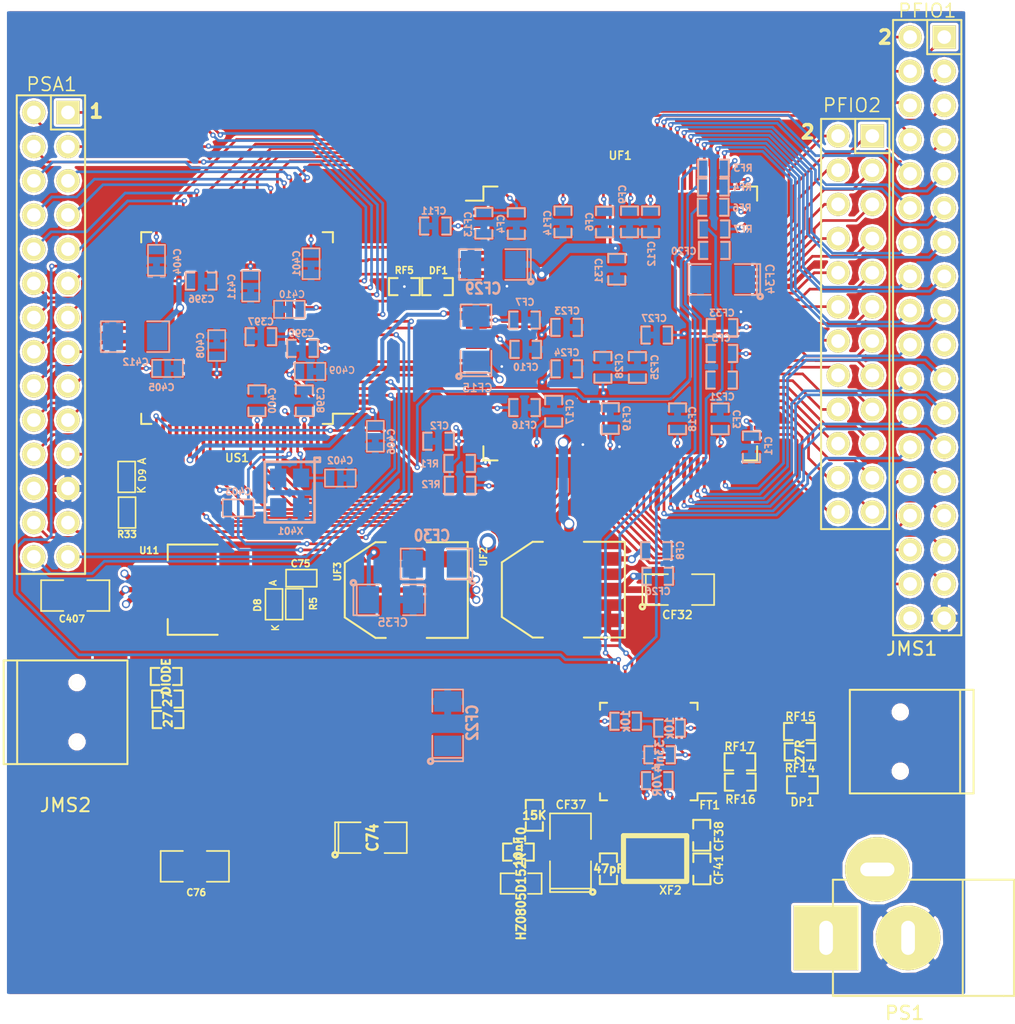
<source format=kicad_pcb>
(kicad_pcb (version 4) (host pcbnew 0.201502071101+5410~21~ubuntu14.04.1-product)
  (layers (0 F.Cu signal) (1 Inner2.Cu power) (2 Inner1.Cu mixed) (31 B.Cu signal) (34 B.Paste user) (35 F.Paste user hide) (36 B.SilkS user) (37 F.SilkS user) (38 B.Mask user) (39 F.Mask user) (44 Edge.Cuts user))
  (net 0 "")
  (net 1 +1.8V)
  (net 2 +3.3VP)
  (net 3 /SAM3M/LED)
  (net 4 GND)
  (net 5 VDD5V)
  (net 6 "Net-(C402-Pad1)")
  (net 7 "Net-(C403-Pad1)")
  (net 8 "Net-(D8-Pad2)")
  (net 9 "Net-(D9-Pad2)")
  (net 10 /SAM3M/AS11)
  (net 11 /SAM3M/AS12)
  (net 12 /SAM3M/AS13)
  (net 13 /SAM3M/AS8)
  (net 14 /SAM3M/AS9)
  (net 15 /SAM3M/SNWAIT)
  (net 16 /SAM3M/SNCS)
  (net 17 /SAM3M/DS0)
  (net 18 /SAM3M/DS7)
  (net 19 /SAM3M/DS6)
  (net 20 /SAM3M/DS5)
  (net 21 /SAM3M/DS4)
  (net 22 /SAM3M/DS3)
  (net 23 /SAM3M/DS2)
  (net 24 /SAM3M/DS1)
  (net 25 /SAM3M/SNWE)
  (net 26 /SAM3M/SNRD)
  (net 27 /SAM3M/AS0)
  (net 28 /SAM3M/AS1)
  (net 29 /SAM3M/AS2)
  (net 30 /SAM3M/AS3)
  (net 31 /SAM3M/AS4)
  (net 32 /SAM3M/AS5)
  (net 33 /SAM3M/AS6)
  (net 34 /SAM3M/AS7)
  (net 35 +3.3VDAC)
  (net 36 +1V2)
  (net 37 "Net-(RF1-Pad2)")
  (net 38 "Net-(RF2-Pad2)")
  (net 39 /spartan6/IO7)
  (net 40 /spartan6/IO17)
  (net 41 /spartan6/IO18)
  (net 42 /spartan6/IO19)
  (net 43 /spartan6/IO20)
  (net 44 /spartan6/IO21)
  (net 45 /spartan6/IO22)
  (net 46 /spartan6/IO23)
  (net 47 /spartan6/IO24)
  (net 48 /spartan6/IO25)
  (net 49 /spartan6/IO26)
  (net 50 /spartan6/IO27)
  (net 51 /spartan6/IO28)
  (net 52 /spartan6/IO29)
  (net 53 /spartan6/IO30)
  (net 54 /spartan6/IO31)
  (net 55 /spartan6/IO32)
  (net 56 /spartan6/IO33)
  (net 57 /spartan6/IO34)
  (net 58 /spartan6/IO35)
  (net 59 /spartan6/IO36)
  (net 60 /spartan6/IO37)
  (net 61 /spartan6/IO38)
  (net 62 /spartan6/IO39)
  (net 63 /spartan6/IO40)
  (net 64 /spartan6/IO41)
  (net 65 /spartan6/IO42)
  (net 66 /spartan6/IO43)
  (net 67 /spartan6/IO44)
  (net 68 /spartan6/IO45)
  (net 69 /spartan6/IO46)
  (net 70 /spartan6/IO47)
  (net 71 /spartan6/IO48)
  (net 72 /spartan6/IO49)
  (net 73 /spartan6/IO50)
  (net 74 /spartan6/IO51)
  (net 75 /spartan6/IO52)
  (net 76 /spartan6/IO53)
  (net 77 /spartan6/IO54)
  (net 78 /spartan6/IO55)
  (net 79 /spartan6/IO56)
  (net 80 /spartan6/IO57)
  (net 81 /spartan6/IO58)
  (net 82 /spartan6/IO59)
  (net 83 /spartan6/IO60)
  (net 84 /spartan6/IO61)
  (net 85 /spartan6/IO62)
  (net 86 /spartan6/IO63)
  (net 87 /spartan6/IO64)
  (net 88 /spartan6/IO65)
  (net 89 /spartan6/IO66)
  (net 90 /spartan6/IO67)
  (net 91 /spartan6/IO68)
  (net 92 /spartan6/IO69)
  (net 93 /spartan6/IO70)
  (net 94 /spartan6/IO71)
  (net 95 /spartan6/IO72)
  (net 96 /spartan6/IO73)
  (net 97 /SAM3M/AD8)
  (net 98 /SAM3M/AD11)
  (net 99 /SAM3M/AD9)
  (net 100 /SAM3M/AD2)
  (net 101 /SAM3M/AD0)
  (net 102 /SAM3M/AD1)
  (net 103 /SAM3M/AD4)
  (net 104 /SAM3M/AD5)
  (net 105 /SAM3M/PWML3)
  (net 106 /SAM3M/PWML2)
  (net 107 /SAM3M/PWMH2)
  (net 108 /SAM3M/PWMH3)
  (net 109 /SAM3M/URXD0)
  (net 110 /SAM3M/UTXD0)
  (net 111 /SAM3M/TXD0)
  (net 112 /SAM3M/RXD0)
  (net 113 /SAM3M/PA27)
  (net 114 /SAM3M/PA4)
  (net 115 /SAM3M/PC9)
  (net 116 /SAM3M/PA28)
  (net 117 /SAM3M/PA30)
  (net 118 /SAM3M/PA29)
  (net 119 /SAM3M/PA3)
  (net 120 /SAM3M/PC10)
  (net 121 /SAM3M/PC14)
  (net 122 /SAM3M/PA2)
  (net 123 "Net-(DF1-Pad2)")
  (net 124 /spartan6/F_TDO)
  (net 125 /SAM3M/JTDI)
  (net 126 /spartan6/F_TDI)
  (net 127 "Net-(RF3-Pad2)")
  (net 128 /spartan6/F_TCK)
  (net 129 "Net-(RF4-Pad2)")
  (net 130 /spartan6/F_TMS)
  (net 131 "Net-(RF6-Pad2)")
  (net 132 "Net-(RF7-Pad2)")
  (net 133 /SAM3M/CLK_F)
  (net 134 +5VA)
  (net 135 "Net-(CF38-Pad1)")
  (net 136 +3.3V)
  (net 137 "Net-(CF40-Pad2)")
  (net 138 "Net-(CF41-Pad2)")
  (net 139 "Net-(FT1-Pad2)")
  (net 140 "Net-(FT1-Pad5)")
  (net 141 "Net-(FT1-Pad7)")
  (net 142 "Net-(FT1-Pad8)")
  (net 143 "Net-(FT1-Pad10)")
  (net 144 /SAM3M/JNRST)
  (net 145 "Net-(FT1-Pad26)")
  (net 146 /serial_interface/RXD)
  (net 147 /SAM3M/SAM_RX)
  (net 148 "Net-(JMS1-Pad2)")
  (net 149 "Net-(JMS1-Pad3)")
  (net 150 "Net-(DP1-Pad1)")
  (net 151 "Net-(DP3-Pad1)")
  (net 152 "Net-(JMS2-Pad2)")
  (net 153 "Net-(JMS2-Pad3)")
  (net 154 "Net-(RUF1-Pad2)")
  (net 155 "Net-(RUF2-Pad2)")
  (module SM0603 (layer F.Cu) (at 41.5758 108.2249)
    (fp_text reference C75 (at -0.0635 -1.0795) (layer F.SilkS) (effects (font (size 0.5 0.5) (thickness 0.12))))
    (fp_text value 100n hide)
    (pad 1 smd rect (at -0.762 0) (size 0.635 1.143) (layers F.Cu F.Paste F.Mask) (net 2 +3.3VP))
    (pad 2 smd rect (at 0.762 0) (size 0.635 1.143) (layers F.Cu F.Paste F.Mask) (net 4 GND))
  )
  (module SM1206 (layer F.Cu) (at 33.65 129.64)
    (fp_text reference C76 (at 0.105 1.945 180) (layer F.SilkS) (effects (font (size 0.5 0.5) (thickness 0.12))))
    (fp_text value 33uF hide)
    (pad 1 smd rect (at -1.651 0) (size 1.524 2.032) (layers F.Cu F.Paste F.Mask) (net 2 +3.3VP))
    (pad 2 smd rect (at 1.651 0) (size 1.524 2.032) (layers F.Cu F.Paste F.Mask) (net 4 GND))
  )
  (module SM0603 (layer B.Cu) (at 42.29 84.86 270)
    (fp_text reference C401 (at -0.02 1.07 270) (layer B.SilkS) (effects (font (size 0.5 0.5) (thickness 0.12)) (justify mirror)))
    (fp_text value 0.1uF hide)
    (pad 1 smd rect (at -0.762 0 270) (size 0.635 1.143) (layers B.Cu B.Paste B.Mask) (net 2 +3.3VP))
    (pad 2 smd rect (at 0.762 0 270) (size 0.635 1.143) (layers B.Cu B.Paste B.Mask) (net 4 GND))
  )
  (module SM0603 (layer B.Cu) (at 44.47 100.79)
    (fp_text reference C402 (at -0.015 -1.3 180) (layer B.SilkS) (effects (font (size 0.5 0.5) (thickness 0.12)) (justify mirror)))
    (fp_text value 20pF hide)
    (pad 1 smd rect (at -0.762 0) (size 0.635 1.143) (layers B.Cu B.Paste B.Mask) (net 6 "Net-(C402-Pad1)"))
    (pad 2 smd rect (at 0.762 0) (size 0.635 1.143) (layers B.Cu B.Paste B.Mask) (net 4 GND))
  )
  (module SM0603 (layer B.Cu) (at 36.87 103.01 180)
    (fp_text reference C403 (at -0.02 1.21 180) (layer B.SilkS) (effects (font (size 0.5 0.5) (thickness 0.12)) (justify mirror)))
    (fp_text value 20pF hide)
    (pad 1 smd rect (at -0.762 0 180) (size 0.635 1.143) (layers B.Cu B.Paste B.Mask) (net 7 "Net-(C403-Pad1)"))
    (pad 2 smd rect (at 0.762 0 180) (size 0.635 1.143) (layers B.Cu B.Paste B.Mask) (net 4 GND))
  )
  (module SM0603 (layer B.Cu) (at 30.8 84.6 270)
    (fp_text reference C404 (at 0.09 -1.56 270) (layer B.SilkS) (effects (font (size 0.5 0.5) (thickness 0.12)) (justify mirror)))
    (fp_text value 0.1uF hide)
    (pad 1 smd rect (at -0.762 0 270) (size 0.635 1.143) (layers B.Cu B.Paste B.Mask) (net 2 +3.3VP))
    (pad 2 smd rect (at 0.762 0 270) (size 0.635 1.143) (layers B.Cu B.Paste B.Mask) (net 4 GND))
  )
  (module SM0603 (layer B.Cu) (at 31.62 92.64)
    (fp_text reference C405 (at -0.45 1.41) (layer B.SilkS) (effects (font (size 0.5 0.5) (thickness 0.12)) (justify mirror)))
    (fp_text value 0.1uF hide)
    (pad 1 smd rect (at -0.762 0) (size 0.635 1.143) (layers B.Cu B.Paste B.Mask) (net 2 +3.3VP))
    (pad 2 smd rect (at 0.762 0) (size 0.635 1.143) (layers B.Cu B.Paste B.Mask) (net 4 GND))
  )
  (module SM0603 (layer B.Cu) (at 47.07 97.68 270)
    (fp_text reference C406 (at 0.395 -1.185 450) (layer B.SilkS) (effects (font (size 0.5 0.5) (thickness 0.12)) (justify mirror)))
    (fp_text value 1uF hide)
    (pad 1 smd rect (at -0.762 0 270) (size 0.635 1.143) (layers B.Cu B.Paste B.Mask) (net 2 +3.3VP))
    (pad 2 smd rect (at 0.762 0 270) (size 0.635 1.143) (layers B.Cu B.Paste B.Mask) (net 4 GND))
  )
  (module SM1206 (layer F.Cu) (at 24.761 109.5203 180)
    (fp_text reference C407 (at 0.25 -1.73 360) (layer F.SilkS) (effects (font (size 0.5 0.5) (thickness 0.12))))
    (fp_text value 4.7uF hide)
    (pad 1 smd rect (at -1.651 0 180) (size 1.524 2.032) (layers F.Cu F.Paste F.Mask) (net 2 +3.3VP))
    (pad 2 smd rect (at 1.651 0 180) (size 1.524 2.032) (layers F.Cu F.Paste F.Mask) (net 4 GND))
  )
  (module SM0603 (layer B.Cu) (at 35.28 90.94 90)
    (fp_text reference C408 (at 0.01 -1.21 270) (layer B.SilkS) (effects (font (size 0.5 0.5) (thickness 0.12)) (justify mirror)))
    (fp_text value 0.1uF hide)
    (pad 1 smd rect (at -0.762 0 90) (size 0.635 1.143) (layers B.Cu B.Paste B.Mask) (net 1 +1.8V))
    (pad 2 smd rect (at 0.762 0 90) (size 0.635 1.143) (layers B.Cu B.Paste B.Mask) (net 4 GND))
  )
  (module SM0603 (layer B.Cu) (at 42.22 92.86)
    (fp_text reference C409 (at 2.37 -0.08) (layer B.SilkS) (effects (font (size 0.5 0.5) (thickness 0.1)) (justify mirror)))
    (fp_text value 0.1uF hide)
    (pad 1 smd rect (at -0.762 0) (size 0.635 1.143) (layers B.Cu B.Paste B.Mask) (net 1 +1.8V))
    (pad 2 smd rect (at 0.762 0) (size 0.635 1.143) (layers B.Cu B.Paste B.Mask) (net 4 GND))
  )
  (module SM0603 (layer B.Cu) (at 40.68 88.25 180)
    (fp_text reference C410 (at -0.19 1.11 180) (layer B.SilkS) (effects (font (size 0.5 0.5) (thickness 0.1)) (justify mirror)))
    (fp_text value 0.1uF hide)
    (pad 1 smd rect (at -0.762 0 180) (size 0.635 1.143) (layers B.Cu B.Paste B.Mask) (net 1 +1.8V))
    (pad 2 smd rect (at 0.762 0 180) (size 0.635 1.143) (layers B.Cu B.Paste B.Mask) (net 4 GND))
  )
  (module SM0603 (layer B.Cu) (at 37.8 86.52 270)
    (fp_text reference C411 (at 0.07 1.41 270) (layer B.SilkS) (effects (font (size 0.5 0.5) (thickness 0.12)) (justify mirror)))
    (fp_text value 1uF hide)
    (pad 1 smd rect (at -0.762 0 270) (size 0.635 1.143) (layers B.Cu B.Paste B.Mask) (net 1 +1.8V))
    (pad 2 smd rect (at 0.762 0 270) (size 0.635 1.143) (layers B.Cu B.Paste B.Mask) (net 4 GND))
  )
  (module SM1206 (layer B.Cu) (at 29.206 90.2798 180)
    (fp_text reference C412 (at -0.04 -1.885 180) (layer B.SilkS) (effects (font (size 0.5 0.5) (thickness 0.12)) (justify mirror)))
    (fp_text value 4.7uF hide)
    (pad 1 smd rect (at -1.651 0 180) (size 1.524 2.032) (layers B.Cu B.Paste B.Mask) (net 1 +1.8V))
    (pad 2 smd rect (at 1.651 0 180) (size 1.524 2.032) (layers B.Cu B.Paste B.Mask) (net 4 GND))
  )
  (module SM0603 (layer F.Cu) (at 39.5376 110.1676 270)
    (fp_text reference D8 (at 0.065 1.225 270) (layer F.SilkS) (effects (font (size 0.5 0.5) (thickness 0.12))))
    (fp_text value LED hide)
    (pad 1 smd rect (at -0.762 0 270) (size 0.635 1.143) (layers F.Cu F.Paste F.Mask) (net 2 +3.3VP))
    (pad 2 smd rect (at 0.762 0 270) (size 0.635 1.143) (layers F.Cu F.Paste F.Mask) (net 8 "Net-(D8-Pad2)"))
  )
  (module SM0603 (layer F.Cu) (at 28.58 100.7 270)
    (fp_text reference D9 (at -0.12 -1.17 270) (layer F.SilkS) (effects (font (size 0.5 0.5) (thickness 0.1))))
    (fp_text value LED hide)
    (pad 1 smd rect (at -0.762 0 270) (size 0.635 1.143) (layers F.Cu F.Paste F.Mask) (net 3 /SAM3M/LED))
    (pad 2 smd rect (at 0.762 0 270) (size 0.635 1.143) (layers F.Cu F.Paste F.Mask) (net 9 "Net-(D9-Pad2)"))
  )
  (module SM0603 (layer F.Cu) (at 41.0424 110.1553 270)
    (fp_text reference R5 (at -0.035 -1.42 270) (layer F.SilkS) (effects (font (size 0.5 0.5) (thickness 0.12))))
    (fp_text value 1k hide)
    (pad 1 smd rect (at -0.762 0 270) (size 0.635 1.143) (layers F.Cu F.Paste F.Mask) (net 4 GND))
    (pad 2 smd rect (at 0.762 0 270) (size 0.635 1.143) (layers F.Cu F.Paste F.Mask) (net 8 "Net-(D8-Pad2)"))
  )
  (module SM0603 (layer F.Cu) (at 28.61 103.35 90)
    (fp_text reference R33 (at -1.62 0 180) (layer F.SilkS) (effects (font (size 0.5 0.5) (thickness 0.12))))
    (fp_text value 1k hide)
    (pad 1 smd rect (at -0.762 0 90) (size 0.635 1.143) (layers F.Cu F.Paste F.Mask) (net 4 GND))
    (pad 2 smd rect (at 0.762 0 90) (size 0.635 1.143) (layers F.Cu F.Paste F.Mask) (net 9 "Net-(D9-Pad2)"))
  )
  (module LT1117 (layer F.Cu) (at 33.49 109.08 90)
    (fp_text reference U11 (at 2.9125 -3.2299 180) (layer F.SilkS) (effects (font (size 0.5 0.5) (thickness 0.12))))
    (fp_text value ZLDO1117G33TA hide)
    (pad 1 smd rect (at -2.286 3.0988 90) (size 1.2192 2.2352) (layers F.Cu F.Paste F.Mask) (net 4 GND))
    (pad 2 smd rect (at 0 3.0988 90) (size 1.2192 2.2352) (layers F.Cu F.Paste F.Mask) (net 2 +3.3VP))
    (pad 3 smd rect (at 2.286 3.0988 90) (size 1.2192 2.2352) (layers F.Cu F.Paste F.Mask) (net 5 VDD5V))
    (pad 4 smd rect (at 0 -3.0988 90) (size 3.6068 2.2352) (layers F.Cu F.Paste F.Mask) (net 2 +3.3VP))
  )
  (module ABM8G (layer B.Cu) (at 41.55 100.78 270)
    (fp_text reference X401 (at 3.95 0.79 360) (layer B.SilkS) (effects (font (size 0.5 0.5) (thickness 0.12)) (justify mirror)))
    (fp_text value 12MHz hide)
    (pad 1 smd rect (at 0 0 270) (size 1.39954 1.19888) (layers B.Cu B.Paste B.Mask) (net 6 "Net-(C402-Pad1)"))
    (pad 2 smd rect (at 2.19964 0 270) (size 1.39954 1.19888) (layers B.Cu B.Paste B.Mask) (net 4 GND))
    (pad 3 smd rect (at 2.19964 1.69926 270) (size 1.39954 1.19888) (layers B.Cu B.Paste B.Mask) (net 7 "Net-(C403-Pad1)"))
    (pad 4 smd rect (at 0 1.69926 270) (size 1.39954 1.19888) (layers B.Cu B.Paste B.Mask) (net 4 GND))
  )
  (module Housings_QFP:LQFP-144_20x20mm_Pitch0.5mm (layer F.Cu) (at 65.28 89.3)
    (fp_text reference UF1 (at 0 -12.475) (layer F.SilkS) (effects (font (size 0.6 0.6) (thickness 0.12))))
    (fp_text value XC6SLX9-2TQG144C hide)
    (pad 1 smd rect (at -10.7 -8.75) (size 1.55 0.3) (layers F.Cu F.Paste F.Mask))
    (pad 2 smd rect (at -10.7 -8.25) (size 1.55 0.3) (layers F.Cu F.Paste F.Mask))
    (pad 3 smd rect (at -10.7 -7.75) (size 1.55 0.3) (layers F.Cu F.Paste F.Mask) (net 4 GND))
    (pad 4 smd rect (at -10.7 -7.25) (size 1.55 0.3) (layers F.Cu F.Paste F.Mask) (net 35 +3.3VDAC))
    (pad 5 smd rect (at -10.7 -6.75) (size 1.55 0.3) (layers F.Cu F.Paste F.Mask))
    (pad 6 smd rect (at -10.7 -6.25) (size 1.55 0.3) (layers F.Cu F.Paste F.Mask))
    (pad 7 smd rect (at -10.7 -5.75) (size 1.55 0.3) (layers F.Cu F.Paste F.Mask) (net 17 /SAM3M/DS0))
    (pad 8 smd rect (at -10.7 -5.25) (size 1.55 0.3) (layers F.Cu F.Paste F.Mask))
    (pad 9 smd rect (at -10.7 -4.75) (size 1.55 0.3) (layers F.Cu F.Paste F.Mask) (net 16 /SAM3M/SNCS))
    (pad 10 smd rect (at -10.7 -4.25) (size 1.55 0.3) (layers F.Cu F.Paste F.Mask))
    (pad 11 smd rect (at -10.7 -3.75) (size 1.55 0.3) (layers F.Cu F.Paste F.Mask) (net 15 /SAM3M/SNWAIT))
    (pad 12 smd rect (at -10.7 -3.25) (size 1.55 0.3) (layers F.Cu F.Paste F.Mask) (net 39 /spartan6/IO7))
    (pad 13 smd rect (at -10.7 -2.75) (size 1.55 0.3) (layers F.Cu F.Paste F.Mask) (net 4 GND))
    (pad 14 smd rect (at -10.7 -2.25) (size 1.55 0.3) (layers F.Cu F.Paste F.Mask))
    (pad 15 smd rect (at -10.7 -1.75) (size 1.55 0.3) (layers F.Cu F.Paste F.Mask) (net 25 /SAM3M/SNWE))
    (pad 16 smd rect (at -10.7 -1.25) (size 1.55 0.3) (layers F.Cu F.Paste F.Mask) (net 14 /SAM3M/AS9))
    (pad 17 smd rect (at -10.7 -0.75) (size 1.55 0.3) (layers F.Cu F.Paste F.Mask) (net 133 /SAM3M/CLK_F))
    (pad 18 smd rect (at -10.7 -0.25) (size 1.55 0.3) (layers F.Cu F.Paste F.Mask) (net 35 +3.3VDAC))
    (pad 19 smd rect (at -10.7 0.25) (size 1.55 0.3) (layers F.Cu F.Paste F.Mask) (net 36 +1V2))
    (pad 20 smd rect (at -10.7 0.75) (size 1.55 0.3) (layers F.Cu F.Paste F.Mask) (net 35 +3.3VDAC))
    (pad 21 smd rect (at -10.7 1.25) (size 1.55 0.3) (layers F.Cu F.Paste F.Mask) (net 13 /SAM3M/AS8))
    (pad 22 smd rect (at -10.7 1.75) (size 1.55 0.3) (layers F.Cu F.Paste F.Mask))
    (pad 23 smd rect (at -10.7 2.25) (size 1.55 0.3) (layers F.Cu F.Paste F.Mask) (net 26 /SAM3M/SNRD))
    (pad 24 smd rect (at -10.7 2.75) (size 1.55 0.3) (layers F.Cu F.Paste F.Mask) (net 12 /SAM3M/AS13))
    (pad 25 smd rect (at -10.7 3.25) (size 1.55 0.3) (layers F.Cu F.Paste F.Mask) (net 4 GND))
    (pad 26 smd rect (at -10.7 3.75) (size 1.55 0.3) (layers F.Cu F.Paste F.Mask))
    (pad 27 smd rect (at -10.7 4.25) (size 1.55 0.3) (layers F.Cu F.Paste F.Mask) (net 11 /SAM3M/AS12))
    (pad 28 smd rect (at -10.7 4.75) (size 1.55 0.3) (layers F.Cu F.Paste F.Mask) (net 36 +1V2))
    (pad 29 smd rect (at -10.7 5.25) (size 1.55 0.3) (layers F.Cu F.Paste F.Mask) (net 10 /SAM3M/AS11))
    (pad 30 smd rect (at -10.7 5.75) (size 1.55 0.3) (layers F.Cu F.Paste F.Mask))
    (pad 31 smd rect (at -10.7 6.25) (size 1.55 0.3) (layers F.Cu F.Paste F.Mask) (net 35 +3.3VDAC))
    (pad 32 smd rect (at -10.7 6.75) (size 1.55 0.3) (layers F.Cu F.Paste F.Mask))
    (pad 33 smd rect (at -10.7 7.25) (size 1.55 0.3) (layers F.Cu F.Paste F.Mask))
    (pad 34 smd rect (at -10.7 7.75) (size 1.55 0.3) (layers F.Cu F.Paste F.Mask))
    (pad 35 smd rect (at -10.7 8.25) (size 1.55 0.3) (layers F.Cu F.Paste F.Mask))
    (pad 36 smd rect (at -10.7 8.75) (size 1.55 0.3) (layers F.Cu F.Paste F.Mask) (net 35 +3.3VDAC))
    (pad 37 smd rect (at -8.75 10.7 90) (size 1.55 0.3) (layers F.Cu F.Paste F.Mask) (net 37 "Net-(RF1-Pad2)"))
    (pad 38 smd rect (at -8.25 10.7 90) (size 1.55 0.3) (layers F.Cu F.Paste F.Mask) (net 38 "Net-(RF2-Pad2)"))
    (pad 39 smd rect (at -7.75 10.7 90) (size 1.55 0.3) (layers F.Cu F.Paste F.Mask) (net 34 /SAM3M/AS7))
    (pad 40 smd rect (at -7.25 10.7 90) (size 1.55 0.3) (layers F.Cu F.Paste F.Mask) (net 33 /SAM3M/AS6))
    (pad 41 smd rect (at -6.75 10.7 90) (size 1.55 0.3) (layers F.Cu F.Paste F.Mask) (net 32 /SAM3M/AS5))
    (pad 42 smd rect (at -6.25 10.7 90) (size 1.55 0.3) (layers F.Cu F.Paste F.Mask) (net 35 +3.3VDAC))
    (pad 43 smd rect (at -5.75 10.7 90) (size 1.55 0.3) (layers F.Cu F.Paste F.Mask) (net 31 /SAM3M/AS4))
    (pad 44 smd rect (at -5.25 10.7 90) (size 1.55 0.3) (layers F.Cu F.Paste F.Mask) (net 30 /SAM3M/AS3))
    (pad 45 smd rect (at -4.75 10.7 90) (size 1.55 0.3) (layers F.Cu F.Paste F.Mask) (net 29 /SAM3M/AS2))
    (pad 46 smd rect (at -4.25 10.7 90) (size 1.55 0.3) (layers F.Cu F.Paste F.Mask) (net 28 /SAM3M/AS1))
    (pad 47 smd rect (at -3.75 10.7 90) (size 1.55 0.3) (layers F.Cu F.Paste F.Mask) (net 27 /SAM3M/AS0))
    (pad 48 smd rect (at -3.25 10.7 90) (size 1.55 0.3) (layers F.Cu F.Paste F.Mask) (net 40 /spartan6/IO17))
    (pad 49 smd rect (at -2.75 10.7 90) (size 1.55 0.3) (layers F.Cu F.Paste F.Mask) (net 4 GND))
    (pad 50 smd rect (at -2.25 10.7 90) (size 1.55 0.3) (layers F.Cu F.Paste F.Mask) (net 41 /spartan6/IO18))
    (pad 51 smd rect (at -1.75 10.7 90) (size 1.55 0.3) (layers F.Cu F.Paste F.Mask) (net 42 /spartan6/IO19))
    (pad 52 smd rect (at -1.25 10.7 90) (size 1.55 0.3) (layers F.Cu F.Paste F.Mask) (net 36 +1V2))
    (pad 53 smd rect (at -0.75 10.7 90) (size 1.55 0.3) (layers F.Cu F.Paste F.Mask) (net 35 +3.3VDAC))
    (pad 54 smd rect (at -0.25 10.7 90) (size 1.55 0.3) (layers F.Cu F.Paste F.Mask) (net 4 GND))
    (pad 55 smd rect (at 0.25 10.7 90) (size 1.55 0.3) (layers F.Cu F.Paste F.Mask) (net 43 /spartan6/IO20))
    (pad 56 smd rect (at 0.75 10.7 90) (size 1.55 0.3) (layers F.Cu F.Paste F.Mask) (net 44 /spartan6/IO21))
    (pad 57 smd rect (at 1.25 10.7 90) (size 1.55 0.3) (layers F.Cu F.Paste F.Mask) (net 45 /spartan6/IO22))
    (pad 58 smd rect (at 1.75 10.7 90) (size 1.55 0.3) (layers F.Cu F.Paste F.Mask) (net 46 /spartan6/IO23))
    (pad 59 smd rect (at 2.25 10.7 90) (size 1.55 0.3) (layers F.Cu F.Paste F.Mask) (net 47 /spartan6/IO24))
    (pad 60 smd rect (at 2.75 10.7 90) (size 1.55 0.3) (layers F.Cu F.Paste F.Mask) (net 4 GND))
    (pad 61 smd rect (at 3.25 10.7 90) (size 1.55 0.3) (layers F.Cu F.Paste F.Mask) (net 48 /spartan6/IO25))
    (pad 62 smd rect (at 3.75 10.7 90) (size 1.55 0.3) (layers F.Cu F.Paste F.Mask) (net 49 /spartan6/IO26))
    (pad 63 smd rect (at 4.25 10.7 90) (size 1.55 0.3) (layers F.Cu F.Paste F.Mask) (net 35 +3.3VDAC))
    (pad 64 smd rect (at 4.75 10.7 90) (size 1.55 0.3) (layers F.Cu F.Paste F.Mask) (net 50 /spartan6/IO27))
    (pad 65 smd rect (at 5.25 10.7 90) (size 1.55 0.3) (layers F.Cu F.Paste F.Mask) (net 51 /spartan6/IO28))
    (pad 66 smd rect (at 5.75 10.7 90) (size 1.55 0.3) (layers F.Cu F.Paste F.Mask) (net 52 /spartan6/IO29))
    (pad 67 smd rect (at 6.25 10.7 90) (size 1.55 0.3) (layers F.Cu F.Paste F.Mask) (net 53 /spartan6/IO30))
    (pad 68 smd rect (at 6.75 10.7 90) (size 1.55 0.3) (layers F.Cu F.Paste F.Mask) (net 4 GND))
    (pad 69 smd rect (at 7.25 10.7 90) (size 1.55 0.3) (layers F.Cu F.Paste F.Mask) (net 35 +3.3VDAC))
    (pad 70 smd rect (at 7.75 10.7 90) (size 1.55 0.3) (layers F.Cu F.Paste F.Mask) (net 54 /spartan6/IO31))
    (pad 71 smd rect (at 8.25 10.7 90) (size 1.55 0.3) (layers F.Cu F.Paste F.Mask))
    (pad 72 smd rect (at 8.75 10.7 90) (size 1.55 0.3) (layers F.Cu F.Paste F.Mask))
    (pad 73 smd rect (at 10.7 8.75) (size 1.55 0.3) (layers F.Cu F.Paste F.Mask))
    (pad 74 smd rect (at 10.7 8.25) (size 1.55 0.3) (layers F.Cu F.Paste F.Mask) (net 55 /spartan6/IO32))
    (pad 75 smd rect (at 10.7 7.75) (size 1.55 0.3) (layers F.Cu F.Paste F.Mask) (net 56 /spartan6/IO33))
    (pad 76 smd rect (at 10.7 7.25) (size 1.55 0.3) (layers F.Cu F.Paste F.Mask) (net 35 +3.3VDAC))
    (pad 77 smd rect (at 10.7 6.75) (size 1.55 0.3) (layers F.Cu F.Paste F.Mask) (net 4 GND))
    (pad 78 smd rect (at 10.7 6.25) (size 1.55 0.3) (layers F.Cu F.Paste F.Mask) (net 57 /spartan6/IO34))
    (pad 79 smd rect (at 10.7 5.75) (size 1.55 0.3) (layers F.Cu F.Paste F.Mask) (net 58 /spartan6/IO35))
    (pad 80 smd rect (at 10.7 5.25) (size 1.55 0.3) (layers F.Cu F.Paste F.Mask) (net 59 /spartan6/IO36))
    (pad 81 smd rect (at 10.7 4.75) (size 1.55 0.3) (layers F.Cu F.Paste F.Mask) (net 60 /spartan6/IO37))
    (pad 82 smd rect (at 10.7 4.25) (size 1.55 0.3) (layers F.Cu F.Paste F.Mask) (net 61 /spartan6/IO38))
    (pad 83 smd rect (at 10.7 3.75) (size 1.55 0.3) (layers F.Cu F.Paste F.Mask) (net 62 /spartan6/IO39))
    (pad 84 smd rect (at 10.7 3.25) (size 1.55 0.3) (layers F.Cu F.Paste F.Mask) (net 63 /spartan6/IO40))
    (pad 85 smd rect (at 10.7 2.75) (size 1.55 0.3) (layers F.Cu F.Paste F.Mask) (net 64 /spartan6/IO41))
    (pad 86 smd rect (at 10.7 2.25) (size 1.55 0.3) (layers F.Cu F.Paste F.Mask) (net 35 +3.3VDAC))
    (pad 87 smd rect (at 10.7 1.75) (size 1.55 0.3) (layers F.Cu F.Paste F.Mask) (net 65 /spartan6/IO42))
    (pad 88 smd rect (at 10.7 1.25) (size 1.55 0.3) (layers F.Cu F.Paste F.Mask) (net 66 /spartan6/IO43))
    (pad 89 smd rect (at 10.7 0.75) (size 1.55 0.3) (layers F.Cu F.Paste F.Mask) (net 36 +1V2))
    (pad 90 smd rect (at 10.7 0.25) (size 1.55 0.3) (layers F.Cu F.Paste F.Mask) (net 35 +3.3VDAC))
    (pad 91 smd rect (at 10.7 -0.25) (size 1.55 0.3) (layers F.Cu F.Paste F.Mask) (net 4 GND))
    (pad 92 smd rect (at 10.7 -0.75) (size 1.55 0.3) (layers F.Cu F.Paste F.Mask) (net 67 /spartan6/IO44))
    (pad 93 smd rect (at 10.7 -1.25) (size 1.55 0.3) (layers F.Cu F.Paste F.Mask) (net 68 /spartan6/IO45))
    (pad 94 smd rect (at 10.7 -1.75) (size 1.55 0.3) (layers F.Cu F.Paste F.Mask) (net 69 /spartan6/IO46))
    (pad 95 smd rect (at 10.7 -2.25) (size 1.55 0.3) (layers F.Cu F.Paste F.Mask) (net 70 /spartan6/IO47))
    (pad 96 smd rect (at 10.7 -2.75) (size 1.55 0.3) (layers F.Cu F.Paste F.Mask) (net 4 GND))
    (pad 97 smd rect (at 10.7 -3.25) (size 1.55 0.3) (layers F.Cu F.Paste F.Mask) (net 71 /spartan6/IO48))
    (pad 98 smd rect (at 10.7 -3.75) (size 1.55 0.3) (layers F.Cu F.Paste F.Mask) (net 72 /spartan6/IO49))
    (pad 99 smd rect (at 10.7 -4.25) (size 1.55 0.3) (layers F.Cu F.Paste F.Mask) (net 73 /spartan6/IO50))
    (pad 100 smd rect (at 10.7 -4.75) (size 1.55 0.3) (layers F.Cu F.Paste F.Mask) (net 74 /spartan6/IO51))
    (pad 101 smd rect (at 10.7 -5.25) (size 1.55 0.3) (layers F.Cu F.Paste F.Mask) (net 75 /spartan6/IO52))
    (pad 102 smd rect (at 10.7 -5.75) (size 1.55 0.3) (layers F.Cu F.Paste F.Mask) (net 76 /spartan6/IO53))
    (pad 103 smd rect (at 10.7 -6.25) (size 1.55 0.3) (layers F.Cu F.Paste F.Mask) (net 35 +3.3VDAC))
    (pad 104 smd rect (at 10.7 -6.75) (size 1.55 0.3) (layers F.Cu F.Paste F.Mask) (net 77 /spartan6/IO54))
    (pad 105 smd rect (at 10.7 -7.25) (size 1.55 0.3) (layers F.Cu F.Paste F.Mask) (net 78 /spartan6/IO55))
    (pad 106 smd rect (at 10.7 -7.75) (size 1.55 0.3) (layers F.Cu F.Paste F.Mask) (net 132 "Net-(RF7-Pad2)"))
    (pad 107 smd rect (at 10.7 -8.25) (size 1.55 0.3) (layers F.Cu F.Paste F.Mask) (net 131 "Net-(RF6-Pad2)"))
    (pad 108 smd rect (at 10.7 -8.75) (size 1.55 0.3) (layers F.Cu F.Paste F.Mask) (net 4 GND))
    (pad 109 smd rect (at 8.75 -10.7 90) (size 1.55 0.3) (layers F.Cu F.Paste F.Mask) (net 129 "Net-(RF4-Pad2)"))
    (pad 110 smd rect (at 8.25 -10.7 90) (size 1.55 0.3) (layers F.Cu F.Paste F.Mask) (net 127 "Net-(RF3-Pad2)"))
    (pad 111 smd rect (at 7.75 -10.7 90) (size 1.55 0.3) (layers F.Cu F.Paste F.Mask) (net 79 /spartan6/IO56))
    (pad 112 smd rect (at 7.25 -10.7 90) (size 1.55 0.3) (layers F.Cu F.Paste F.Mask) (net 80 /spartan6/IO57))
    (pad 113 smd rect (at 6.75 -10.7 90) (size 1.55 0.3) (layers F.Cu F.Paste F.Mask) (net 4 GND))
    (pad 114 smd rect (at 6.25 -10.7 90) (size 1.55 0.3) (layers F.Cu F.Paste F.Mask) (net 81 /spartan6/IO58))
    (pad 115 smd rect (at 5.75 -10.7 90) (size 1.55 0.3) (layers F.Cu F.Paste F.Mask) (net 82 /spartan6/IO59))
    (pad 116 smd rect (at 5.25 -10.7 90) (size 1.55 0.3) (layers F.Cu F.Paste F.Mask) (net 83 /spartan6/IO60))
    (pad 117 smd rect (at 4.75 -10.7 90) (size 1.55 0.3) (layers F.Cu F.Paste F.Mask) (net 84 /spartan6/IO61))
    (pad 118 smd rect (at 4.25 -10.7 90) (size 1.55 0.3) (layers F.Cu F.Paste F.Mask) (net 85 /spartan6/IO62))
    (pad 119 smd rect (at 3.75 -10.7 90) (size 1.55 0.3) (layers F.Cu F.Paste F.Mask) (net 86 /spartan6/IO63))
    (pad 120 smd rect (at 3.25 -10.7 90) (size 1.55 0.3) (layers F.Cu F.Paste F.Mask) (net 87 /spartan6/IO64))
    (pad 121 smd rect (at 2.75 -10.7 90) (size 1.55 0.3) (layers F.Cu F.Paste F.Mask) (net 88 /spartan6/IO65))
    (pad 122 smd rect (at 2.25 -10.7 90) (size 1.55 0.3) (layers F.Cu F.Paste F.Mask) (net 35 +3.3VDAC))
    (pad 123 smd rect (at 1.75 -10.7 90) (size 1.55 0.3) (layers F.Cu F.Paste F.Mask) (net 89 /spartan6/IO66))
    (pad 124 smd rect (at 1.25 -10.7 90) (size 1.55 0.3) (layers F.Cu F.Paste F.Mask) (net 90 /spartan6/IO67))
    (pad 125 smd rect (at 0.75 -10.7 90) (size 1.55 0.3) (layers F.Cu F.Paste F.Mask) (net 35 +3.3VDAC))
    (pad 126 smd rect (at 0.25 -10.7 90) (size 1.55 0.3) (layers F.Cu F.Paste F.Mask) (net 91 /spartan6/IO68))
    (pad 127 smd rect (at -0.25 -10.7 90) (size 1.55 0.3) (layers F.Cu F.Paste F.Mask) (net 92 /spartan6/IO69))
    (pad 128 smd rect (at -0.75 -10.7 90) (size 1.55 0.3) (layers F.Cu F.Paste F.Mask) (net 36 +1V2))
    (pad 129 smd rect (at -1.25 -10.7 90) (size 1.55 0.3) (layers F.Cu F.Paste F.Mask) (net 35 +3.3VDAC))
    (pad 130 smd rect (at -1.75 -10.7 90) (size 1.55 0.3) (layers F.Cu F.Paste F.Mask) (net 4 GND))
    (pad 131 smd rect (at -2.25 -10.7 90) (size 1.55 0.3) (layers F.Cu F.Paste F.Mask) (net 93 /spartan6/IO70))
    (pad 132 smd rect (at -2.75 -10.7 90) (size 1.55 0.3) (layers F.Cu F.Paste F.Mask) (net 94 /spartan6/IO71))
    (pad 133 smd rect (at -3.25 -10.7 90) (size 1.55 0.3) (layers F.Cu F.Paste F.Mask) (net 95 /spartan6/IO72))
    (pad 134 smd rect (at -3.75 -10.7 90) (size 1.55 0.3) (layers F.Cu F.Paste F.Mask) (net 96 /spartan6/IO73))
    (pad 135 smd rect (at -4.25 -10.7 90) (size 1.55 0.3) (layers F.Cu F.Paste F.Mask) (net 35 +3.3VDAC))
    (pad 136 smd rect (at -4.75 -10.7 90) (size 1.55 0.3) (layers F.Cu F.Paste F.Mask) (net 4 GND))
    (pad 137 smd rect (at -5.25 -10.7 90) (size 1.55 0.3) (layers F.Cu F.Paste F.Mask) (net 24 /SAM3M/DS1))
    (pad 138 smd rect (at -5.75 -10.7 90) (size 1.55 0.3) (layers F.Cu F.Paste F.Mask) (net 23 /SAM3M/DS2))
    (pad 139 smd rect (at -6.25 -10.7 90) (size 1.55 0.3) (layers F.Cu F.Paste F.Mask) (net 22 /SAM3M/DS3))
    (pad 140 smd rect (at -6.75 -10.7 90) (size 1.55 0.3) (layers F.Cu F.Paste F.Mask) (net 21 /SAM3M/DS4))
    (pad 141 smd rect (at -7.25 -10.7 90) (size 1.55 0.3) (layers F.Cu F.Paste F.Mask) (net 20 /SAM3M/DS5))
    (pad 142 smd rect (at -7.75 -10.7 90) (size 1.55 0.3) (layers F.Cu F.Paste F.Mask) (net 19 /SAM3M/DS6))
    (pad 143 smd rect (at -8.25 -10.7 90) (size 1.55 0.3) (layers F.Cu F.Paste F.Mask) (net 18 /SAM3M/DS7))
    (pad 144 smd rect (at -8.75 -10.7 90) (size 1.55 0.3) (layers F.Cu F.Paste F.Mask) (net 35 +3.3VDAC))
  )
  (module Housings_QFP:LQFP-100_14x14mm_Pitch0.5mm (layer F.Cu) (at 36.79 89.64 180)
    (fp_text reference US1 (at 0 -9.65 180) (layer F.SilkS) (effects (font (size 0.6 0.6) (thickness 0.12))))
    (fp_text value ATSAM3S2CA-AU hide)
    (pad 1 smd rect (at -7.9 -6 180) (size 1.5 0.28) (layers F.Cu F.Paste F.Mask) (net 2 +3.3VP))
    (pad 2 smd rect (at -7.9 -5.5 180) (size 1.5 0.28) (layers F.Cu F.Paste F.Mask) (net 4 GND))
    (pad 3 smd rect (at -7.9 -5 180) (size 1.5 0.28) (layers F.Cu F.Paste F.Mask) (net 103 /SAM3M/AD4))
    (pad 4 smd rect (at -7.9 -4.5 180) (size 1.5 0.28) (layers F.Cu F.Paste F.Mask) (net 10 /SAM3M/AS11))
    (pad 5 smd rect (at -7.9 -4 180) (size 1.5 0.28) (layers F.Cu F.Paste F.Mask) (net 104 /SAM3M/AD5))
    (pad 6 smd rect (at -7.9 -3.5 180) (size 1.5 0.28) (layers F.Cu F.Paste F.Mask) (net 11 /SAM3M/AS12))
    (pad 7 smd rect (at -7.9 -3 180) (size 1.5 0.28) (layers F.Cu F.Paste F.Mask) (net 147 /SAM3M/SAM_RX))
    (pad 8 smd rect (at -7.9 -2.5 180) (size 1.5 0.28) (layers F.Cu F.Paste F.Mask) (net 12 /SAM3M/AS13))
    (pad 9 smd rect (at -7.9 -2 180) (size 1.5 0.28) (layers F.Cu F.Paste F.Mask) (net 146 /serial_interface/RXD))
    (pad 10 smd rect (at -7.9 -1.5 180) (size 1.5 0.28) (layers F.Cu F.Paste F.Mask) (net 2 +3.3VP))
    (pad 11 smd rect (at -7.9 -1 180) (size 1.5 0.28) (layers F.Cu F.Paste F.Mask) (net 1 +1.8V))
    (pad 12 smd rect (at -7.9 -0.5 180) (size 1.5 0.28) (layers F.Cu F.Paste F.Mask) (net 101 /SAM3M/AD0))
    (pad 13 smd rect (at -7.9 0 180) (size 1.5 0.28) (layers F.Cu F.Paste F.Mask) (net 13 /SAM3M/AS8))
    (pad 14 smd rect (at -7.9 0.5 180) (size 1.5 0.28) (layers F.Cu F.Paste F.Mask) (net 102 /SAM3M/AD1))
    (pad 15 smd rect (at -7.9 1 180) (size 1.5 0.28) (layers F.Cu F.Paste F.Mask) (net 97 /SAM3M/AD8))
    (pad 16 smd rect (at -7.9 1.5 180) (size 1.5 0.28) (layers F.Cu F.Paste F.Mask) (net 1 +1.8V))
    (pad 17 smd rect (at -7.9 2 180) (size 1.5 0.28) (layers F.Cu F.Paste F.Mask) (net 14 /SAM3M/AS9))
    (pad 18 smd rect (at -7.9 2.5 180) (size 1.5 0.28) (layers F.Cu F.Paste F.Mask) (net 100 /SAM3M/AD2))
    (pad 19 smd rect (at -7.9 3 180) (size 1.5 0.28) (layers F.Cu F.Paste F.Mask) (net 98 /SAM3M/AD11))
    (pad 20 smd rect (at -7.9 3.5 180) (size 1.5 0.28) (layers F.Cu F.Paste F.Mask) (net 99 /SAM3M/AD9))
    (pad 21 smd rect (at -7.9 4 180) (size 1.5 0.28) (layers F.Cu F.Paste F.Mask) (net 15 /SAM3M/SNWAIT))
    (pad 22 smd rect (at -7.9 4.5 180) (size 1.5 0.28) (layers F.Cu F.Paste F.Mask))
    (pad 23 smd rect (at -7.9 5 180) (size 1.5 0.28) (layers F.Cu F.Paste F.Mask) (net 16 /SAM3M/SNCS))
    (pad 24 smd rect (at -7.9 5.5 180) (size 1.5 0.28) (layers F.Cu F.Paste F.Mask))
    (pad 25 smd rect (at -7.9 6 180) (size 1.5 0.28) (layers F.Cu F.Paste F.Mask) (net 17 /SAM3M/DS0))
    (pad 26 smd rect (at -6 7.9 270) (size 1.5 0.28) (layers F.Cu F.Paste F.Mask) (net 4 GND))
    (pad 27 smd rect (at -5.5 7.9 270) (size 1.5 0.28) (layers F.Cu F.Paste F.Mask) (net 2 +3.3VP))
    (pad 28 smd rect (at -5 7.9 270) (size 1.5 0.28) (layers F.Cu F.Paste F.Mask) (net 106 /SAM3M/PWML2))
    (pad 29 smd rect (at -4.5 7.9 270) (size 1.5 0.28) (layers F.Cu F.Paste F.Mask) (net 18 /SAM3M/DS7))
    (pad 30 smd rect (at -4 7.9 270) (size 1.5 0.28) (layers F.Cu F.Paste F.Mask) (net 105 /SAM3M/PWML3))
    (pad 31 smd rect (at -3.5 7.9 270) (size 1.5 0.28) (layers F.Cu F.Paste F.Mask) (net 108 /SAM3M/PWMH3))
    (pad 32 smd rect (at -3 7.9 270) (size 1.5 0.28) (layers F.Cu F.Paste F.Mask) (net 19 /SAM3M/DS6))
    (pad 33 smd rect (at -2.5 7.9 270) (size 1.5 0.28) (layers F.Cu F.Paste F.Mask) (net 107 /SAM3M/PWMH2))
    (pad 34 smd rect (at -2 7.9 270) (size 1.5 0.28) (layers F.Cu F.Paste F.Mask))
    (pad 35 smd rect (at -1.5 7.9 270) (size 1.5 0.28) (layers F.Cu F.Paste F.Mask) (net 20 /SAM3M/DS5))
    (pad 36 smd rect (at -1 7.9 270) (size 1.5 0.28) (layers F.Cu F.Paste F.Mask) (net 1 +1.8V))
    (pad 37 smd rect (at -0.5 7.9 270) (size 1.5 0.28) (layers F.Cu F.Paste F.Mask) (net 21 /SAM3M/DS4))
    (pad 38 smd rect (at 0 7.9 270) (size 1.5 0.28) (layers F.Cu F.Paste F.Mask))
    (pad 39 smd rect (at 0.5 7.9 270) (size 1.5 0.28) (layers F.Cu F.Paste F.Mask))
    (pad 40 smd rect (at 1 7.9 270) (size 1.5 0.28) (layers F.Cu F.Paste F.Mask) (net 22 /SAM3M/DS3))
    (pad 41 smd rect (at 1.5 7.9 270) (size 1.5 0.28) (layers F.Cu F.Paste F.Mask))
    (pad 42 smd rect (at 2 7.9 270) (size 1.5 0.28) (layers F.Cu F.Paste F.Mask))
    (pad 43 smd rect (at 2.5 7.9 270) (size 1.5 0.28) (layers F.Cu F.Paste F.Mask) (net 23 /SAM3M/DS2))
    (pad 44 smd rect (at 3 7.9 270) (size 1.5 0.28) (layers F.Cu F.Paste F.Mask) (net 110 /SAM3M/UTXD0))
    (pad 45 smd rect (at 3.5 7.9 270) (size 1.5 0.28) (layers F.Cu F.Paste F.Mask) (net 4 GND))
    (pad 46 smd rect (at 4 7.9 270) (size 1.5 0.28) (layers F.Cu F.Paste F.Mask) (net 109 /SAM3M/URXD0))
    (pad 47 smd rect (at 4.5 7.9 270) (size 1.5 0.28) (layers F.Cu F.Paste F.Mask) (net 24 /SAM3M/DS1))
    (pad 48 smd rect (at 5 7.9 270) (size 1.5 0.28) (layers F.Cu F.Paste F.Mask))
    (pad 49 smd rect (at 5.5 7.9 270) (size 1.5 0.28) (layers F.Cu F.Paste F.Mask))
    (pad 50 smd rect (at 6 7.9 270) (size 1.5 0.28) (layers F.Cu F.Paste F.Mask) (net 2 +3.3VP))
    (pad 51 smd rect (at 7.9 6 180) (size 1.5 0.28) (layers F.Cu F.Paste F.Mask) (net 125 /SAM3M/JTDI))
    (pad 52 smd rect (at 7.9 5.5 180) (size 1.5 0.28) (layers F.Cu F.Paste F.Mask) (net 111 /SAM3M/TXD0))
    (pad 53 smd rect (at 7.9 5 180) (size 1.5 0.28) (layers F.Cu F.Paste F.Mask) (net 112 /SAM3M/RXD0))
    (pad 54 smd rect (at 7.9 4.5 180) (size 1.5 0.28) (layers F.Cu F.Paste F.Mask))
    (pad 55 smd rect (at 7.9 4 180) (size 1.5 0.28) (layers F.Cu F.Paste F.Mask) (net 114 /SAM3M/PA4))
    (pad 56 smd rect (at 7.9 3.5 180) (size 1.5 0.28) (layers F.Cu F.Paste F.Mask) (net 1 +1.8V))
    (pad 57 smd rect (at 7.9 3 180) (size 1.5 0.28) (layers F.Cu F.Paste F.Mask) (net 113 /SAM3M/PA27))
    (pad 58 smd rect (at 7.9 2.5 180) (size 1.5 0.28) (layers F.Cu F.Paste F.Mask) (net 25 /SAM3M/SNWE))
    (pad 59 smd rect (at 7.9 2 180) (size 1.5 0.28) (layers F.Cu F.Paste F.Mask) (net 116 /SAM3M/PA28))
    (pad 60 smd rect (at 7.9 1.5 180) (size 1.5 0.28) (layers F.Cu F.Paste F.Mask) (net 144 /SAM3M/JNRST))
    (pad 61 smd rect (at 7.9 1 180) (size 1.5 0.28) (layers F.Cu F.Paste F.Mask))
    (pad 62 smd rect (at 7.9 0.5 180) (size 1.5 0.28) (layers F.Cu F.Paste F.Mask) (net 115 /SAM3M/PC9))
    (pad 63 smd rect (at 7.9 0 180) (size 1.5 0.28) (layers F.Cu F.Paste F.Mask) (net 118 /SAM3M/PA29))
    (pad 64 smd rect (at 7.9 -0.5 180) (size 1.5 0.28) (layers F.Cu F.Paste F.Mask) (net 117 /SAM3M/PA30))
    (pad 65 smd rect (at 7.9 -1 180) (size 1.5 0.28) (layers F.Cu F.Paste F.Mask) (net 120 /SAM3M/PC10))
    (pad 66 smd rect (at 7.9 -1.5 180) (size 1.5 0.28) (layers F.Cu F.Paste F.Mask) (net 119 /SAM3M/PA3))
    (pad 67 smd rect (at 7.9 -2 180) (size 1.5 0.28) (layers F.Cu F.Paste F.Mask) (net 122 /SAM3M/PA2))
    (pad 68 smd rect (at 7.9 -2.5 180) (size 1.5 0.28) (layers F.Cu F.Paste F.Mask) (net 26 /SAM3M/SNRD))
    (pad 69 smd rect (at 7.9 -3 180) (size 1.5 0.28) (layers F.Cu F.Paste F.Mask) (net 2 +3.3VP))
    (pad 70 smd rect (at 7.9 -3.5 180) (size 1.5 0.28) (layers F.Cu F.Paste F.Mask) (net 4 GND))
    (pad 71 smd rect (at 7.9 -4 180) (size 1.5 0.28) (layers F.Cu F.Paste F.Mask) (net 121 /SAM3M/PC14))
    (pad 72 smd rect (at 7.9 -4.5 180) (size 1.5 0.28) (layers F.Cu F.Paste F.Mask))
    (pad 73 smd rect (at 7.9 -5 180) (size 1.5 0.28) (layers F.Cu F.Paste F.Mask))
    (pad 74 smd rect (at 7.9 -5.5 180) (size 1.5 0.28) (layers F.Cu F.Paste F.Mask))
    (pad 75 smd rect (at 7.9 -6 180) (size 1.5 0.28) (layers F.Cu F.Paste F.Mask) (net 3 /SAM3M/LED))
    (pad 76 smd rect (at 6 -7.9 270) (size 1.5 0.28) (layers F.Cu F.Paste F.Mask) (net 126 /spartan6/F_TDI))
    (pad 77 smd rect (at 5.5 -7.9 270) (size 1.5 0.28) (layers F.Cu F.Paste F.Mask))
    (pad 78 smd rect (at 5 -7.9 270) (size 1.5 0.28) (layers F.Cu F.Paste F.Mask) (net 27 /SAM3M/AS0))
    (pad 79 smd rect (at 4.5 -7.9 270) (size 1.5 0.28) (layers F.Cu F.Paste F.Mask) (net 130 /spartan6/F_TMS))
    (pad 80 smd rect (at 4 -7.9 270) (size 1.5 0.28) (layers F.Cu F.Paste F.Mask) (net 28 /SAM3M/AS1))
    (pad 81 smd rect (at 3.5 -7.9 270) (size 1.5 0.28) (layers F.Cu F.Paste F.Mask) (net 133 /SAM3M/CLK_F))
    (pad 82 smd rect (at 3 -7.9 270) (size 1.5 0.28) (layers F.Cu F.Paste F.Mask) (net 29 /SAM3M/AS2))
    (pad 83 smd rect (at 2.5 -7.9 270) (size 1.5 0.28) (layers F.Cu F.Paste F.Mask) (net 128 /spartan6/F_TCK))
    (pad 84 smd rect (at 2 -7.9 270) (size 1.5 0.28) (layers F.Cu F.Paste F.Mask) (net 30 /SAM3M/AS3))
    (pad 85 smd rect (at 1.5 -7.9 270) (size 1.5 0.28) (layers F.Cu F.Paste F.Mask) (net 1 +1.8V))
    (pad 86 smd rect (at 1 -7.9 270) (size 1.5 0.28) (layers F.Cu F.Paste F.Mask) (net 31 /SAM3M/AS4))
    (pad 87 smd rect (at 0.5 -7.9 270) (size 1.5 0.28) (layers F.Cu F.Paste F.Mask))
    (pad 88 smd rect (at 0 -7.9 270) (size 1.5 0.28) (layers F.Cu F.Paste F.Mask) (net 154 "Net-(RUF1-Pad2)"))
    (pad 89 smd rect (at -0.5 -7.9 270) (size 1.5 0.28) (layers F.Cu F.Paste F.Mask) (net 155 "Net-(RUF2-Pad2)"))
    (pad 90 smd rect (at -1 -7.9 270) (size 1.5 0.28) (layers F.Cu F.Paste F.Mask) (net 32 /SAM3M/AS5))
    (pad 91 smd rect (at -1.5 -7.9 270) (size 1.5 0.28) (layers F.Cu F.Paste F.Mask) (net 2 +3.3VP))
    (pad 92 smd rect (at -2 -7.9 270) (size 1.5 0.28) (layers F.Cu F.Paste F.Mask) (net 33 /SAM3M/AS6))
    (pad 93 smd rect (at -2.5 -7.9 270) (size 1.5 0.28) (layers F.Cu F.Paste F.Mask))
    (pad 94 smd rect (at -3 -7.9 270) (size 1.5 0.28) (layers F.Cu F.Paste F.Mask) (net 34 /SAM3M/AS7))
    (pad 95 smd rect (at -3.5 -7.9 270) (size 1.5 0.28) (layers F.Cu F.Paste F.Mask) (net 4 GND))
    (pad 96 smd rect (at -4 -7.9 270) (size 1.5 0.28) (layers F.Cu F.Paste F.Mask) (net 7 "Net-(C403-Pad1)"))
    (pad 97 smd rect (at -4.5 -7.9 270) (size 1.5 0.28) (layers F.Cu F.Paste F.Mask) (net 6 "Net-(C402-Pad1)"))
    (pad 98 smd rect (at -5 -7.9 270) (size 1.5 0.28) (layers F.Cu F.Paste F.Mask) (net 2 +3.3VP))
    (pad 99 smd rect (at -5.5 -7.9 270) (size 1.5 0.28) (layers F.Cu F.Paste F.Mask))
    (pad 100 smd rect (at -6 -7.9 270) (size 1.5 0.28) (layers F.Cu F.Paste F.Mask) (net 1 +1.8V))
  )
  (module SM0603 (layer B.Cu) (at 34.12 86.15)
    (fp_text reference C396 (at 0.01 1.34 180) (layer B.SilkS) (effects (font (size 0.5 0.5) (thickness 0.12)) (justify mirror)))
    (fp_text value 0.1uF hide)
    (pad 1 smd rect (at -0.762 0) (size 0.635 1.143) (layers B.Cu B.Paste B.Mask) (net 1 +1.8V))
    (pad 2 smd rect (at 0.762 0) (size 0.635 1.143) (layers B.Cu B.Paste B.Mask) (net 4 GND))
  )
  (module SM0603 (layer B.Cu) (at 38.56 90.28 180)
    (fp_text reference C397 (at 0 1.11 180) (layer B.SilkS) (effects (font (size 0.5 0.5) (thickness 0.12)) (justify mirror)))
    (fp_text value 0.1uF hide)
    (pad 1 smd rect (at -0.762 0 180) (size 0.635 1.143) (layers B.Cu B.Paste B.Mask) (net 1 +1.8V))
    (pad 2 smd rect (at 0.762 0 180) (size 0.635 1.143) (layers B.Cu B.Paste B.Mask) (net 4 GND))
  )
  (module SM0603 (layer B.Cu) (at 41.79 95.04 90)
    (fp_text reference C398 (at 0.05 1.23 270) (layer B.SilkS) (effects (font (size 0.5 0.5) (thickness 0.12)) (justify mirror)))
    (fp_text value 0.1uF hide)
    (pad 1 smd rect (at -0.762 0 90) (size 0.635 1.143) (layers B.Cu B.Paste B.Mask) (net 2 +3.3VP))
    (pad 2 smd rect (at 0.762 0 90) (size 0.635 1.143) (layers B.Cu B.Paste B.Mask) (net 4 GND))
  )
  (module SM0603 (layer B.Cu) (at 41.66 91.15 180)
    (fp_text reference C399 (at 0.09 1.11 360) (layer B.SilkS) (effects (font (size 0.5 0.5) (thickness 0.12)) (justify mirror)))
    (fp_text value 0.1uF hide)
    (pad 1 smd rect (at -0.762 0 180) (size 0.635 1.143) (layers B.Cu B.Paste B.Mask) (net 2 +3.3VP))
    (pad 2 smd rect (at 0.762 0 180) (size 0.635 1.143) (layers B.Cu B.Paste B.Mask) (net 4 GND))
  )
  (module SM0603 (layer B.Cu) (at 38.27 95.04 90)
    (fp_text reference C400 (at 0.01 1.14 270) (layer B.SilkS) (effects (font (size 0.5 0.5) (thickness 0.12)) (justify mirror)))
    (fp_text value 0.1uF hide)
    (pad 1 smd rect (at -0.762 0 90) (size 0.635 1.143) (layers B.Cu B.Paste B.Mask) (net 2 +3.3VP))
    (pad 2 smd rect (at 0.762 0 90) (size 0.635 1.143) (layers B.Cu B.Paste B.Mask) (net 4 GND))
  )
  (module SM0603 (layer B.Cu) (at 75.03 98.47 270)
    (fp_text reference CF1 (at -0.07 -1.28 450) (layer B.SilkS) (effects (font (size 0.5 0.5) (thickness 0.12)) (justify mirror)))
    (fp_text value 0.1uF hide)
    (pad 1 smd rect (at -0.762 0 270) (size 0.635 1.143) (layers B.Cu B.Paste B.Mask) (net 35 +3.3VDAC))
    (pad 2 smd rect (at 0.762 0 270) (size 0.635 1.143) (layers B.Cu B.Paste B.Mask) (net 4 GND))
  )
  (module SM0603 (layer B.Cu) (at 51.77 98.05 180)
    (fp_text reference CF2 (at -0.07 1.15 360) (layer B.SilkS) (effects (font (size 0.5 0.5) (thickness 0.12)) (justify mirror)))
    (fp_text value 0.1uF hide)
    (pad 1 smd rect (at -0.762 0 180) (size 0.635 1.143) (layers B.Cu B.Paste B.Mask) (net 35 +3.3VDAC))
    (pad 2 smd rect (at 0.762 0 180) (size 0.635 1.143) (layers B.Cu B.Paste B.Mask) (net 4 GND))
  )
  (module SM0603 (layer B.Cu) (at 72.71 96.39 90)
    (fp_text reference CF3 (at -0.02 1.26 270) (layer B.SilkS) (effects (font (size 0.5 0.5) (thickness 0.12)) (justify mirror)))
    (fp_text value 0.1uF hide)
    (pad 1 smd rect (at -0.762 0 90) (size 0.635 1.143) (layers B.Cu B.Paste B.Mask) (net 35 +3.3VDAC))
    (pad 2 smd rect (at 0.762 0 90) (size 0.635 1.143) (layers B.Cu B.Paste B.Mask) (net 4 GND))
  )
  (module SM0603 (layer B.Cu) (at 57.5524 81.8724 270)
    (fp_text reference CF4 (at 0.03 1.14 450) (layer B.SilkS) (effects (font (size 0.5 0.5) (thickness 0.12)) (justify mirror)))
    (fp_text value 0.1uF hide)
    (pad 1 smd rect (at -0.762 0 270) (size 0.635 1.143) (layers B.Cu B.Paste B.Mask) (net 35 +3.3VDAC))
    (pad 2 smd rect (at 0.762 0 270) (size 0.635 1.143) (layers B.Cu B.Paste B.Mask) (net 4 GND))
  )
  (module SM0603 (layer B.Cu) (at 72.84 91.53 180)
    (fp_text reference CF5 (at 0.06 1.15 360) (layer B.SilkS) (effects (font (size 0.5 0.5) (thickness 0.12)) (justify mirror)))
    (fp_text value 0.1uF hide)
    (pad 1 smd rect (at -0.762 0 180) (size 0.635 1.143) (layers B.Cu B.Paste B.Mask) (net 35 +3.3VDAC))
    (pad 2 smd rect (at 0.762 0 180) (size 0.635 1.143) (layers B.Cu B.Paste B.Mask) (net 4 GND))
  )
  (module SM0603 (layer B.Cu) (at 64.11 81.76 270)
    (fp_text reference CF6 (at -0.01 1.11 450) (layer B.SilkS) (effects (font (size 0.5 0.5) (thickness 0.12)) (justify mirror)))
    (fp_text value 0.1uF hide)
    (pad 1 smd rect (at -0.762 0 270) (size 0.635 1.143) (layers B.Cu B.Paste B.Mask) (net 35 +3.3VDAC))
    (pad 2 smd rect (at 0.762 0 270) (size 0.635 1.143) (layers B.Cu B.Paste B.Mask) (net 4 GND))
  )
  (module SM0603 (layer B.Cu) (at 58.16 89.05)
    (fp_text reference CF7 (at 0.03 -1.33 180) (layer B.SilkS) (effects (font (size 0.5 0.5) (thickness 0.12)) (justify mirror)))
    (fp_text value 0.1uF hide)
    (pad 1 smd rect (at -0.762 0) (size 0.635 1.143) (layers B.Cu B.Paste B.Mask) (net 35 +3.3VDAC))
    (pad 2 smd rect (at 0.762 0) (size 0.635 1.143) (layers B.Cu B.Paste B.Mask) (net 4 GND))
  )
  (module SM0603 (layer B.Cu) (at 67.9664 106.1802)
    (fp_text reference CF8 (at 1.778 -0.0254 270) (layer B.SilkS) (effects (font (size 0.5 0.5) (thickness 0.12)) (justify mirror)))
    (fp_text value 0.1uF hide)
    (pad 1 smd rect (at -0.762 0) (size 0.635 1.143) (layers B.Cu B.Paste B.Mask) (net 35 +3.3VDAC))
    (pad 2 smd rect (at 0.762 0) (size 0.635 1.143) (layers B.Cu B.Paste B.Mask) (net 4 GND))
  )
  (module SM0603 (layer B.Cu) (at 65.97 81.75 270)
    (fp_text reference CF9 (at -2.05 0.52 450) (layer B.SilkS) (effects (font (size 0.5 0.5) (thickness 0.12)) (justify mirror)))
    (fp_text value 0.1uF hide)
    (pad 1 smd rect (at -0.762 0 270) (size 0.635 1.143) (layers B.Cu B.Paste B.Mask) (net 35 +3.3VDAC))
    (pad 2 smd rect (at 0.762 0 270) (size 0.635 1.143) (layers B.Cu B.Paste B.Mask) (net 4 GND))
  )
  (module SM0603 (layer B.Cu) (at 58.25 91.229)
    (fp_text reference CF10 (at 0.01 1.321 180) (layer B.SilkS) (effects (font (size 0.5 0.5) (thickness 0.12)) (justify mirror)))
    (fp_text value 0.1uF hide)
    (pad 1 smd rect (at -0.762 0) (size 0.635 1.143) (layers B.Cu B.Paste B.Mask) (net 35 +3.3VDAC))
    (pad 2 smd rect (at 0.762 0) (size 0.635 1.143) (layers B.Cu B.Paste B.Mask) (net 4 GND))
  )
  (module SM0603 (layer B.Cu) (at 51.53 82.06 180)
    (fp_text reference CF11 (at 0.12 1.12 360) (layer B.SilkS) (effects (font (size 0.5 0.5) (thickness 0.12)) (justify mirror)))
    (fp_text value 0.1uF hide)
    (pad 1 smd rect (at -0.762 0 180) (size 0.635 1.143) (layers B.Cu B.Paste B.Mask) (net 35 +3.3VDAC))
    (pad 2 smd rect (at 0.762 0 180) (size 0.635 1.143) (layers B.Cu B.Paste B.Mask) (net 4 GND))
  )
  (module SM0603 (layer B.Cu) (at 67.53 81.75 270)
    (fp_text reference CF12 (at 2.37 -0.08 450) (layer B.SilkS) (effects (font (size 0.5 0.5) (thickness 0.12)) (justify mirror)))
    (fp_text value 0.1uF hide)
    (pad 1 smd rect (at -0.762 0 270) (size 0.635 1.143) (layers B.Cu B.Paste B.Mask) (net 35 +3.3VDAC))
    (pad 2 smd rect (at 0.762 0 270) (size 0.635 1.143) (layers B.Cu B.Paste B.Mask) (net 4 GND))
  )
  (module SM0603 (layer B.Cu) (at 55.1394 81.847 270)
    (fp_text reference CF13 (at 0.08 1.16 450) (layer B.SilkS) (effects (font (size 0.5 0.5) (thickness 0.12)) (justify mirror)))
    (fp_text value 0.1uF hide)
    (pad 1 smd rect (at -0.762 0 270) (size 0.635 1.143) (layers B.Cu B.Paste B.Mask) (net 35 +3.3VDAC))
    (pad 2 smd rect (at 0.762 0 270) (size 0.635 1.143) (layers B.Cu B.Paste B.Mask) (net 4 GND))
  )
  (module SM0603 (layer B.Cu) (at 61.02 81.75 270)
    (fp_text reference CF14 (at 0.08 1.14 450) (layer B.SilkS) (effects (font (size 0.5 0.5) (thickness 0.12)) (justify mirror)))
    (fp_text value 1uF hide)
    (pad 1 smd rect (at -0.762 0 270) (size 0.635 1.143) (layers B.Cu B.Paste B.Mask) (net 35 +3.3VDAC))
    (pad 2 smd rect (at 0.762 0 270) (size 0.635 1.143) (layers B.Cu B.Paste B.Mask) (net 4 GND))
  )
  (module SM0603 (layer B.Cu) (at 58.16 95.55)
    (fp_text reference CF16 (at -0.01 1.31 180) (layer B.SilkS) (effects (font (size 0.5 0.5) (thickness 0.12)) (justify mirror)))
    (fp_text value 0.1uF hide)
    (pad 1 smd rect (at -0.762 0) (size 0.635 1.143) (layers B.Cu B.Paste B.Mask) (net 35 +3.3VDAC))
    (pad 2 smd rect (at 0.762 0) (size 0.635 1.143) (layers B.Cu B.Paste B.Mask) (net 4 GND))
  )
  (module SM0603 (layer B.Cu) (at 60.33 95.82 90)
    (fp_text reference CF17 (at -0.03 1.21 270) (layer B.SilkS) (effects (font (size 0.5 0.5) (thickness 0.12)) (justify mirror)))
    (fp_text value 0.1uF hide)
    (pad 1 smd rect (at -0.762 0 90) (size 0.635 1.143) (layers B.Cu B.Paste B.Mask) (net 35 +3.3VDAC))
    (pad 2 smd rect (at 0.762 0 90) (size 0.635 1.143) (layers B.Cu B.Paste B.Mask) (net 4 GND))
  )
  (module SM0603 (layer B.Cu) (at 69.54 96.38 90)
    (fp_text reference CF18 (at -0.02 1.11 270) (layer B.SilkS) (effects (font (size 0.5 0.5) (thickness 0.12)) (justify mirror)))
    (fp_text value 0.1uF hide)
    (pad 1 smd rect (at -0.762 0 90) (size 0.635 1.143) (layers B.Cu B.Paste B.Mask) (net 35 +3.3VDAC))
    (pad 2 smd rect (at 0.762 0 90) (size 0.635 1.143) (layers B.Cu B.Paste B.Mask) (net 4 GND))
  )
  (module SM0603 (layer B.Cu) (at 64.54 96.36 90)
    (fp_text reference CF19 (at 0.01 1.24 270) (layer B.SilkS) (effects (font (size 0.5 0.5) (thickness 0.12)) (justify mirror)))
    (fp_text value 0.1uF hide)
    (pad 1 smd rect (at -0.762 0 90) (size 0.635 1.143) (layers B.Cu B.Paste B.Mask) (net 35 +3.3VDAC))
    (pad 2 smd rect (at 0.762 0 90) (size 0.635 1.143) (layers B.Cu B.Paste B.Mask) (net 4 GND))
  )
  (module SM0603 (layer B.Cu) (at 72.27 83.87 180)
    (fp_text reference CF20 (at 2.27 -0.06 360) (layer B.SilkS) (effects (font (size 0.5 0.5) (thickness 0.12)) (justify mirror)))
    (fp_text value 0.1uF hide)
    (pad 1 smd rect (at -0.762 0 180) (size 0.635 1.143) (layers B.Cu B.Paste B.Mask) (net 35 +3.3VDAC))
    (pad 2 smd rect (at 0.762 0 180) (size 0.635 1.143) (layers B.Cu B.Paste B.Mask) (net 4 GND))
  )
  (module SM0603 (layer B.Cu) (at 72.8178 93.5056 180)
    (fp_text reference CF21 (at -0.0254 -1.2446 360) (layer B.SilkS) (effects (font (size 0.5 0.5) (thickness 0.12)) (justify mirror)))
    (fp_text value 1uF hide)
    (pad 1 smd rect (at -0.762 0 180) (size 0.635 1.143) (layers B.Cu B.Paste B.Mask) (net 35 +3.3VDAC))
    (pad 2 smd rect (at 0.762 0 180) (size 0.635 1.143) (layers B.Cu B.Paste B.Mask) (net 4 GND))
  )
  (module SM0603 (layer B.Cu) (at 61.29 89.59)
    (fp_text reference CF23 (at 0.04 -1.22 180) (layer B.SilkS) (effects (font (size 0.5 0.5) (thickness 0.12)) (justify mirror)))
    (fp_text value 0.1uF hide)
    (pad 1 smd rect (at -0.762 0) (size 0.635 1.143) (layers B.Cu B.Paste B.Mask) (net 36 +1V2))
    (pad 2 smd rect (at 0.762 0) (size 0.635 1.143) (layers B.Cu B.Paste B.Mask) (net 4 GND))
  )
  (module SM0603 (layer B.Cu) (at 61.3 92.67)
    (fp_text reference CF24 (at 0 -1.2 180) (layer B.SilkS) (effects (font (size 0.5 0.5) (thickness 0.12)) (justify mirror)))
    (fp_text value 0.1uF hide)
    (pad 1 smd rect (at -0.762 0) (size 0.635 1.143) (layers B.Cu B.Paste B.Mask) (net 36 +1V2))
    (pad 2 smd rect (at 0.762 0) (size 0.635 1.143) (layers B.Cu B.Paste B.Mask) (net 4 GND))
  )
  (module SM0603 (layer B.Cu) (at 66.5567 92.5658 90)
    (fp_text reference CF25 (at 0.0127 1.2954 270) (layer B.SilkS) (effects (font (size 0.5 0.5) (thickness 0.12)) (justify mirror)))
    (fp_text value 0.1uF hide)
    (pad 1 smd rect (at -0.762 0 90) (size 0.635 1.143) (layers B.Cu B.Paste B.Mask) (net 36 +1V2))
    (pad 2 smd rect (at 0.762 0 90) (size 0.635 1.143) (layers B.Cu B.Paste B.Mask) (net 4 GND))
  )
  (module SM0603 (layer B.Cu) (at 68.068 108.0852)
    (fp_text reference CF26 (at 0.01 1.12 180) (layer B.SilkS) (effects (font (size 0.5 0.5) (thickness 0.12)) (justify mirror)))
    (fp_text value 0.1uF hide)
    (pad 1 smd rect (at -0.762 0) (size 0.635 1.143) (layers B.Cu B.Paste B.Mask) (net 36 +1V2))
    (pad 2 smd rect (at 0.762 0) (size 0.635 1.143) (layers B.Cu B.Paste B.Mask) (net 4 GND))
  )
  (module SM0603 (layer B.Cu) (at 67.99 90.16 180)
    (fp_text reference CF27 (at 0.19 1.24 360) (layer B.SilkS) (effects (font (size 0.5 0.5) (thickness 0.12)) (justify mirror)))
    (fp_text value 0.1uF hide)
    (pad 1 smd rect (at -0.762 0 180) (size 0.635 1.143) (layers B.Cu B.Paste B.Mask) (net 36 +1V2))
    (pad 2 smd rect (at 0.762 0 180) (size 0.635 1.143) (layers B.Cu B.Paste B.Mask) (net 4 GND))
  )
  (module SM0603 (layer B.Cu) (at 63.99 92.56 90)
    (fp_text reference CF28 (at 0.1 1.22 270) (layer B.SilkS) (effects (font (size 0.5 0.5) (thickness 0.12)) (justify mirror)))
    (fp_text value 1uF hide)
    (pad 1 smd rect (at -0.762 0 90) (size 0.635 1.143) (layers B.Cu B.Paste B.Mask) (net 36 +1V2))
    (pad 2 smd rect (at 0.762 0 90) (size 0.635 1.143) (layers B.Cu B.Paste B.Mask) (net 4 GND))
  )
  (module SM0603 (layer B.Cu) (at 65.02 85.27 270)
    (fp_text reference CF31 (at 0.12 1.32 450) (layer B.SilkS) (effects (font (size 0.5 0.5) (thickness 0.12)) (justify mirror)))
    (fp_text value 100n hide)
    (pad 1 smd rect (at -0.762 0 270) (size 0.635 1.143) (layers B.Cu B.Paste B.Mask) (net 36 +1V2))
    (pad 2 smd rect (at 0.762 0 270) (size 0.635 1.143) (layers B.Cu B.Paste B.Mask) (net 4 GND))
  )
  (module SM0603 (layer B.Cu) (at 72.85 89.61 180)
    (fp_text reference CF33 (at 0.01 1.09 360) (layer B.SilkS) (effects (font (size 0.5 0.5) (thickness 0.12)) (justify mirror)))
    (fp_text value 100n hide)
    (pad 1 smd rect (at -0.762 0 180) (size 0.635 1.143) (layers B.Cu B.Paste B.Mask) (net 35 +3.3VDAC))
    (pad 2 smd rect (at 0.762 0 180) (size 0.635 1.143) (layers B.Cu B.Paste B.Mask) (net 4 GND))
  )
  (module SM0603 (layer B.Cu) (at 53.34 99.7)
    (fp_text reference RF1 (at -2.25 0.03 180) (layer B.SilkS) (effects (font (size 0.5 0.5) (thickness 0.12)) (justify mirror)))
    (fp_text value 47k hide)
    (pad 1 smd rect (at -0.762 0) (size 0.635 1.143) (layers B.Cu B.Paste B.Mask) (net 35 +3.3VDAC))
    (pad 2 smd rect (at 0.762 0) (size 0.635 1.143) (layers B.Cu B.Paste B.Mask) (net 37 "Net-(RF1-Pad2)"))
  )
  (module SM0603 (layer B.Cu) (at 53.37 101.32)
    (fp_text reference RF2 (at -2.16 -0.06 180) (layer B.SilkS) (effects (font (size 0.5 0.5) (thickness 0.12)) (justify mirror)))
    (fp_text value 4.7k hide)
    (pad 1 smd rect (at -0.762 0) (size 0.635 1.143) (layers B.Cu B.Paste B.Mask) (net 35 +3.3VDAC))
    (pad 2 smd rect (at 0.762 0) (size 0.635 1.143) (layers B.Cu B.Paste B.Mask) (net 38 "Net-(RF2-Pad2)"))
  )
  (module SM1206_Opendous (layer B.Cu) (at 54.5552 90.4322 90)
    (fp_text reference CF15 (at -3.6576 0.1016 180) (layer B.SilkS) (effects (font (size 0.6 0.6) (thickness 0.11)) (justify mirror)))
    (fp_text value 4.7uF hide)
    (pad 1 smd rect (at -1.651 0 90) (size 1.524 2.032) (layers B.Cu B.Paste B.Mask) (net 35 +3.3VDAC))
    (pad 2 smd rect (at 1.651 0 90) (size 1.524 2.032) (layers B.Cu B.Paste B.Mask) (net 4 GND))
  )
  (module SM1206_Opendous (layer B.Cu) (at 52.45 119.04 90)
    (fp_text reference CF22 (at 0.07 1.83 270) (layer B.SilkS) (effects (font (size 0.8128 0.7112) (thickness 0.1778)) (justify mirror)))
    (fp_text value 4.7uF hide)
    (pad 1 smd rect (at -1.651 0 90) (size 1.524 2.032) (layers B.Cu B.Paste B.Mask) (net 35 +3.3VDAC))
    (pad 2 smd rect (at 1.651 0 90) (size 1.524 2.032) (layers B.Cu B.Paste B.Mask) (net 4 GND))
  )
  (module SM1206_Opendous (layer B.Cu) (at 55.8379 84.9204 180)
    (fp_text reference CF29 (at 0.7493 -1.7907 360) (layer B.SilkS) (effects (font (size 0.8128 0.7112) (thickness 0.1778)) (justify mirror)))
    (fp_text value 4.7uF hide)
    (pad 1 smd rect (at -1.651 0 180) (size 1.524 2.032) (layers B.Cu B.Paste B.Mask) (net 36 +1V2))
    (pad 2 smd rect (at 1.651 0 180) (size 1.524 2.032) (layers B.Cu B.Paste B.Mask) (net 4 GND))
  )
  (module SM1206_Opendous (layer B.Cu) (at 51.4945 107.1708 180)
    (fp_text reference CF30 (at 0.21 2.1 360) (layer B.SilkS) (effects (font (size 0.8128 0.7112) (thickness 0.1778)) (justify mirror)))
    (fp_text value 33uF hide)
    (pad 1 smd rect (at -1.651 0 180) (size 1.524 2.032) (layers B.Cu B.Paste B.Mask) (net 35 +3.3VDAC))
    (pad 2 smd rect (at 1.651 0 180) (size 1.524 2.032) (layers B.Cu B.Paste B.Mask) (net 4 GND))
  )
  (module SM1206_Opendous (layer F.Cu) (at 69.719 109.0758)
    (fp_text reference CF32 (at -0.1905 1.8796) (layer F.SilkS) (effects (font (size 0.6 0.6) (thickness 0.12))))
    (fp_text value 33uF hide)
    (pad 1 smd rect (at -1.651 0) (size 1.524 2.032) (layers F.Cu F.Paste F.Mask) (net 36 +1V2))
    (pad 2 smd rect (at 1.651 0) (size 1.524 2.032) (layers F.Cu F.Paste F.Mask) (net 4 GND))
  )
  (module SM1206_Opendous (layer B.Cu) (at 72.894 86.0253 180)
    (fp_text reference CF34 (at -3.5433 0.0254 270) (layer B.SilkS) (effects (font (size 0.6 0.6) (thickness 0.12)) (justify mirror)))
    (fp_text value 33uF hide)
    (pad 1 smd rect (at -1.651 0 180) (size 1.524 2.032) (layers B.Cu B.Paste B.Mask) (net 35 +3.3VDAC))
    (pad 2 smd rect (at 1.651 0 180) (size 1.524 2.032) (layers B.Cu B.Paste B.Mask) (net 4 GND))
  )
  (module SM1206_Opendous (layer B.Cu) (at 48.2306 109.8378)
    (fp_text reference CF35 (at 0.14 1.68) (layer B.SilkS) (effects (font (size 0.6 0.6) (thickness 0.12)) (justify mirror)))
    (fp_text value 33uF hide)
    (pad 1 smd rect (at -1.651 0) (size 1.524 2.032) (layers B.Cu B.Paste B.Mask) (net 5 VDD5V))
    (pad 2 smd rect (at 1.651 0) (size 1.524 2.032) (layers B.Cu B.Paste B.Mask) (net 4 GND))
  )
  (module SMD_Packages:SOT-223 (layer F.Cu) (at 61.05 109.08 90)
    (fp_text reference UF2 (at 2.4426 -5.936 90) (layer F.SilkS) (effects (font (size 0.5 0.5) (thickness 0.12))))
    (fp_text value ZLDO1117G12TA hide)
    (pad 4 smd rect (at 0 -3.302 90) (size 3.6576 2.032) (layers F.Cu F.Paste F.Mask) (net 36 +1V2))
    (pad 2 smd rect (at 0 3.302 90) (size 1.016 2.032) (layers F.Cu F.Paste F.Mask) (net 36 +1V2))
    (pad 3 smd rect (at 2.286 3.302 90) (size 1.016 2.032) (layers F.Cu F.Paste F.Mask) (net 35 +3.3VDAC))
    (pad 1 smd rect (at -2.286 3.302 90) (size 1.016 2.032) (layers F.Cu F.Paste F.Mask) (net 4 GND))
  )
  (module SMD_Packages:SOT-223 (layer F.Cu) (at 49.37 109.11 90)
    (fp_text reference UF3 (at 1.3677 -5.1145 90) (layer F.SilkS) (effects (font (size 0.5 0.5) (thickness 0.12))))
    (fp_text value ZLDO1117G33TA hide)
    (pad 4 smd rect (at 0 -3.302 90) (size 3.6576 2.032) (layers F.Cu F.Paste F.Mask) (net 35 +3.3VDAC))
    (pad 2 smd rect (at 0 3.302 90) (size 1.016 2.032) (layers F.Cu F.Paste F.Mask) (net 35 +3.3VDAC))
    (pad 3 smd rect (at 2.286 3.302 90) (size 1.016 2.032) (layers F.Cu F.Paste F.Mask) (net 5 VDD5V))
    (pad 1 smd rect (at -2.286 3.302 90) (size 1.016 2.032) (layers F.Cu F.Paste F.Mask) (net 4 GND))
  )
  (module Socket_Strips:Socket_Strip_Straight_2x18 (layer F.Cu) (at 88.1 89.61 90)
    (fp_text reference PFIO1 (at 23.55 0.01 180) (layer F.SilkS) (effects (font (thickness 0.12))))
    (fp_text value CONN_02X18 hide)
    (pad 1 thru_hole rect (at 21.59 1.27 270) (size 1.7272 1.7272) (drill 1.016) (layers *.Cu *.Mask F.SilkS) (net 95 /spartan6/IO72))
    (pad 2 thru_hole oval (at 21.59 -1.27 270) (size 1.7272 1.7272) (drill 1.016) (layers *.Cu *.Mask F.SilkS) (net 96 /spartan6/IO73))
    (pad 3 thru_hole oval (at 19.05 1.27 270) (size 1.7272 1.7272) (drill 1.016) (layers *.Cu *.Mask F.SilkS) (net 93 /spartan6/IO70))
    (pad 4 thru_hole oval (at 19.05 -1.27 270) (size 1.7272 1.7272) (drill 1.016) (layers *.Cu *.Mask F.SilkS) (net 94 /spartan6/IO71))
    (pad 5 thru_hole oval (at 16.51 1.27 270) (size 1.7272 1.7272) (drill 1.016) (layers *.Cu *.Mask F.SilkS) (net 91 /spartan6/IO68))
    (pad 6 thru_hole oval (at 16.51 -1.27 270) (size 1.7272 1.7272) (drill 1.016) (layers *.Cu *.Mask F.SilkS) (net 92 /spartan6/IO69))
    (pad 7 thru_hole oval (at 13.97 1.27 270) (size 1.7272 1.7272) (drill 1.016) (layers *.Cu *.Mask F.SilkS) (net 89 /spartan6/IO66))
    (pad 8 thru_hole oval (at 13.97 -1.27 270) (size 1.7272 1.7272) (drill 1.016) (layers *.Cu *.Mask F.SilkS) (net 90 /spartan6/IO67))
    (pad 9 thru_hole oval (at 11.43 1.27 270) (size 1.7272 1.7272) (drill 1.016) (layers *.Cu *.Mask F.SilkS) (net 87 /spartan6/IO64))
    (pad 10 thru_hole oval (at 11.43 -1.27 270) (size 1.7272 1.7272) (drill 1.016) (layers *.Cu *.Mask F.SilkS) (net 88 /spartan6/IO65))
    (pad 11 thru_hole oval (at 8.89 1.27 270) (size 1.7272 1.7272) (drill 1.016) (layers *.Cu *.Mask F.SilkS) (net 85 /spartan6/IO62))
    (pad 12 thru_hole oval (at 8.89 -1.27 270) (size 1.7272 1.7272) (drill 1.016) (layers *.Cu *.Mask F.SilkS) (net 86 /spartan6/IO63))
    (pad 13 thru_hole oval (at 6.35 1.27 270) (size 1.7272 1.7272) (drill 1.016) (layers *.Cu *.Mask F.SilkS) (net 83 /spartan6/IO60))
    (pad 14 thru_hole oval (at 6.35 -1.27 270) (size 1.7272 1.7272) (drill 1.016) (layers *.Cu *.Mask F.SilkS) (net 84 /spartan6/IO61))
    (pad 15 thru_hole oval (at 3.81 1.27 270) (size 1.7272 1.7272) (drill 1.016) (layers *.Cu *.Mask F.SilkS) (net 81 /spartan6/IO58))
    (pad 16 thru_hole oval (at 3.81 -1.27 270) (size 1.7272 1.7272) (drill 1.016) (layers *.Cu *.Mask F.SilkS) (net 82 /spartan6/IO59))
    (pad 17 thru_hole oval (at 1.27 1.27 270) (size 1.7272 1.7272) (drill 1.016) (layers *.Cu *.Mask F.SilkS) (net 79 /spartan6/IO56))
    (pad 18 thru_hole oval (at 1.27 -1.27 270) (size 1.7272 1.7272) (drill 1.016) (layers *.Cu *.Mask F.SilkS) (net 80 /spartan6/IO57))
    (pad 19 thru_hole oval (at -1.27 1.27 270) (size 1.7272 1.7272) (drill 1.016) (layers *.Cu *.Mask F.SilkS))
    (pad 20 thru_hole oval (at -1.27 -1.27 270) (size 1.7272 1.7272) (drill 1.016) (layers *.Cu *.Mask F.SilkS) (net 54 /spartan6/IO31))
    (pad 21 thru_hole oval (at -3.81 1.27 270) (size 1.7272 1.7272) (drill 1.016) (layers *.Cu *.Mask F.SilkS) (net 53 /spartan6/IO30))
    (pad 22 thru_hole oval (at -3.81 -1.27 270) (size 1.7272 1.7272) (drill 1.016) (layers *.Cu *.Mask F.SilkS) (net 52 /spartan6/IO29))
    (pad 23 thru_hole oval (at -6.35 1.27 270) (size 1.7272 1.7272) (drill 1.016) (layers *.Cu *.Mask F.SilkS) (net 51 /spartan6/IO28))
    (pad 24 thru_hole oval (at -6.35 -1.27 270) (size 1.7272 1.7272) (drill 1.016) (layers *.Cu *.Mask F.SilkS) (net 50 /spartan6/IO27))
    (pad 25 thru_hole oval (at -8.89 1.27 270) (size 1.7272 1.7272) (drill 1.016) (layers *.Cu *.Mask F.SilkS) (net 49 /spartan6/IO26))
    (pad 26 thru_hole oval (at -8.89 -1.27 270) (size 1.7272 1.7272) (drill 1.016) (layers *.Cu *.Mask F.SilkS) (net 48 /spartan6/IO25))
    (pad 27 thru_hole oval (at -11.43 1.27 270) (size 1.7272 1.7272) (drill 1.016) (layers *.Cu *.Mask F.SilkS) (net 47 /spartan6/IO24))
    (pad 28 thru_hole oval (at -11.43 -1.27 270) (size 1.7272 1.7272) (drill 1.016) (layers *.Cu *.Mask F.SilkS) (net 46 /spartan6/IO23))
    (pad 29 thru_hole oval (at -13.97 1.27 270) (size 1.7272 1.7272) (drill 1.016) (layers *.Cu *.Mask F.SilkS) (net 45 /spartan6/IO22))
    (pad 30 thru_hole oval (at -13.97 -1.27 270) (size 1.7272 1.7272) (drill 1.016) (layers *.Cu *.Mask F.SilkS) (net 44 /spartan6/IO21))
    (pad 31 thru_hole oval (at -16.51 1.27 270) (size 1.7272 1.7272) (drill 1.016) (layers *.Cu *.Mask F.SilkS) (net 43 /spartan6/IO20))
    (pad 32 thru_hole oval (at -16.51 -1.27 270) (size 1.7272 1.7272) (drill 1.016) (layers *.Cu *.Mask F.SilkS) (net 42 /spartan6/IO19))
    (pad 33 thru_hole oval (at -19.05 1.27 270) (size 1.7272 1.7272) (drill 1.016) (layers *.Cu *.Mask F.SilkS) (net 41 /spartan6/IO18))
    (pad 34 thru_hole oval (at -19.05 -1.27 270) (size 1.7272 1.7272) (drill 1.016) (layers *.Cu *.Mask F.SilkS) (net 40 /spartan6/IO17))
    (pad 35 thru_hole oval (at -21.59 1.27 270) (size 1.7272 1.7272) (drill 1.016) (layers *.Cu *.Mask F.SilkS) (net 4 GND))
    (pad 36 thru_hole oval (at -21.59 -1.27 270) (size 1.7272 1.7272) (drill 1.016) (layers *.Cu *.Mask F.SilkS) (net 35 +3.3VDAC))
  )
  (module Socket_Strips:Socket_Strip_Straight_2x12 (layer F.Cu) (at 82.75 89.34 90)
    (fp_text reference PFIO2 (at 16.25 -0.24 180) (layer F.SilkS) (effects (font (thickness 0.12))))
    (fp_text value CONN_02X13 hide)
    (pad 1 thru_hole rect (at 13.97 1.27 270) (size 1.7272 1.7272) (drill 1.016) (layers *.Cu *.Mask F.SilkS) (net 77 /spartan6/IO54))
    (pad 2 thru_hole oval (at 13.97 -1.27 270) (size 1.7272 1.7272) (drill 1.016) (layers *.Cu *.Mask F.SilkS) (net 78 /spartan6/IO55))
    (pad 3 thru_hole oval (at 11.43 1.27 270) (size 1.7272 1.7272) (drill 1.016) (layers *.Cu *.Mask F.SilkS) (net 75 /spartan6/IO52))
    (pad 4 thru_hole oval (at 11.43 -1.27 270) (size 1.7272 1.7272) (drill 1.016) (layers *.Cu *.Mask F.SilkS) (net 76 /spartan6/IO53))
    (pad 5 thru_hole oval (at 8.89 1.27 270) (size 1.7272 1.7272) (drill 1.016) (layers *.Cu *.Mask F.SilkS) (net 73 /spartan6/IO50))
    (pad 6 thru_hole oval (at 8.89 -1.27 270) (size 1.7272 1.7272) (drill 1.016) (layers *.Cu *.Mask F.SilkS) (net 74 /spartan6/IO51))
    (pad 7 thru_hole oval (at 6.35 1.27 270) (size 1.7272 1.7272) (drill 1.016) (layers *.Cu *.Mask F.SilkS) (net 71 /spartan6/IO48))
    (pad 8 thru_hole oval (at 6.35 -1.27 270) (size 1.7272 1.7272) (drill 1.016) (layers *.Cu *.Mask F.SilkS) (net 72 /spartan6/IO49))
    (pad 9 thru_hole oval (at 3.81 1.27 270) (size 1.7272 1.7272) (drill 1.016) (layers *.Cu *.Mask F.SilkS) (net 69 /spartan6/IO46))
    (pad 10 thru_hole oval (at 3.81 -1.27 270) (size 1.7272 1.7272) (drill 1.016) (layers *.Cu *.Mask F.SilkS) (net 70 /spartan6/IO47))
    (pad 11 thru_hole oval (at 1.27 1.27 270) (size 1.7272 1.7272) (drill 1.016) (layers *.Cu *.Mask F.SilkS) (net 67 /spartan6/IO44))
    (pad 12 thru_hole oval (at 1.27 -1.27 270) (size 1.7272 1.7272) (drill 1.016) (layers *.Cu *.Mask F.SilkS) (net 68 /spartan6/IO45))
    (pad 13 thru_hole oval (at -1.27 1.27 270) (size 1.7272 1.7272) (drill 1.016) (layers *.Cu *.Mask F.SilkS) (net 65 /spartan6/IO42))
    (pad 14 thru_hole oval (at -1.27 -1.27 270) (size 1.7272 1.7272) (drill 1.016) (layers *.Cu *.Mask F.SilkS) (net 66 /spartan6/IO43))
    (pad 15 thru_hole oval (at -3.81 1.27 270) (size 1.7272 1.7272) (drill 1.016) (layers *.Cu *.Mask F.SilkS) (net 64 /spartan6/IO41))
    (pad 16 thru_hole oval (at -3.81 -1.27 270) (size 1.7272 1.7272) (drill 1.016) (layers *.Cu *.Mask F.SilkS) (net 63 /spartan6/IO40))
    (pad 17 thru_hole oval (at -6.35 1.27 270) (size 1.7272 1.7272) (drill 1.016) (layers *.Cu *.Mask F.SilkS) (net 62 /spartan6/IO39))
    (pad 18 thru_hole oval (at -6.35 -1.27 270) (size 1.7272 1.7272) (drill 1.016) (layers *.Cu *.Mask F.SilkS) (net 61 /spartan6/IO38))
    (pad 19 thru_hole oval (at -8.89 1.27 270) (size 1.7272 1.7272) (drill 1.016) (layers *.Cu *.Mask F.SilkS) (net 60 /spartan6/IO37))
    (pad 20 thru_hole oval (at -8.89 -1.27 270) (size 1.7272 1.7272) (drill 1.016) (layers *.Cu *.Mask F.SilkS) (net 59 /spartan6/IO36))
    (pad 21 thru_hole oval (at -11.43 1.27 270) (size 1.7272 1.7272) (drill 1.016) (layers *.Cu *.Mask F.SilkS) (net 58 /spartan6/IO35))
    (pad 22 thru_hole oval (at -11.43 -1.27 270) (size 1.7272 1.7272) (drill 1.016) (layers *.Cu *.Mask F.SilkS) (net 57 /spartan6/IO34))
    (pad 23 thru_hole oval (at -13.97 1.27 270) (size 1.7272 1.7272) (drill 1.016) (layers *.Cu *.Mask F.SilkS) (net 56 /spartan6/IO33))
    (pad 24 thru_hole oval (at -13.97 -1.27 270) (size 1.7272 1.7272) (drill 1.016) (layers *.Cu *.Mask F.SilkS) (net 55 /spartan6/IO32))
  )
  (module Socket_Strips:Socket_Strip_Straight_2x14 (layer F.Cu) (at 22.95 90.13 90)
    (fp_text reference PSA1 (at 18.6 0.05 180) (layer F.SilkS) (effects (font (thickness 0.12))))
    (fp_text value CONN_02X14 hide)
    (pad 1 thru_hole rect (at 16.51 1.27 270) (size 1.7272 1.7272) (drill 1.016) (layers *.Cu *.Mask F.SilkS) (net 97 /SAM3M/AD8))
    (pad 2 thru_hole oval (at 16.51 -1.27 270) (size 1.7272 1.7272) (drill 1.016) (layers *.Cu *.Mask F.SilkS) (net 100 /SAM3M/AD2))
    (pad 3 thru_hole oval (at 13.97 1.27 270) (size 1.7272 1.7272) (drill 1.016) (layers *.Cu *.Mask F.SilkS) (net 98 /SAM3M/AD11))
    (pad 4 thru_hole oval (at 13.97 -1.27 270) (size 1.7272 1.7272) (drill 1.016) (layers *.Cu *.Mask F.SilkS) (net 99 /SAM3M/AD9))
    (pad 5 thru_hole oval (at 11.43 1.27 270) (size 1.7272 1.7272) (drill 1.016) (layers *.Cu *.Mask F.SilkS) (net 105 /SAM3M/PWML3))
    (pad 6 thru_hole oval (at 11.43 -1.27 270) (size 1.7272 1.7272) (drill 1.016) (layers *.Cu *.Mask F.SilkS) (net 106 /SAM3M/PWML2))
    (pad 7 thru_hole oval (at 8.89 1.27 270) (size 1.7272 1.7272) (drill 1.016) (layers *.Cu *.Mask F.SilkS) (net 107 /SAM3M/PWMH2))
    (pad 8 thru_hole oval (at 8.89 -1.27 270) (size 1.7272 1.7272) (drill 1.016) (layers *.Cu *.Mask F.SilkS) (net 108 /SAM3M/PWMH3))
    (pad 9 thru_hole oval (at 6.35 1.27 270) (size 1.7272 1.7272) (drill 1.016) (layers *.Cu *.Mask F.SilkS) (net 109 /SAM3M/URXD0))
    (pad 10 thru_hole oval (at 6.35 -1.27 270) (size 1.7272 1.7272) (drill 1.016) (layers *.Cu *.Mask F.SilkS) (net 110 /SAM3M/UTXD0))
    (pad 11 thru_hole oval (at 3.81 1.27 270) (size 1.7272 1.7272) (drill 1.016) (layers *.Cu *.Mask F.SilkS) (net 111 /SAM3M/TXD0))
    (pad 12 thru_hole oval (at 3.81 -1.27 270) (size 1.7272 1.7272) (drill 1.016) (layers *.Cu *.Mask F.SilkS) (net 112 /SAM3M/RXD0))
    (pad 13 thru_hole oval (at 1.27 1.27 270) (size 1.7272 1.7272) (drill 1.016) (layers *.Cu *.Mask F.SilkS) (net 113 /SAM3M/PA27))
    (pad 14 thru_hole oval (at 1.27 -1.27 270) (size 1.7272 1.7272) (drill 1.016) (layers *.Cu *.Mask F.SilkS) (net 114 /SAM3M/PA4))
    (pad 15 thru_hole oval (at -1.27 1.27 270) (size 1.7272 1.7272) (drill 1.016) (layers *.Cu *.Mask F.SilkS) (net 115 /SAM3M/PC9))
    (pad 16 thru_hole oval (at -1.27 -1.27 270) (size 1.7272 1.7272) (drill 1.016) (layers *.Cu *.Mask F.SilkS) (net 116 /SAM3M/PA28))
    (pad 17 thru_hole oval (at -3.81 1.27 270) (size 1.7272 1.7272) (drill 1.016) (layers *.Cu *.Mask F.SilkS) (net 117 /SAM3M/PA30))
    (pad 18 thru_hole oval (at -3.81 -1.27 270) (size 1.7272 1.7272) (drill 1.016) (layers *.Cu *.Mask F.SilkS) (net 118 /SAM3M/PA29))
    (pad 19 thru_hole oval (at -6.35 1.27 270) (size 1.7272 1.7272) (drill 1.016) (layers *.Cu *.Mask F.SilkS) (net 119 /SAM3M/PA3))
    (pad 20 thru_hole oval (at -6.35 -1.27 270) (size 1.7272 1.7272) (drill 1.016) (layers *.Cu *.Mask F.SilkS) (net 120 /SAM3M/PC10))
    (pad 21 thru_hole oval (at -8.89 1.27 270) (size 1.7272 1.7272) (drill 1.016) (layers *.Cu *.Mask F.SilkS) (net 121 /SAM3M/PC14))
    (pad 22 thru_hole oval (at -8.89 -1.27 270) (size 1.7272 1.7272) (drill 1.016) (layers *.Cu *.Mask F.SilkS) (net 122 /SAM3M/PA2))
    (pad 23 thru_hole oval (at -11.43 1.27 270) (size 1.7272 1.7272) (drill 1.016) (layers *.Cu *.Mask F.SilkS) (net 4 GND))
    (pad 24 thru_hole oval (at -11.43 -1.27 270) (size 1.7272 1.7272) (drill 1.016) (layers *.Cu *.Mask F.SilkS) (net 2 +3.3VP))
    (pad 25 thru_hole oval (at -13.97 1.27 270) (size 1.7272 1.7272) (drill 1.016) (layers *.Cu *.Mask F.SilkS) (net 101 /SAM3M/AD0))
    (pad 26 thru_hole oval (at -13.97 -1.27 270) (size 1.7272 1.7272) (drill 1.016) (layers *.Cu *.Mask F.SilkS) (net 102 /SAM3M/AD1))
    (pad 27 thru_hole oval (at -16.51 1.27 270) (size 1.7272 1.7272) (drill 1.016) (layers *.Cu *.Mask F.SilkS) (net 103 /SAM3M/AD4))
    (pad 28 thru_hole oval (at -16.51 -1.27 270) (size 1.7272 1.7272) (drill 1.016) (layers *.Cu *.Mask F.SilkS) (net 104 /SAM3M/AD5))
  )
  (module SM0603 (layer F.Cu) (at 51.69 86.56 180)
    (fp_text reference DF1 (at -0.07 1.19 360) (layer F.SilkS) (effects (font (size 0.5 0.5) (thickness 0.12))))
    (fp_text value LED hide)
    (pad 1 smd rect (at -0.762 0 180) (size 0.635 1.143) (layers F.Cu F.Paste F.Mask) (net 39 /spartan6/IO7))
    (pad 2 smd rect (at 0.762 0 180) (size 0.635 1.143) (layers F.Cu F.Paste F.Mask) (net 123 "Net-(DF1-Pad2)"))
  )
  (module SM0603 (layer B.Cu) (at 72.21 77.76)
    (fp_text reference RF3 (at 2.2 -0.01 180) (layer B.SilkS) (effects (font (size 0.5 0.5) (thickness 0.12)) (justify mirror)))
    (fp_text value 68 hide)
    (pad 1 smd rect (at -0.762 0) (size 0.635 1.143) (layers B.Cu B.Paste B.Mask) (net 126 /spartan6/F_TDI))
    (pad 2 smd rect (at 0.762 0) (size 0.635 1.143) (layers B.Cu B.Paste B.Mask) (net 127 "Net-(RF3-Pad2)"))
  )
  (module SM0603 (layer B.Cu) (at 72.2 79.17)
    (fp_text reference RF4 (at 2.16 0.01) (layer B.SilkS) (effects (font (size 0.5 0.5) (thickness 0.12)) (justify mirror)))
    (fp_text value 68 hide)
    (pad 1 smd rect (at -0.762 0) (size 0.635 1.143) (layers B.Cu B.Paste B.Mask) (net 128 /spartan6/F_TCK))
    (pad 2 smd rect (at 0.762 0) (size 0.635 1.143) (layers B.Cu B.Paste B.Mask) (net 129 "Net-(RF4-Pad2)"))
  )
  (module SM0603 (layer F.Cu) (at 49.23 86.56)
    (fp_text reference RF5 (at -0.01 -1.21 180) (layer F.SilkS) (effects (font (size 0.5 0.5) (thickness 0.12))))
    (fp_text value 1k hide)
    (pad 1 smd rect (at -0.762 0) (size 0.635 1.143) (layers F.Cu F.Paste F.Mask) (net 4 GND))
    (pad 2 smd rect (at 0.762 0) (size 0.635 1.143) (layers F.Cu F.Paste F.Mask) (net 123 "Net-(DF1-Pad2)"))
  )
  (module SM0603 (layer B.Cu) (at 72.19 80.66)
    (fp_text reference RF6 (at 2.14 0.05) (layer B.SilkS) (effects (font (size 0.5 0.5) (thickness 0.12)) (justify mirror)))
    (fp_text value 68 hide)
    (pad 1 smd rect (at -0.762 0) (size 0.635 1.143) (layers B.Cu B.Paste B.Mask) (net 130 /spartan6/F_TMS))
    (pad 2 smd rect (at 0.762 0) (size 0.635 1.143) (layers B.Cu B.Paste B.Mask) (net 131 "Net-(RF6-Pad2)"))
  )
  (module SM0603 (layer B.Cu) (at 72.25 82.28)
    (fp_text reference RF7 (at 2.16 0.01) (layer B.SilkS) (effects (font (size 0.5 0.5) (thickness 0.12)) (justify mirror)))
    (fp_text value 68 hide)
    (pad 1 smd rect (at -0.762 0) (size 0.635 1.143) (layers B.Cu B.Paste B.Mask) (net 124 /spartan6/F_TDO))
    (pad 2 smd rect (at 0.762 0) (size 0.635 1.143) (layers B.Cu B.Paste B.Mask) (net 132 "Net-(RF7-Pad2)"))
  )
  (module opendous:SM0603_Opendous (layer F.Cu) (at 57.71 128.58)
    (fp_text reference CF36 hide)
    (fp_text value 10nF (at 0 0 90) (layer F.SilkS) (effects (font (size 0.6096 0.6096) (thickness 0.1524))))
    (pad 1 smd rect (at -0.762 0) (size 0.635 1.143) (layers F.Cu F.Paste F.Mask) (net 5 VDD5V))
    (pad 2 smd rect (at 0.762 0) (size 0.635 1.143) (layers F.Cu F.Paste F.Mask) (net 4 GND))
  )
  (module opendous:SM1210_Opendous (layer F.Cu) (at 61.58 128.5 90)
    (fp_text reference CF37 (at 3.44 0.03 180) (layer F.SilkS) (effects (font (size 0.6 0.6) (thickness 0.12))))
    (fp_text value 10uF hide)
    (pad 1 smd rect (at -1.778 0 90) (size 1.778 2.794) (layers F.Cu F.Paste F.Mask) (net 134 +5VA))
    (pad 2 smd rect (at 1.778 0 90) (size 1.778 2.794) (layers F.Cu F.Paste F.Mask) (net 4 GND))
  )
  (module opendous:SM0603_Opendous (layer F.Cu) (at 71.34 127.33 270)
    (fp_text reference CF38 (at 0.08 -1.28 450) (layer F.SilkS) (effects (font (size 0.6 0.6) (thickness 0.12))))
    (fp_text value 100nF hide)
    (pad 1 smd rect (at -0.762 0 270) (size 0.635 1.143) (layers F.Cu F.Paste F.Mask) (net 135 "Net-(CF38-Pad1)"))
    (pad 2 smd rect (at 0.762 0 270) (size 0.635 1.143) (layers F.Cu F.Paste F.Mask) (net 4 GND))
  )
  (module opendous:SM0603_Opendous (layer B.Cu) (at 68.21 121.35 180)
    (fp_text reference CF39 hide)
    (fp_text value 33nF (at 0 0 450) (layer B.SilkS) (effects (font (size 0.6096 0.6096) (thickness 0.1524)) (justify mirror)))
    (pad 1 smd rect (at -0.762 0 180) (size 0.635 1.143) (layers B.Cu B.Paste B.Mask) (net 136 +3.3V))
    (pad 2 smd rect (at 0.762 0 180) (size 0.635 1.143) (layers B.Cu B.Paste B.Mask) (net 4 GND))
  )
  (module opendous:SM0603_Opendous (layer F.Cu) (at 64.4 129.82 90)
    (fp_text reference CF40 hide)
    (fp_text value 47pF (at 0 0 180) (layer F.SilkS) (effects (font (size 0.6096 0.6096) (thickness 0.1524))))
    (pad 1 smd rect (at -0.762 0 90) (size 0.635 1.143) (layers F.Cu F.Paste F.Mask) (net 4 GND))
    (pad 2 smd rect (at 0.762 0 90) (size 0.635 1.143) (layers F.Cu F.Paste F.Mask) (net 137 "Net-(CF40-Pad2)"))
  )
  (module opendous:SM0603_Opendous (layer F.Cu) (at 71.35 129.83 90)
    (fp_text reference CF41 (at -0.06 1.25 270) (layer F.SilkS) (effects (font (size 0.6 0.6) (thickness 0.12))))
    (fp_text value 47pF hide)
    (pad 1 smd rect (at -0.762 0 90) (size 0.635 1.143) (layers F.Cu F.Paste F.Mask) (net 4 GND))
    (pad 2 smd rect (at 0.762 0 90) (size 0.635 1.143) (layers F.Cu F.Paste F.Mask) (net 138 "Net-(CF41-Pad2)"))
  )
  (module Housings_QFP:LQFP-48_7x7mm_Pitch0.5mm (layer F.Cu) (at 67.4 121.11 180)
    (fp_text reference FT1 (at -4.53 -3.98 180) (layer F.SilkS) (effects (font (size 0.6 0.6) (thickness 0.12))))
    (fp_text value FT2232D)
    (pad 1 smd rect (at -4.35 -2.75 180) (size 1.3 0.25) (layers F.Cu F.Paste F.Mask))
    (pad 2 smd rect (at -4.35 -2.25 180) (size 1.3 0.25) (layers F.Cu F.Paste F.Mask) (net 139 "Net-(FT1-Pad2)"))
    (pad 3 smd rect (at -4.35 -1.75 180) (size 1.3 0.25) (layers F.Cu F.Paste F.Mask) (net 134 +5VA))
    (pad 4 smd rect (at -4.35 -1.25 180) (size 1.3 0.25) (layers F.Cu F.Paste F.Mask) (net 134 +5VA))
    (pad 5 smd rect (at -4.35 -0.75 180) (size 1.3 0.25) (layers F.Cu F.Paste F.Mask) (net 140 "Net-(FT1-Pad5)"))
    (pad 6 smd rect (at -4.35 -0.25 180) (size 1.3 0.25) (layers F.Cu F.Paste F.Mask) (net 136 +3.3V))
    (pad 7 smd rect (at -4.35 0.25 180) (size 1.3 0.25) (layers F.Cu F.Paste F.Mask) (net 141 "Net-(FT1-Pad7)"))
    (pad 8 smd rect (at -4.35 0.75 180) (size 1.3 0.25) (layers F.Cu F.Paste F.Mask) (net 142 "Net-(FT1-Pad8)"))
    (pad 9 smd rect (at -4.35 1.25 180) (size 1.3 0.25) (layers F.Cu F.Paste F.Mask) (net 4 GND))
    (pad 10 smd rect (at -4.35 1.75 180) (size 1.3 0.25) (layers F.Cu F.Paste F.Mask) (net 143 "Net-(FT1-Pad10)"))
    (pad 11 smd rect (at -4.35 2.25 180) (size 1.3 0.25) (layers F.Cu F.Paste F.Mask))
    (pad 12 smd rect (at -4.35 2.75 180) (size 1.3 0.25) (layers F.Cu F.Paste F.Mask))
    (pad 13 smd rect (at -2.75 4.35 270) (size 1.3 0.25) (layers F.Cu F.Paste F.Mask))
    (pad 14 smd rect (at -2.25 4.35 270) (size 1.3 0.25) (layers F.Cu F.Paste F.Mask) (net 136 +3.3V))
    (pad 15 smd rect (at -1.75 4.35 270) (size 1.3 0.25) (layers F.Cu F.Paste F.Mask))
    (pad 16 smd rect (at -1.25 4.35 270) (size 1.3 0.25) (layers F.Cu F.Paste F.Mask))
    (pad 17 smd rect (at -0.75 4.35 270) (size 1.3 0.25) (layers F.Cu F.Paste F.Mask))
    (pad 18 smd rect (at -0.25 4.35 270) (size 1.3 0.25) (layers F.Cu F.Paste F.Mask) (net 4 GND))
    (pad 19 smd rect (at 0.25 4.35 270) (size 1.3 0.25) (layers F.Cu F.Paste F.Mask))
    (pad 20 smd rect (at 0.75 4.35 270) (size 1.3 0.25) (layers F.Cu F.Paste F.Mask) (net 144 /SAM3M/JNRST))
    (pad 21 smd rect (at 1.25 4.35 270) (size 1.3 0.25) (layers F.Cu F.Paste F.Mask) (net 130 /spartan6/F_TMS))
    (pad 22 smd rect (at 1.75 4.35 270) (size 1.3 0.25) (layers F.Cu F.Paste F.Mask) (net 124 /spartan6/F_TDO))
    (pad 23 smd rect (at 2.25 4.35 270) (size 1.3 0.25) (layers F.Cu F.Paste F.Mask) (net 125 /SAM3M/JTDI))
    (pad 24 smd rect (at 2.75 4.35 270) (size 1.3 0.25) (layers F.Cu F.Paste F.Mask) (net 128 /spartan6/F_TCK))
    (pad 25 smd rect (at 4.35 2.75 180) (size 1.3 0.25) (layers F.Cu F.Paste F.Mask) (net 4 GND))
    (pad 26 smd rect (at 4.35 2.25 180) (size 1.3 0.25) (layers F.Cu F.Paste F.Mask) (net 145 "Net-(FT1-Pad26)"))
    (pad 27 smd rect (at 4.35 1.75 180) (size 1.3 0.25) (layers F.Cu F.Paste F.Mask))
    (pad 28 smd rect (at 4.35 1.25 180) (size 1.3 0.25) (layers F.Cu F.Paste F.Mask))
    (pad 29 smd rect (at 4.35 0.75 180) (size 1.3 0.25) (layers F.Cu F.Paste F.Mask))
    (pad 30 smd rect (at 4.35 0.25 180) (size 1.3 0.25) (layers F.Cu F.Paste F.Mask))
    (pad 31 smd rect (at 4.35 -0.25 180) (size 1.3 0.25) (layers F.Cu F.Paste F.Mask) (net 136 +3.3V))
    (pad 32 smd rect (at 4.35 -0.75 180) (size 1.3 0.25) (layers F.Cu F.Paste F.Mask))
    (pad 33 smd rect (at 4.35 -1.25 180) (size 1.3 0.25) (layers F.Cu F.Paste F.Mask))
    (pad 34 smd rect (at 4.35 -1.75 180) (size 1.3 0.25) (layers F.Cu F.Paste F.Mask) (net 4 GND))
    (pad 35 smd rect (at 4.35 -2.25 180) (size 1.3 0.25) (layers F.Cu F.Paste F.Mask))
    (pad 36 smd rect (at 4.35 -2.75 180) (size 1.3 0.25) (layers F.Cu F.Paste F.Mask))
    (pad 37 smd rect (at 2.75 -4.35 270) (size 1.3 0.25) (layers F.Cu F.Paste F.Mask))
    (pad 38 smd rect (at 2.25 -4.35 270) (size 1.3 0.25) (layers F.Cu F.Paste F.Mask))
    (pad 39 smd rect (at 1.75 -4.35 270) (size 1.3 0.25) (layers F.Cu F.Paste F.Mask) (net 146 /serial_interface/RXD))
    (pad 40 smd rect (at 1.25 -4.35 270) (size 1.3 0.25) (layers F.Cu F.Paste F.Mask) (net 147 /SAM3M/SAM_RX))
    (pad 41 smd rect (at 0.75 -4.35 270) (size 1.3 0.25) (layers F.Cu F.Paste F.Mask))
    (pad 42 smd rect (at 0.25 -4.35 270) (size 1.3 0.25) (layers F.Cu F.Paste F.Mask) (net 134 +5VA))
    (pad 43 smd rect (at -0.25 -4.35 270) (size 1.3 0.25) (layers F.Cu F.Paste F.Mask) (net 137 "Net-(CF40-Pad2)"))
    (pad 44 smd rect (at -0.75 -4.35 270) (size 1.3 0.25) (layers F.Cu F.Paste F.Mask) (net 138 "Net-(CF41-Pad2)"))
    (pad 45 smd rect (at -1.25 -4.35 270) (size 1.3 0.25) (layers F.Cu F.Paste F.Mask) (net 4 GND))
    (pad 46 smd rect (at -1.75 -4.35 270) (size 1.3 0.25) (layers F.Cu F.Paste F.Mask) (net 135 "Net-(CF38-Pad1)"))
    (pad 47 smd rect (at -2.25 -4.35 270) (size 1.3 0.25) (layers F.Cu F.Paste F.Mask) (net 4 GND))
    (pad 48 smd rect (at -2.75 -4.35 270) (size 1.3 0.25) (layers F.Cu F.Paste F.Mask))
  )
  (module opendous:SM0805 (layer F.Cu) (at 57.91 130.92)
    (fp_text reference LF11 hide)
    (fp_text value HZ0805D152R-10 (at 0 0 90) (layer F.SilkS) (effects (font (size 0.6604 0.6096) (thickness 0.1524))))
    (pad 1 smd rect (at -0.9525 0) (size 0.889 1.397) (layers F.Cu F.Paste F.Mask) (net 5 VDD5V))
    (pad 2 smd rect (at 0.9525 0) (size 0.889 1.397) (layers F.Cu F.Paste F.Mask) (net 134 +5VA))
  )
  (module opendous:SM0603_Opendous (layer F.Cu) (at 78.64 121.13 180)
    (fp_text reference RF14 (at 0 -1.21 360) (layer F.SilkS) (effects (font (size 0.6 0.6) (thickness 0.12))))
    (fp_text value 27R (at 0 0 270) (layer F.SilkS) (effects (font (size 0.6096 0.6096) (thickness 0.1524))))
    (pad 1 smd rect (at -0.762 0 180) (size 0.635 1.143) (layers F.Cu F.Paste F.Mask) (net 148 "Net-(JMS1-Pad2)"))
    (pad 2 smd rect (at 0.762 0 180) (size 0.635 1.143) (layers F.Cu F.Paste F.Mask) (net 142 "Net-(FT1-Pad8)"))
  )
  (module opendous:SM0603_Opendous (layer F.Cu) (at 78.6 119.62 180)
    (fp_text reference RF15 (at -0.08 1.1 360) (layer F.SilkS) (effects (font (size 0.6 0.6) (thickness 0.12))))
    (fp_text value 27R hide)
    (pad 1 smd rect (at -0.762 0 180) (size 0.635 1.143) (layers F.Cu F.Paste F.Mask) (net 149 "Net-(JMS1-Pad3)"))
    (pad 2 smd rect (at 0.762 0 180) (size 0.635 1.143) (layers F.Cu F.Paste F.Mask) (net 141 "Net-(FT1-Pad7)"))
  )
  (module opendous:SM0603_Opendous (layer F.Cu) (at 74.2 123.38)
    (fp_text reference RF16 (at 0.02 1.29 180) (layer F.SilkS) (effects (font (size 0.6 0.6) (thickness 0.12))))
    (fp_text value 10K hide)
    (pad 1 smd rect (at -0.762 0) (size 0.635 1.143) (layers F.Cu F.Paste F.Mask) (net 134 +5VA))
    (pad 2 smd rect (at 0.762 0) (size 0.635 1.143) (layers F.Cu F.Paste F.Mask) (net 139 "Net-(FT1-Pad2)"))
  )
  (module opendous:SM0603_Opendous (layer F.Cu) (at 74.18 121.87 180)
    (fp_text reference RF17 (at 0.03 1.12 360) (layer F.SilkS) (effects (font (size 0.6 0.6) (thickness 0.12))))
    (fp_text value 1K5 hide)
    (pad 1 smd rect (at -0.762 0 180) (size 0.635 1.143) (layers F.Cu F.Paste F.Mask) (net 141 "Net-(FT1-Pad7)"))
    (pad 2 smd rect (at 0.762 0 180) (size 0.635 1.143) (layers F.Cu F.Paste F.Mask) (net 140 "Net-(FT1-Pad5)"))
  )
  (module opendous:SM0603_Opendous (layer B.Cu) (at 68.03 123.27 180)
    (fp_text reference RF18 hide)
    (fp_text value 470R (at 0 0 450) (layer B.SilkS) (effects (font (size 0.6096 0.6096) (thickness 0.1524)) (justify mirror)))
    (pad 1 smd rect (at -0.762 0 180) (size 0.635 1.143) (layers B.Cu B.Paste B.Mask) (net 135 "Net-(CF38-Pad1)"))
    (pad 2 smd rect (at 0.762 0 180) (size 0.635 1.143) (layers B.Cu B.Paste B.Mask) (net 134 +5VA))
  )
  (module opendous:SM0603_Opendous (layer B.Cu) (at 68.94 119.37 180)
    (fp_text reference RF19 hide)
    (fp_text value 10k (at 0 0 450) (layer B.SilkS) (effects (font (size 0.6096 0.6096) (thickness 0.1524)) (justify mirror)))
    (pad 1 smd rect (at -0.762 0 180) (size 0.635 1.143) (layers B.Cu B.Paste B.Mask) (net 143 "Net-(FT1-Pad10)"))
    (pad 2 smd rect (at 0.762 0 180) (size 0.635 1.143) (layers B.Cu B.Paste B.Mask) (net 136 +3.3V))
  )
  (module opendous:SM0603_Opendous (layer B.Cu) (at 65.68 118.86)
    (fp_text reference RF20 hide)
    (fp_text value 10k (at 0 0 270) (layer B.SilkS) (effects (font (size 0.6096 0.6096) (thickness 0.1524)) (justify mirror)))
    (pad 1 smd rect (at -0.762 0) (size 0.635 1.143) (layers B.Cu B.Paste B.Mask) (net 145 "Net-(FT1-Pad26)"))
    (pad 2 smd rect (at 0.762 0) (size 0.635 1.143) (layers B.Cu B.Paste B.Mask) (net 136 +3.3V))
  )
  (module opendous:SM0603_Opendous (layer F.Cu) (at 58.89 125.85 90)
    (fp_text reference RF21 hide)
    (fp_text value 15K (at 0 0 180) (layer F.SilkS) (effects (font (size 0.6096 0.6096) (thickness 0.1524))))
    (pad 1 smd rect (at -0.762 0 90) (size 0.635 1.143) (layers F.Cu F.Paste F.Mask) (net 136 +3.3V))
    (pad 2 smd rect (at 0.762 0 90) (size 0.635 1.143) (layers F.Cu F.Paste F.Mask) (net 146 /serial_interface/RXD))
  )
  (module SM1206 (layer F.Cu) (at 46.87 127.51)
    (fp_text reference C74 (at 0 0 90) (layer F.SilkS) (effects (font (size 0.8128 0.7112) (thickness 0.1778))))
    (fp_text value 33uF hide)
    (pad 1 smd rect (at -1.651 0) (size 1.524 2.032) (layers F.Cu F.Paste F.Mask) (net 5 VDD5V))
    (pad 2 smd rect (at 1.651 0) (size 1.524 2.032) (layers F.Cu F.Paste F.Mask) (net 4 GND))
  )
  (module Connect:USB_Mini-B (layer F.Cu) (at 86.95 120.37 180)
    (fp_text reference JMS1 (at 0 6.90118 180) (layer F.SilkS))
    (fp_text value USB-MINI)
    (pad 1 smd rect (at 3.44932 -1.6002 180) (size 2.30124 0.50038) (layers F.Cu F.Paste F.Mask) (net 150 "Net-(DP1-Pad1)"))
    (pad 2 smd rect (at 3.44932 -0.8001 180) (size 2.30124 0.50038) (layers F.Cu F.Paste F.Mask) (net 148 "Net-(JMS1-Pad2)"))
    (pad 3 smd rect (at 3.44932 0 180) (size 2.30124 0.50038) (layers F.Cu F.Paste F.Mask) (net 149 "Net-(JMS1-Pad3)"))
    (pad 4 smd rect (at 3.44932 0.8001 180) (size 2.30124 0.50038) (layers F.Cu F.Paste F.Mask))
    (pad 5 smd rect (at 3.44932 1.6002 180) (size 2.30124 0.50038) (layers F.Cu F.Paste F.Mask) (net 4 GND))
    (pad 6 smd rect (at 3.35026 -4.45008 180) (size 2.49936 1.99898) (layers F.Cu F.Paste F.Mask) (net 4 GND))
    (pad 6 smd rect (at -2.14884 -4.45008 180) (size 2.49936 1.99898) (layers F.Cu F.Paste F.Mask) (net 4 GND))
    (pad 6 smd rect (at 3.35026 4.45008 180) (size 2.49936 1.99898) (layers F.Cu F.Paste F.Mask) (net 4 GND))
    (pad 6 smd rect (at -2.14884 4.45008 180) (size 2.49936 1.99898) (layers F.Cu F.Paste F.Mask) (net 4 GND))
    (pad "" np_thru_hole circle (at 0.8509 -2.19964 180) (size 0.89916 0.89916) (drill 0.89916) (layers *.Cu *.Mask F.SilkS))
    (pad "" np_thru_hole circle (at 0.8509 2.19964 180) (size 0.89916 0.89916) (drill 0.89916) (layers *.Cu *.Mask F.SilkS))
  )
  (module opendous:SM0603_Opendous (layer F.Cu) (at 78.82 123.58 180)
    (fp_text reference DP1 (at 0 -1.28 360) (layer F.SilkS) (effects (font (size 0.6 0.6) (thickness 0.12))))
    (fp_text value DIODE hide)
    (pad 1 smd rect (at -0.762 0 180) (size 0.635 1.143) (layers F.Cu F.Paste F.Mask) (net 150 "Net-(DP1-Pad1)"))
    (pad 2 smd rect (at 0.762 0 180) (size 0.635 1.143) (layers F.Cu F.Paste F.Mask) (net 5 VDD5V))
  )
  (module Connect:JACK_ALIM (layer F.Cu) (at 86.68 134.95 180)
    (fp_text reference PS1 (at 0.254 -5.588 180) (layer F.SilkS))
    (fp_text value BARREL_JACK)
    (pad 2 thru_hole circle (at 0 0 180) (size 4.8006 4.8006) (drill oval 1.016 2.54) (layers *.Cu *.Mask F.SilkS) (net 4 GND))
    (pad 1 thru_hole rect (at 6.096 0 180) (size 4.8006 4.8006) (drill oval 1.016 2.54) (layers *.Cu *.Mask F.SilkS) (net 5 VDD5V))
    (pad 3 thru_hole circle (at 2.286 5.08 180) (size 4.8006 4.8006) (drill oval 2.54 1.016) (layers *.Cu *.Mask F.SilkS))
  )
  (module opendous:SM0603_Opendous (layer F.Cu) (at 31.52 115.53)
    (fp_text reference DP3 hide)
    (fp_text value DIODE (at 0 0 90) (layer F.SilkS) (effects (font (size 0.6096 0.6096) (thickness 0.1524))))
    (pad 1 smd rect (at -0.762 0) (size 0.635 1.143) (layers F.Cu F.Paste F.Mask) (net 151 "Net-(DP3-Pad1)"))
    (pad 2 smd rect (at 0.762 0) (size 0.635 1.143) (layers F.Cu F.Paste F.Mask) (net 5 VDD5V))
  )
  (module Connect:USB_Mini-B (layer F.Cu) (at 24.04 118.19)
    (fp_text reference JMS2 (at 0 6.90118) (layer F.SilkS))
    (fp_text value USB-MINI)
    (pad 1 smd rect (at 3.44932 -1.6002) (size 2.30124 0.50038) (layers F.Cu F.Paste F.Mask) (net 151 "Net-(DP3-Pad1)"))
    (pad 2 smd rect (at 3.44932 -0.8001) (size 2.30124 0.50038) (layers F.Cu F.Paste F.Mask) (net 152 "Net-(JMS2-Pad2)"))
    (pad 3 smd rect (at 3.44932 0) (size 2.30124 0.50038) (layers F.Cu F.Paste F.Mask) (net 153 "Net-(JMS2-Pad3)"))
    (pad 4 smd rect (at 3.44932 0.8001) (size 2.30124 0.50038) (layers F.Cu F.Paste F.Mask))
    (pad 5 smd rect (at 3.44932 1.6002) (size 2.30124 0.50038) (layers F.Cu F.Paste F.Mask) (net 4 GND))
    (pad 6 smd rect (at 3.35026 -4.45008) (size 2.49936 1.99898) (layers F.Cu F.Paste F.Mask) (net 4 GND))
    (pad 6 smd rect (at -2.14884 -4.45008) (size 2.49936 1.99898) (layers F.Cu F.Paste F.Mask) (net 4 GND))
    (pad 6 smd rect (at 3.35026 4.45008) (size 2.49936 1.99898) (layers F.Cu F.Paste F.Mask) (net 4 GND))
    (pad 6 smd rect (at -2.14884 4.45008) (size 2.49936 1.99898) (layers F.Cu F.Paste F.Mask) (net 4 GND))
    (pad "" np_thru_hole circle (at 0.8509 -2.19964) (size 0.89916 0.89916) (drill 0.89916) (layers *.Cu *.Mask F.SilkS))
    (pad "" np_thru_hole circle (at 0.8509 2.19964) (size 0.89916 0.89916) (drill 0.89916) (layers *.Cu *.Mask F.SilkS))
  )
  (module SM0603 (layer F.Cu) (at 31.62 117.21)
    (fp_text reference RUF1 hide)
    (fp_text value 27 (at 0 0 90) (layer F.SilkS) (effects (font (size 0.6096 0.6096) (thickness 0.1524))))
    (pad 1 smd rect (at -0.762 0) (size 0.635 1.143) (layers F.Cu F.Paste F.Mask) (net 152 "Net-(JMS2-Pad2)"))
    (pad 2 smd rect (at 0.762 0) (size 0.635 1.143) (layers F.Cu F.Paste F.Mask) (net 154 "Net-(RUF1-Pad2)"))
  )
  (module SM0603 (layer F.Cu) (at 31.66 118.73)
    (fp_text reference RUF2 hide)
    (fp_text value 27 (at 0 0 90) (layer F.SilkS) (effects (font (size 0.6096 0.6096) (thickness 0.1524))))
    (pad 1 smd rect (at -0.762 0) (size 0.635 1.143) (layers F.Cu F.Paste F.Mask) (net 153 "Net-(JMS2-Pad3)"))
    (pad 2 smd rect (at 0.762 0) (size 0.635 1.143) (layers F.Cu F.Paste F.Mask) (net 155 "Net-(RUF2-Pad2)"))
  )
  (module resonator:CSTCR6M00G53Z (layer F.Cu) (at 67.92 129.06 180)
    (fp_text reference XF2 (at -1.09 -2.36 180) (layer F.SilkS) (effects (font (size 0.6 0.6) (thickness 0.12))))
    (fp_text value 6MHz hide)
    (pad 2 smd rect (at 0 0 180) (size 0.8 2.6) (layers F.Cu F.Paste F.Mask) (net 4 GND))
    (pad 1 smd rect (at 1.5 0 180) (size 0.8 2.6) (layers F.Cu F.Paste F.Mask) (net 137 "Net-(CF40-Pad2)"))
    (pad 3 smd rect (at -1.5 0 180) (size 0.8 2.6) (layers F.Cu F.Paste F.Mask) (net 138 "Net-(CF41-Pad2)"))
  )
  (gr_text 2 (at 84.96 68.03) (layer F.SilkS) (effects (font (size 1 1) (thickness 0.25))))
  (gr_text 2 (at 79.22 75.07) (layer F.SilkS) (effects (font (size 1 1) (thickness 0.25))))
  (gr_text 1 (at 26.33 73.53) (layer F.SilkS) (effects (font (size 1 1) (thickness 0.25))))
  (gr_text A (at 39.4626 108.5826 90) (layer F.SilkS) (effects (font (size 0.5 0.5) (thickness 0.11))))
  (gr_text A (at 29.72 99.53 90) (layer F.SilkS) (effects (font (size 0.57 0.57) (thickness 0.11))))
  (gr_text K (at 29.69 101.66 90) (layer F.SilkS) (effects (font (size 0.57 0.57) (thickness 0.11))))
  (gr_text K (at 39.6426 111.9126 90) (layer F.SilkS) (effects (font (size 0.5 0.5) (thickness 0.11))))
  (segment (start 30.857 90.2798) (end 30.857 89.833) (width 0.4) (layer B.Cu) (net 1))
  (segment (start 30.857 89.833) (end 32.55 88.14) (width 0.4) (layer B.Cu) (net 1))
  (segment (start 40.69 93.1) (end 40.68 93.1) (width 0.2) (layer F.Cu) (net 1))
  (segment (start 40.68 93.1) (end 40.33 92.75) (width 0.2) (layer F.Cu) (net 1))
  (segment (start 42.79 97.54) (end 42.79 95.2) (width 0.2) (layer F.Cu) (net 1))
  (segment (start 40.93 92.86) (end 41.458 92.86) (width 0.2) (layer B.Cu) (net 1))
  (segment (start 40.69 93.1) (end 40.93 92.86) (width 0.2) (layer B.Cu) (net 1))
  (via (at 40.69 93.1) (size 0.4) (drill 0.2) (layers F.Cu B.Cu) (net 1))
  (segment (start 42.79 95.2) (end 40.69 93.1) (width 0.2) (layer F.Cu) (net 1))
  (segment (start 42.67 88.11) (end 41.13 88.11) (width 0.2) (layer F.Cu) (net 1))
  (segment (start 41.13 88.11) (end 40.76 87.74) (width 0.2) (layer F.Cu) (net 1))
  (segment (start 44.69 88.14) (end 42.7 88.14) (width 0.2) (layer F.Cu) (net 1))
  (segment (start 42.53 88.25) (end 41.442 88.25) (width 0.2) (layer B.Cu) (net 1))
  (segment (start 42.67 88.11) (end 42.53 88.25) (width 0.2) (layer B.Cu) (net 1))
  (via (at 42.67 88.11) (size 0.4) (drill 0.2) (layers F.Cu B.Cu) (net 1))
  (segment (start 42.7 88.14) (end 42.67 88.11) (width 0.2) (layer F.Cu) (net 1))
  (segment (start 35.29 93.01) (end 33.26 93.01) (width 0.4) (layer F.Cu) (net 1))
  (segment (start 32.47 88.06) (end 32.47 86.14) (width 0.4) (layer B.Cu) (net 1))
  (segment (start 32.55 88.14) (end 32.47 88.06) (width 0.4) (layer B.Cu) (net 1))
  (via (at 32.55 88.14) (size 0.6) (drill 0.4) (layers F.Cu B.Cu) (net 1))
  (segment (start 32.55 92.3) (end 32.55 88.14) (width 0.4) (layer F.Cu) (net 1))
  (segment (start 33.26 93.01) (end 32.55 92.3) (width 0.4) (layer F.Cu) (net 1))
  (segment (start 40.76 90.04) (end 40.76 92.32) (width 0.4) (layer F.Cu) (net 1))
  (segment (start 40.76 92.32) (end 40.33 92.75) (width 0.4) (layer F.Cu) (net 1))
  (segment (start 40.07 93.01) (end 35.29 93.01) (width 0.4) (layer F.Cu) (net 1))
  (segment (start 40.33 92.75) (end 40.07 93.01) (width 0.4) (layer F.Cu) (net 1))
  (segment (start 37.79 85.04) (end 40.11 85.04) (width 0.4) (layer F.Cu) (net 1))
  (segment (start 40.11 85.04) (end 40.76 85.69) (width 0.4) (layer F.Cu) (net 1))
  (segment (start 40.76 85.69) (end 40.76 87.74) (width 0.4) (layer F.Cu) (net 1))
  (segment (start 40.76 87.74) (end 40.76 90.04) (width 0.4) (layer F.Cu) (net 1))
  (segment (start 32.47 86.14) (end 32.47 85.6) (width 0.4) (layer F.Cu) (net 1))
  (segment (start 32.47 85.6) (end 33.03 85.04) (width 0.4) (layer F.Cu) (net 1))
  (segment (start 33.03 85.04) (end 37.79 85.04) (width 0.4) (layer F.Cu) (net 1))
  (via (at 32.47 86.14) (size 0.4) (drill 0.2) (layers F.Cu B.Cu) (net 1))
  (segment (start 32.47 86.14) (end 32.48 86.15) (width 0.2) (layer B.Cu) (net 1))
  (segment (start 32.48 86.15) (end 33.358 86.15) (width 0.2) (layer B.Cu) (net 1))
  (segment (start 28.89 86.14) (end 32.47 86.14) (width 0.2) (layer F.Cu) (net 1))
  (via (at 35.29 93.01) (size 0.4) (drill 0.2) (layers F.Cu B.Cu) (net 1))
  (segment (start 35.28 93) (end 35.28 91.702) (width 0.2) (layer B.Cu) (net 1))
  (segment (start 35.29 93.01) (end 35.28 93) (width 0.2) (layer B.Cu) (net 1))
  (segment (start 35.29 97.54) (end 35.29 93.01) (width 0.2) (layer F.Cu) (net 1))
  (segment (start 41.36 90.64) (end 40.76 90.04) (width 0.2) (layer F.Cu) (net 1))
  (segment (start 44.69 90.64) (end 41.36 90.64) (width 0.2) (layer F.Cu) (net 1))
  (via (at 40.76 90.04) (size 0.4) (drill 0.2) (layers F.Cu B.Cu) (net 1))
  (segment (start 40.52 90.28) (end 39.322 90.28) (width 0.2) (layer B.Cu) (net 1))
  (segment (start 40.76 90.04) (end 40.52 90.28) (width 0.2) (layer B.Cu) (net 1))
  (via (at 37.79 85.04) (size 0.4) (drill 0.2) (layers F.Cu B.Cu) (net 1))
  (segment (start 37.8 85.05) (end 37.8 85.758) (width 0.2) (layer B.Cu) (net 1))
  (segment (start 37.79 85.04) (end 37.8 85.05) (width 0.2) (layer B.Cu) (net 1))
  (segment (start 37.79 81.74) (end 37.79 85.04) (width 0.2) (layer F.Cu) (net 1))
  (segment (start 30.3912 109.08) (end 36.5888 109.08) (width 0.4) (layer F.Cu) (net 2))
  (segment (start 40.8138 108.2249) (end 39.8994 108.2249) (width 0.2) (layer F.Cu) (net 2))
  (segment (start 39.5376 108.5867) (end 39.5376 109.4056) (width 0.2) (layer F.Cu) (net 2))
  (segment (start 39.8994 108.2249) (end 39.5376 108.5867) (width 0.2) (layer F.Cu) (net 2))
  (segment (start 26.412 109.5203) (end 28.0503 109.5203) (width 0.4) (layer F.Cu) (net 2))
  (segment (start 28.499 109.08) (end 28.4948 109.0758) (width 0.4) (layer F.Cu) (net 2))
  (via (at 28.4948 109.0758) (size 0.6) (drill 0.4) (layers F.Cu B.Cu) (net 2))
  (segment (start 28.499 109.08) (end 30.3912 109.08) (width 0.4) (layer F.Cu) (net 2))
  (segment (start 28.0503 109.5203) (end 28.4948 109.0758) (width 0.4) (layer F.Cu) (net 2))
  (segment (start 39.5376 109.4056) (end 38.6925 109.4056) (width 0.4) (layer F.Cu) (net 2))
  (segment (start 38.6925 109.4056) (end 38.3627 109.0758) (width 0.4) (layer F.Cu) (net 2))
  (segment (start 38.3585 109.08) (end 36.5888 109.08) (width 0.4) (layer F.Cu) (net 2))
  (segment (start 38.3585 109.08) (end 38.3627 109.0758) (width 0.4) (layer F.Cu) (net 2))
  (segment (start 30.3912 109.08) (end 29.6082 109.08) (width 0.4) (layer F.Cu) (net 2))
  (segment (start 29.6082 109.08) (end 28.5329 110.1553) (width 0.4) (layer F.Cu) (net 2))
  (via (at 28.5329 110.1553) (size 0.6) (drill 0.4) (layers F.Cu B.Cu) (net 2))
  (segment (start 30.3912 109.08) (end 29.6166 109.08) (width 0.4) (layer F.Cu) (net 2))
  (segment (start 29.6166 109.08) (end 28.4186 107.882) (width 0.4) (layer F.Cu) (net 2))
  (via (at 28.4186 107.882) (size 0.6) (drill 0.4) (layers F.Cu B.Cu) (net 2))
  (segment (start 28.4186 107.882) (end 28.4186 107.8185) (width 0.4) (layer B.Cu) (net 2))
  (via (at 30.79 82.87) (size 0.4) (drill 0.2) (layers F.Cu B.Cu) (net 2))
  (segment (start 30.79 82.87) (end 30.8 82.88) (width 0.2) (layer B.Cu) (net 2))
  (segment (start 30.8 82.88) (end 30.8 83.838) (width 0.2) (layer B.Cu) (net 2))
  (segment (start 30.79 81.74) (end 30.79 82.87) (width 0.2) (layer F.Cu) (net 2))
  (via (at 42.29 83.07) (size 0.4) (drill 0.2) (layers F.Cu B.Cu) (net 2))
  (segment (start 42.29 83.07) (end 42.29 84.098) (width 0.2) (layer B.Cu) (net 2))
  (segment (start 42.29 81.74) (end 42.29 83.07) (width 0.2) (layer F.Cu) (net 2))
  (via (at 43.34 91.14) (size 0.4) (drill 0.2) (layers F.Cu B.Cu) (net 2))
  (segment (start 43.34 91.14) (end 43.33 91.15) (width 0.2) (layer B.Cu) (net 2))
  (segment (start 43.33 91.15) (end 42.422 91.15) (width 0.2) (layer B.Cu) (net 2))
  (segment (start 44.69 91.14) (end 43.34 91.14) (width 0.2) (layer F.Cu) (net 2))
  (via (at 41.79 96.46) (size 0.4) (drill 0.2) (layers F.Cu B.Cu) (net 2))
  (segment (start 41.79 96.46) (end 41.79 95.802) (width 0.2) (layer B.Cu) (net 2))
  (segment (start 41.79 97.54) (end 41.79 96.46) (width 0.2) (layer F.Cu) (net 2))
  (via (at 30.04 92.64) (size 0.4) (drill 0.2) (layers F.Cu B.Cu) (net 2))
  (segment (start 30.04 92.64) (end 30.858 92.64) (width 0.2) (layer B.Cu) (net 2))
  (segment (start 28.89 92.64) (end 30.04 92.64) (width 0.2) (layer F.Cu) (net 2))
  (via (at 38.29 96.49) (size 0.4) (drill 0.2) (layers F.Cu B.Cu) (net 2))
  (segment (start 38.29 96.49) (end 38.27 96.47) (width 0.2) (layer B.Cu) (net 2))
  (segment (start 38.27 96.47) (end 38.27 95.802) (width 0.2) (layer B.Cu) (net 2))
  (segment (start 38.29 97.54) (end 38.29 96.49) (width 0.2) (layer F.Cu) (net 2))
  (segment (start 46.71 95.64) (end 46.85 95.78) (width 0.2) (layer F.Cu) (net 2))
  (via (at 46.85 95.78) (size 0.4) (drill 0.2) (layers F.Cu B.Cu) (net 2))
  (segment (start 46.85 95.78) (end 47.07 96) (width 0.2) (layer B.Cu) (net 2))
  (segment (start 47.07 96) (end 47.07 96.918) (width 0.2) (layer B.Cu) (net 2))
  (segment (start 44.69 95.64) (end 46.71 95.64) (width 0.2) (layer F.Cu) (net 2))
  (segment (start 28.89 95.64) (end 28.89 99.628) (width 0.2) (layer F.Cu) (net 3))
  (segment (start 28.89 99.628) (end 28.58 99.938) (width 0.2) (layer F.Cu) (net 3))
  (segment (start 75.98 89.05) (end 74.867 89.05) (width 0.2) (layer F.Cu) (net 4))
  (via (at 74.252 88.435) (size 0.4) (drill 0.2) (layers F.Cu B.Cu) (net 4))
  (segment (start 74.867 89.05) (end 74.252 88.435) (width 0.2) (layer F.Cu) (net 4))
  (segment (start 54.58 92.55) (end 56.421 92.55) (width 0.2) (layer F.Cu) (net 4))
  (via (at 56.472 92.499) (size 0.4) (drill 0.2) (layers F.Cu B.Cu) (net 4))
  (segment (start 56.421 92.55) (end 56.472 92.499) (width 0.2) (layer F.Cu) (net 4))
  (segment (start 54.58 86.55) (end 56.833 86.55) (width 0.2) (layer F.Cu) (net 4))
  (via (at 56.853 86.53) (size 0.4) (drill 0.2) (layers F.Cu B.Cu) (net 4))
  (segment (start 56.833 86.55) (end 56.853 86.53) (width 0.2) (layer F.Cu) (net 4))
  (segment (start 40.29 97.54) (end 40.29 96.51) (width 0.2) (layer F.Cu) (net 4))
  (via (at 39.581 95.42) (size 0.4) (drill 0.2) (layers F.Cu B.Cu) (net 4))
  (segment (start 39.581 95.801) (end 39.581 95.42) (width 0.2) (layer F.Cu) (net 4))
  (segment (start 40.29 96.51) (end 39.581 95.801) (width 0.2) (layer F.Cu) (net 4))
  (segment (start 62.53 98.33) (end 62.5 98.3) (width 0.2) (layer F.Cu) (net 4))
  (via (at 62.5 98.3) (size 0.4) (drill 0.2) (layers F.Cu B.Cu) (net 4))
  (segment (start 62.53 100) (end 62.53 98.33) (width 0.2) (layer F.Cu) (net 4))
  (segment (start 65.03 98.65) (end 65.22 98.46) (width 0.2) (layer F.Cu) (net 4))
  (via (at 65.22 98.46) (size 0.4) (drill 0.2) (layers F.Cu B.Cu) (net 4))
  (segment (start 65.22 98.46) (end 65.16 98.46) (width 0.2) (layer B.Cu) (net 4))
  (segment (start 65.03 100) (end 65.03 98.65) (width 0.2) (layer F.Cu) (net 4))
  (via (at 49.23 86.56) (size 0.4) (drill 0.2) (layers F.Cu B.Cu) (net 4))
  (segment (start 48.468 86.56) (end 49.23 86.56) (width 0.2) (layer F.Cu) (net 4))
  (segment (start 56.9575 130.92) (end 56.9575 128.5895) (width 0.4) (layer F.Cu) (net 5))
  (segment (start 56.9575 128.5895) (end 56.948 128.58) (width 0.4) (layer F.Cu) (net 5))
  (segment (start 46.5796 109.8378) (end 46.5796 106.6882) (width 0.3) (layer B.Cu) (net 5))
  (via (at 46.9606 106.3072) (size 0.5) (drill 0.3) (layers F.Cu B.Cu) (net 5))
  (segment (start 46.5796 106.6882) (end 46.9606 106.3072) (width 0.3) (layer B.Cu) (net 5))
  (segment (start 46.9606 106.3072) (end 46.9606 106.2691) (width 0.3) (layer F.Cu) (net 5))
  (segment (start 46.9606 106.2691) (end 46.9606 106.3072) (width 0.3) (layer F.Cu) (net 5))
  (segment (start 46.9606 106.3072) (end 46.9606 106.2691) (width 0.3) (layer F.Cu) (net 5))
  (segment (start 55.4188 105.5452) (end 55.4188 106.5104) (width 1.2) (layer F.Cu) (net 5))
  (segment (start 55.1052 106.824) (end 52.672 106.824) (width 1.2) (layer F.Cu) (net 5))
  (segment (start 55.4188 106.5104) (end 55.1052 106.824) (width 1.2) (layer F.Cu) (net 5))
  (segment (start 55.4442 105.5198) (end 55.4442 105.469) (width 1.2) (layer B.Cu) (net 5))
  (segment (start 55.4188 105.5452) (end 55.4442 105.5198) (width 1.2) (layer B.Cu) (net 5))
  (via (at 55.4188 105.5452) (size 1) (drill 0.8) (layers F.Cu B.Cu) (net 5))
  (segment (start 52.672 106.824) (end 50.5127 106.824) (width 1.2) (layer F.Cu) (net 5))
  (segment (start 50.5127 106.824) (end 49.9578 106.2691) (width 1.2) (layer F.Cu) (net 5))
  (segment (start 49.9578 106.2691) (end 46.9606 106.2691) (width 1.2) (layer F.Cu) (net 5))
  (segment (start 41.29 98.81) (end 41.49 99.01) (width 0.2) (layer F.Cu) (net 6))
  (via (at 41.49 99.01) (size 0.4) (drill 0.2) (layers F.Cu B.Cu) (net 6))
  (segment (start 41.49 99.01) (end 41.55 99.07) (width 0.2) (layer B.Cu) (net 6))
  (segment (start 41.55 99.07) (end 41.55 100.78) (width 0.2) (layer B.Cu) (net 6))
  (segment (start 41.29 97.54) (end 41.29 98.81) (width 0.2) (layer F.Cu) (net 6))
  (segment (start 43.698 100.78) (end 43.708 100.79) (width 0.2) (layer B.Cu) (net 6))
  (segment (start 41.55 100.78) (end 43.698 100.78) (width 0.2) (layer B.Cu) (net 6))
  (segment (start 40.79 97.54) (end 40.79 96.248) (width 0.2) (layer F.Cu) (net 7))
  (via (at 40.343 95.801) (size 0.4) (drill 0.2) (layers F.Cu B.Cu) (net 7))
  (segment (start 40.79 96.248) (end 40.343 95.801) (width 0.2) (layer F.Cu) (net 7))
  (segment (start 40.79 98.88) (end 40.66 99.01) (width 0.2) (layer F.Cu) (net 7))
  (via (at 40.66 99.01) (size 0.4) (drill 0.2) (layers F.Cu B.Cu) (net 7))
  (segment (start 40.66 99.01) (end 40.43 99.24) (width 0.2) (layer B.Cu) (net 7))
  (segment (start 40.43 99.24) (end 38.54 99.24) (width 0.2) (layer B.Cu) (net 7))
  (segment (start 38.54 99.24) (end 37.632 100.148) (width 0.2) (layer B.Cu) (net 7))
  (segment (start 37.632 100.148) (end 37.632 103.01) (width 0.2) (layer B.Cu) (net 7))
  (segment (start 40.79 97.54) (end 40.79 98.88) (width 0.2) (layer F.Cu) (net 7))
  (segment (start 37.66236 102.97964) (end 37.632 103.01) (width 0.2) (layer B.Cu) (net 7))
  (segment (start 39.85074 102.97964) (end 37.66236 102.97964) (width 0.2) (layer B.Cu) (net 7))
  (segment (start 39.5376 110.9296) (end 41.0301 110.9296) (width 0.4) (layer F.Cu) (net 8))
  (segment (start 41.0301 110.9296) (end 41.0424 110.9173) (width 0.4) (layer F.Cu) (net 8))
  (segment (start 28.58 101.462) (end 28.58 102.558) (width 0.2) (layer F.Cu) (net 9))
  (segment (start 28.58 102.558) (end 28.61 102.588) (width 0.2) (layer F.Cu) (net 9))
  (segment (start 44.69 94.14) (end 52.02 94.14) (width 0.2) (layer F.Cu) (net 10))
  (segment (start 52.43 94.55) (end 54.58 94.55) (width 0.2) (layer F.Cu) (net 10))
  (segment (start 52.02 94.14) (end 52.43 94.55) (width 0.2) (layer F.Cu) (net 10))
  (segment (start 44.69 93.14) (end 52.48 93.14) (width 0.2) (layer F.Cu) (net 11))
  (segment (start 52.89 93.55) (end 54.58 93.55) (width 0.2) (layer F.Cu) (net 11))
  (segment (start 52.48 93.14) (end 52.89 93.55) (width 0.2) (layer F.Cu) (net 11))
  (segment (start 44.69 92.14) (end 52.93 92.14) (width 0.2) (layer F.Cu) (net 12))
  (segment (start 53.02 92.05) (end 54.58 92.05) (width 0.2) (layer F.Cu) (net 12))
  (segment (start 52.93 92.14) (end 53.02 92.05) (width 0.2) (layer F.Cu) (net 12))
  (segment (start 44.69 89.64) (end 49.97 89.64) (width 0.2) (layer F.Cu) (net 13))
  (segment (start 50.88 90.55) (end 54.58 90.55) (width 0.2) (layer F.Cu) (net 13))
  (segment (start 49.97 89.64) (end 50.88 90.55) (width 0.2) (layer F.Cu) (net 13))
  (segment (start 52.09 87.64) (end 52.5 88.05) (width 0.2) (layer F.Cu) (net 14))
  (segment (start 52.5 88.05) (end 54.58 88.05) (width 0.2) (layer F.Cu) (net 14))
  (segment (start 44.69 87.64) (end 52.09 87.64) (width 0.2) (layer F.Cu) (net 14))
  (segment (start 44.69 85.64) (end 52.9 85.64) (width 0.2) (layer F.Cu) (net 15))
  (segment (start 52.99 85.55) (end 54.58 85.55) (width 0.2) (layer F.Cu) (net 15))
  (segment (start 52.9 85.64) (end 52.99 85.55) (width 0.2) (layer F.Cu) (net 15))
  (segment (start 54.58 84.55) (end 46.56 84.55) (width 0.2) (layer F.Cu) (net 16))
  (segment (start 46.47 84.64) (end 44.69 84.64) (width 0.2) (layer F.Cu) (net 16))
  (segment (start 46.56 84.55) (end 46.47 84.64) (width 0.2) (layer F.Cu) (net 16))
  (segment (start 44.69 83.64) (end 53.22 83.64) (width 0.2) (layer F.Cu) (net 17))
  (segment (start 53.31 83.55) (end 54.58 83.55) (width 0.2) (layer F.Cu) (net 17))
  (segment (start 53.22 83.64) (end 53.31 83.55) (width 0.2) (layer F.Cu) (net 17))
  (segment (start 41.29 81.74) (end 41.29 78.43) (width 0.2) (layer F.Cu) (net 18))
  (segment (start 57.03 77.65) (end 57.03 78.6) (width 0.2) (layer F.Cu) (net 18))
  (segment (start 56.9 77.52) (end 57.03 77.65) (width 0.2) (layer F.Cu) (net 18))
  (segment (start 42.2 77.52) (end 56.9 77.52) (width 0.2) (layer F.Cu) (net 18))
  (segment (start 41.29 78.43) (end 42.2 77.52) (width 0.2) (layer F.Cu) (net 18))
  (segment (start 39.79 81.74) (end 39.79 78.15) (width 0.2) (layer F.Cu) (net 19))
  (segment (start 57.53 77.37) (end 57.53 78.6) (width 0.2) (layer F.Cu) (net 19))
  (segment (start 57.38 77.22) (end 57.53 77.37) (width 0.2) (layer F.Cu) (net 19))
  (segment (start 40.72 77.22) (end 57.38 77.22) (width 0.2) (layer F.Cu) (net 19))
  (segment (start 39.79 78.15) (end 40.72 77.22) (width 0.2) (layer F.Cu) (net 19))
  (segment (start 38.29 81.74) (end 38.29 78.44) (width 0.2) (layer F.Cu) (net 20))
  (segment (start 58.03 77.29) (end 58.03 78.6) (width 0.2) (layer F.Cu) (net 20))
  (segment (start 57.65 76.91) (end 58.03 77.29) (width 0.2) (layer F.Cu) (net 20))
  (segment (start 39.82 76.91) (end 57.65 76.91) (width 0.2) (layer F.Cu) (net 20))
  (segment (start 38.29 78.44) (end 39.82 76.91) (width 0.2) (layer F.Cu) (net 20))
  (segment (start 37.29 81.74) (end 37.29 78.89) (width 0.2) (layer F.Cu) (net 21))
  (segment (start 58.53 77.29) (end 58.53 78.6) (width 0.2) (layer F.Cu) (net 21))
  (segment (start 57.85 76.61) (end 58.53 77.29) (width 0.2) (layer F.Cu) (net 21))
  (segment (start 39.57 76.61) (end 57.85 76.61) (width 0.2) (layer F.Cu) (net 21))
  (segment (start 37.29 78.89) (end 39.57 76.61) (width 0.2) (layer F.Cu) (net 21))
  (segment (start 35.79 81.74) (end 35.79 79.81) (width 0.2) (layer F.Cu) (net 22))
  (segment (start 59.03 77.29) (end 59.03 78.6) (width 0.2) (layer F.Cu) (net 22))
  (segment (start 58.03 76.29) (end 59.03 77.29) (width 0.2) (layer F.Cu) (net 22))
  (segment (start 39.31 76.29) (end 58.03 76.29) (width 0.2) (layer F.Cu) (net 22))
  (segment (start 35.79 79.81) (end 39.31 76.29) (width 0.2) (layer F.Cu) (net 22))
  (segment (start 34.29 81.74) (end 34.29 79.84) (width 0.2) (layer F.Cu) (net 23))
  (segment (start 59.53 77.33) (end 59.53 78.6) (width 0.2) (layer F.Cu) (net 23))
  (segment (start 58.17 75.97) (end 59.53 77.33) (width 0.2) (layer F.Cu) (net 23))
  (segment (start 38.16 75.97) (end 58.17 75.97) (width 0.2) (layer F.Cu) (net 23))
  (segment (start 34.29 79.84) (end 38.16 75.97) (width 0.2) (layer F.Cu) (net 23))
  (segment (start 32.29 81.74) (end 32.29 80.09) (width 0.2) (layer F.Cu) (net 24))
  (segment (start 60.03 77.37) (end 60.03 78.6) (width 0.2) (layer F.Cu) (net 24))
  (segment (start 58.29 75.63) (end 60.03 77.37) (width 0.2) (layer F.Cu) (net 24))
  (segment (start 36.75 75.63) (end 58.29 75.63) (width 0.2) (layer F.Cu) (net 24))
  (segment (start 32.29 80.09) (end 36.75 75.63) (width 0.2) (layer F.Cu) (net 24))
  (segment (start 31.79 101.76) (end 34.346008 104.316008) (width 0.2) (layer F.Cu) (net 27))
  (segment (start 34.346008 104.316008) (end 59.119696 104.316008) (width 0.2) (layer F.Cu) (net 27))
  (segment (start 31.79 97.54) (end 31.79 101.76) (width 0.2) (layer F.Cu) (net 27))
  (segment (start 59.119696 104.316008) (end 61.53 101.905704) (width 0.2) (layer F.Cu) (net 27))
  (segment (start 61.53 101.905704) (end 61.53 100) (width 0.2) (layer F.Cu) (net 27))
  (segment (start 32.79 101.11) (end 32.79 97.54) (width 0.2) (layer F.Cu) (net 28))
  (segment (start 61.03 100) (end 61.03 101.652852) (width 0.2) (layer F.Cu) (net 28))
  (segment (start 61.03 101.652852) (end 58.665846 104.017006) (width 0.2) (layer F.Cu) (net 28))
  (segment (start 58.665846 104.017006) (end 35.697006 104.017006) (width 0.2) (layer F.Cu) (net 28))
  (segment (start 35.697006 104.017006) (end 32.79 101.11) (width 0.2) (layer F.Cu) (net 28))
  (segment (start 33.79 100.8) (end 36.708004 103.718004) (width 0.2) (layer F.Cu) (net 29))
  (segment (start 36.708004 103.718004) (end 58.371996 103.718004) (width 0.2) (layer F.Cu) (net 29))
  (segment (start 58.371996 103.718004) (end 60.53 101.56) (width 0.2) (layer F.Cu) (net 29))
  (segment (start 60.53 101.56) (end 60.53 100) (width 0.2) (layer F.Cu) (net 29))
  (segment (start 33.79 97.54) (end 33.79 100.8) (width 0.2) (layer F.Cu) (net 29))
  (segment (start 34.79 100.17) (end 38.039002 103.419002) (width 0.2) (layer F.Cu) (net 30))
  (segment (start 38.039002 103.419002) (end 58.080998 103.419002) (width 0.2) (layer F.Cu) (net 30))
  (segment (start 58.080998 103.419002) (end 60.03 101.47) (width 0.2) (layer F.Cu) (net 30))
  (segment (start 60.03 101.47) (end 60.03 100) (width 0.2) (layer F.Cu) (net 30))
  (segment (start 34.79 97.54) (end 34.79 100.17) (width 0.2) (layer F.Cu) (net 30))
  (segment (start 35.79 97.54) (end 35.79 99.88) (width 0.2) (layer F.Cu) (net 31))
  (segment (start 39.03 103.12) (end 57.74 103.12) (width 0.2) (layer F.Cu) (net 31))
  (segment (start 57.74 103.12) (end 59.53 101.33) (width 0.2) (layer F.Cu) (net 31))
  (segment (start 59.53 101.33) (end 59.53 100) (width 0.2) (layer F.Cu) (net 31))
  (segment (start 35.79 99.88) (end 39.03 103.12) (width 0.2) (layer F.Cu) (net 31))
  (segment (start 58.53 101.68) (end 58.53 100) (width 0.2) (layer F.Cu) (net 32))
  (segment (start 37.79 97.54) (end 37.79 99.75) (width 0.2) (layer F.Cu) (net 32))
  (segment (start 57.420998 102.789002) (end 58.53 101.68) (width 0.2) (layer F.Cu) (net 32))
  (segment (start 40.829002 102.789002) (end 57.420998 102.789002) (width 0.2) (layer F.Cu) (net 32))
  (segment (start 37.79 99.75) (end 40.829002 102.789002) (width 0.2) (layer F.Cu) (net 32))
  (segment (start 58.1 100.07) (end 58.03 100) (width 0.2) (layer F.Cu) (net 33))
  (segment (start 58.1 101.5) (end 58.1 100.07) (width 0.2) (layer F.Cu) (net 33))
  (segment (start 38.79 97.54) (end 38.79 99.94) (width 0.2) (layer F.Cu) (net 33))
  (segment (start 57.11 102.49) (end 58.1 101.5) (width 0.2) (layer F.Cu) (net 33))
  (segment (start 41.34 102.49) (end 57.11 102.49) (width 0.2) (layer F.Cu) (net 33))
  (segment (start 38.79 99.94) (end 41.34 102.49) (width 0.2) (layer F.Cu) (net 33))
  (segment (start 39.79 97.54) (end 39.79 100.19) (width 0.2) (layer F.Cu) (net 34))
  (segment (start 57.53 101.47) (end 57.53 100) (width 0.2) (layer F.Cu) (net 34))
  (segment (start 56.809002 102.190998) (end 57.53 101.47) (width 0.2) (layer F.Cu) (net 34))
  (segment (start 41.790998 102.190998) (end 56.809002 102.190998) (width 0.2) (layer F.Cu) (net 34))
  (segment (start 39.79 100.19) (end 41.790998 102.190998) (width 0.2) (layer F.Cu) (net 34))
  (segment (start 72.78 98.14) (end 72.78 98.34) (width 0.2) (layer F.Cu) (net 35))
  (segment (start 72.78 98.14) (end 72.71 98.07) (width 0.2) (layer B.Cu) (net 35))
  (via (at 72.78 98.14) (size 0.4) (drill 0.2) (layers F.Cu B.Cu) (net 35))
  (segment (start 72.71 97.152) (end 72.71 98.07) (width 0.2) (layer B.Cu) (net 35))
  (segment (start 72.53 98.59) (end 72.53 100) (width 0.2) (layer F.Cu) (net 35))
  (segment (start 72.78 98.34) (end 72.53 98.59) (width 0.2) (layer F.Cu) (net 35))
  (segment (start 46.068 109.11) (end 52.672 109.11) (width 0.4) (layer F.Cu) (net 35))
  (segment (start 67.2044 106.1802) (end 66.7726 106.1802) (width 0.3) (layer B.Cu) (net 35))
  (segment (start 66.7726 106.1802) (end 66.1376 106.8152) (width 0.3) (layer B.Cu) (net 35))
  (segment (start 53.1455 107.1708) (end 53.4122 107.1708) (width 0.3) (layer B.Cu) (net 35))
  (segment (start 53.4122 107.1708) (end 54.5552 108.3138) (width 0.3) (layer B.Cu) (net 35))
  (segment (start 73.5798 93.5056) (end 73.5798 91.5522) (width 0.2) (layer B.Cu) (net 35))
  (segment (start 73.5798 91.5522) (end 73.602 91.53) (width 0.2) (layer B.Cu) (net 35))
  (segment (start 55.1394 81.085) (end 57.543 81.085) (width 0.2) (layer B.Cu) (net 35))
  (segment (start 57.543 81.085) (end 57.57 81.058) (width 0.2) (layer B.Cu) (net 35))
  (segment (start 54.5552 92.0832) (end 54.9362 92.0832) (width 0.4) (layer B.Cu) (net 35))
  (segment (start 54.9362 92.0832) (end 56.3078 93.4548) (width 0.4) (layer B.Cu) (net 35))
  (via (at 56.3078 93.4548) (size 0.6) (drill 0.4) (layers F.Cu B.Cu) (net 35))
  (segment (start 64.352 106.794) (end 66.1164 106.794) (width 0.4) (layer F.Cu) (net 35))
  (segment (start 66.1376 106.8152) (end 66.163 106.8406) (width 0.4) (layer B.Cu) (net 35))
  (via (at 66.1376 106.8152) (size 0.6) (drill 0.4) (layers F.Cu B.Cu) (net 35))
  (segment (start 66.1164 106.794) (end 66.1376 106.8152) (width 0.4) (layer F.Cu) (net 35))
  (segment (start 64.352 106.794) (end 64.352 106.518) (width 0.4) (layer F.Cu) (net 35))
  (segment (start 64.352 106.794) (end 64.352 106.706) (width 0.4) (layer F.Cu) (net 35))
  (segment (start 52.672 109.11) (end 53.8528 109.11) (width 0.4) (layer F.Cu) (net 35))
  (via (at 54.5806 109.8378) (size 0.6) (drill 0.4) (layers F.Cu B.Cu) (net 35))
  (segment (start 53.8528 109.11) (end 54.5806 109.8378) (width 0.4) (layer F.Cu) (net 35))
  (segment (start 52.672 109.11) (end 54.5718 109.11) (width 0.4) (layer F.Cu) (net 35))
  (via (at 54.5806 109.1012) (size 0.6) (drill 0.4) (layers F.Cu B.Cu) (net 35))
  (segment (start 54.5718 109.11) (end 54.5806 109.1012) (width 0.4) (layer F.Cu) (net 35))
  (segment (start 52.672 109.11) (end 53.759 109.11) (width 0.4) (layer F.Cu) (net 35))
  (via (at 54.5552 108.3138) (size 0.6) (drill 0.4) (layers F.Cu B.Cu) (net 35))
  (segment (start 53.759 109.11) (end 54.5552 108.3138) (width 0.4) (layer F.Cu) (net 35))
  (segment (start 54.58 90.05) (end 55.928 90.05) (width 0.2) (layer F.Cu) (net 35))
  (segment (start 57.107 91.229) (end 57.488 91.229) (width 0.2) (layer B.Cu) (net 35))
  (segment (start 56.345 90.467) (end 57.107 91.229) (width 0.2) (layer B.Cu) (net 35))
  (via (at 56.345 90.467) (size 0.4) (drill 0.2) (layers F.Cu B.Cu) (net 35))
  (segment (start 55.928 90.05) (end 56.345 90.467) (width 0.2) (layer F.Cu) (net 35))
  (segment (start 64.03 80.05) (end 64.05 80.07) (width 0.2) (layer F.Cu) (net 35))
  (via (at 64.05 80.07) (size 0.4) (drill 0.2) (layers F.Cu B.Cu) (net 35))
  (segment (start 64.05 80.07) (end 64.11 80.13) (width 0.2) (layer B.Cu) (net 35))
  (segment (start 64.11 80.13) (end 64.11 80.998) (width 0.2) (layer B.Cu) (net 35))
  (segment (start 64.03 78.6) (end 64.03 80.05) (width 0.2) (layer F.Cu) (net 35))
  (segment (start 66.03 79.98) (end 66.05 80) (width 0.2) (layer F.Cu) (net 35))
  (via (at 66.05 80) (size 0.4) (drill 0.2) (layers F.Cu B.Cu) (net 35))
  (segment (start 66.05 80) (end 65.97 80.08) (width 0.2) (layer B.Cu) (net 35))
  (segment (start 65.97 80.08) (end 65.97 80.988) (width 0.2) (layer B.Cu) (net 35))
  (segment (start 66.03 78.6) (end 66.03 79.98) (width 0.2) (layer F.Cu) (net 35))
  (via (at 67.53 80.12) (size 0.4) (drill 0.2) (layers F.Cu B.Cu) (net 35))
  (segment (start 67.53 80.12) (end 67.53 80.988) (width 0.2) (layer B.Cu) (net 35))
  (segment (start 67.53 78.6) (end 67.53 80.12) (width 0.2) (layer F.Cu) (net 35))
  (segment (start 61.03 80.05) (end 61.04 80.06) (width 0.2) (layer F.Cu) (net 35))
  (via (at 61.04 80.06) (size 0.4) (drill 0.2) (layers F.Cu B.Cu) (net 35))
  (segment (start 61.04 80.06) (end 61.02 80.08) (width 0.2) (layer B.Cu) (net 35))
  (segment (start 61.02 80.08) (end 61.02 80.988) (width 0.2) (layer B.Cu) (net 35))
  (segment (start 61.03 78.6) (end 61.03 80.05) (width 0.2) (layer F.Cu) (net 35))
  (segment (start 56.53 79.45) (end 57.08 80) (width 0.2) (layer F.Cu) (net 35))
  (via (at 57.08 80) (size 0.4) (drill 0.2) (layers F.Cu B.Cu) (net 35))
  (segment (start 57.08 80) (end 57.57 80.49) (width 0.2) (layer B.Cu) (net 35))
  (segment (start 57.57 80.49) (end 57.57 81.058) (width 0.2) (layer B.Cu) (net 35))
  (segment (start 56.53 78.6) (end 56.53 79.45) (width 0.2) (layer F.Cu) (net 35))
  (via (at 53.23 82.05) (size 0.4) (drill 0.2) (layers F.Cu B.Cu) (net 35))
  (segment (start 53.23 82.05) (end 53.22 82.06) (width 0.2) (layer B.Cu) (net 35))
  (segment (start 53.22 82.06) (end 52.292 82.06) (width 0.2) (layer B.Cu) (net 35))
  (segment (start 54.58 82.05) (end 53.23 82.05) (width 0.2) (layer F.Cu) (net 35))
  (via (at 56 89.05) (size 0.4) (drill 0.2) (layers F.Cu B.Cu) (net 35))
  (segment (start 56 89.05) (end 57.398 89.05) (width 0.2) (layer B.Cu) (net 35))
  (segment (start 54.58 89.05) (end 56 89.05) (width 0.2) (layer F.Cu) (net 35))
  (segment (start 56.09 95.55) (end 56.14 95.6) (width 0.2) (layer F.Cu) (net 35))
  (via (at 56.14 95.6) (size 0.4) (drill 0.2) (layers F.Cu B.Cu) (net 35))
  (segment (start 56.14 95.6) (end 56.19 95.55) (width 0.2) (layer B.Cu) (net 35))
  (segment (start 56.19 95.55) (end 57.398 95.55) (width 0.2) (layer B.Cu) (net 35))
  (segment (start 54.58 95.55) (end 56.09 95.55) (width 0.2) (layer F.Cu) (net 35))
  (via (at 53.27 98.05) (size 0.4) (drill 0.2) (layers F.Cu B.Cu) (net 35))
  (segment (start 53.27 98.05) (end 52.532 98.05) (width 0.2) (layer B.Cu) (net 35))
  (segment (start 54.58 98.05) (end 53.27 98.05) (width 0.2) (layer F.Cu) (net 35))
  (via (at 69.53 98.16) (size 0.4) (drill 0.2) (layers F.Cu B.Cu) (net 35))
  (segment (start 69.53 98.16) (end 69.54 98.15) (width 0.2) (layer B.Cu) (net 35))
  (segment (start 69.54 98.15) (end 69.54 97.142) (width 0.2) (layer B.Cu) (net 35))
  (segment (start 69.53 100) (end 69.53 98.16) (width 0.2) (layer F.Cu) (net 35))
  (via (at 74.66 96.55) (size 0.4) (drill 0.2) (layers F.Cu B.Cu) (net 35))
  (segment (start 74.66 96.55) (end 75.03 96.92) (width 0.2) (layer B.Cu) (net 35))
  (segment (start 75.03 96.92) (end 75.03 97.708) (width 0.2) (layer B.Cu) (net 35))
  (segment (start 75.98 96.55) (end 74.66 96.55) (width 0.2) (layer F.Cu) (net 35))
  (via (at 74.63 91.55) (size 0.4) (drill 0.2) (layers F.Cu B.Cu) (net 35))
  (segment (start 74.63 91.55) (end 74.61 91.53) (width 0.2) (layer B.Cu) (net 35))
  (segment (start 74.61 91.53) (end 73.602 91.53) (width 0.2) (layer B.Cu) (net 35))
  (segment (start 75.98 91.55) (end 74.63 91.55) (width 0.2) (layer F.Cu) (net 35))
  (segment (start 74.66 89.55) (end 74.65 89.56) (width 0.2) (layer F.Cu) (net 35))
  (via (at 74.65 89.56) (size 0.4) (drill 0.2) (layers F.Cu B.Cu) (net 35))
  (segment (start 74.65 89.56) (end 74.6 89.61) (width 0.2) (layer B.Cu) (net 35))
  (segment (start 74.6 89.61) (end 73.612 89.61) (width 0.2) (layer B.Cu) (net 35))
  (segment (start 75.98 89.55) (end 74.66 89.55) (width 0.2) (layer F.Cu) (net 35))
  (segment (start 53.27 98.07) (end 53.27 98.05) (width 0.2) (layer B.Cu) (net 35))
  (segment (start 53.27 99.27) (end 53.27 98.07) (width 0.2) (layer B.Cu) (net 35))
  (segment (start 52.84 99.7) (end 53.27 99.27) (width 0.2) (layer B.Cu) (net 35))
  (segment (start 52.578 99.7) (end 52.84 99.7) (width 0.2) (layer B.Cu) (net 35))
  (segment (start 53.27 97.25) (end 53.07 97.05) (width 0.2) (layer B.Cu) (net 35))
  (via (at 53.07 97.05) (size 0.4) (drill 0.2) (layers F.Cu B.Cu) (net 35))
  (segment (start 53.27 98.07) (end 53.27 97.25) (width 0.2) (layer B.Cu) (net 35))
  (segment (start 52.608 99.73) (end 52.578 99.7) (width 0.2) (layer B.Cu) (net 35))
  (segment (start 52.608 101.32) (end 52.608 99.73) (width 0.2) (layer B.Cu) (net 35))
  (segment (start 59.548 96.582) (end 59.08 97.05) (width 0.2) (layer B.Cu) (net 35))
  (segment (start 59.08 97.05) (end 59.08 98.12) (width 0.2) (layer B.Cu) (net 35))
  (via (at 59.08 98.12) (size 0.4) (layers F.Cu B.Cu) (net 35))
  (segment (start 59.08 98.12) (end 59.03 98.17) (width 0.2) (layer F.Cu) (net 35))
  (segment (start 59.03 98.17) (end 59.03 100) (width 0.2) (layer F.Cu) (net 35))
  (segment (start 60.33 96.582) (end 59.548 96.582) (width 0.2) (layer B.Cu) (net 35))
  (segment (start 64.54 98.32) (end 64.53 98.33) (width 0.2) (layer B.Cu) (net 35))
  (via (at 64.53 98.33) (size 0.4) (layers F.Cu B.Cu) (net 35))
  (segment (start 64.53 98.33) (end 64.53 100) (width 0.2) (layer F.Cu) (net 35))
  (segment (start 64.54 97.122) (end 64.54 98.32) (width 0.2) (layer B.Cu) (net 35))
  (segment (start 57.748 109.08) (end 64.352 109.08) (width 0.4) (layer F.Cu) (net 36))
  (segment (start 57.748 109.08) (end 59.504 109.08) (width 0.7) (layer F.Cu) (net 36))
  (segment (start 62.4673 96.7187) (end 62.4673 94.47) (width 0.7) (layer F.Cu) (net 36))
  (segment (start 61.0449 98.1411) (end 62.4673 96.7187) (width 0.7) (layer F.Cu) (net 36))
  (via (at 61.0449 98.1411) (size 0.8) (drill 0.6) (layers F.Cu B.Cu) (net 36))
  (segment (start 61.0449 103.7672) (end 61.0449 98.1411) (width 0.7) (layer B.Cu) (net 36))
  (segment (start 61.464 104.1863) (end 61.0449 103.7672) (width 0.7) (layer B.Cu) (net 36))
  (via (at 61.464 104.1863) (size 0.8) (drill 0.6) (layers F.Cu B.Cu) (net 36))
  (segment (start 61.464 107.12) (end 61.464 104.1863) (width 0.7) (layer F.Cu) (net 36))
  (segment (start 59.504 109.08) (end 61.464 107.12) (width 0.7) (layer F.Cu) (net 36))
  (segment (start 66.5567 93.3278) (end 63.9958 93.3278) (width 0.5) (layer B.Cu) (net 36))
  (segment (start 63.9958 93.3278) (end 63.99 93.322) (width 0.5) (layer B.Cu) (net 36))
  (segment (start 67.306 108.0852) (end 66.2773 108.0852) (width 0.5) (layer B.Cu) (net 36))
  (segment (start 66.2646 108.0725) (end 65.2571 109.08) (width 0.5) (layer F.Cu) (net 36))
  (via (at 66.2646 108.0725) (size 0.5) (drill 0.3) (layers F.Cu B.Cu) (net 36))
  (segment (start 66.2773 108.0852) (end 66.2646 108.0725) (width 0.5) (layer B.Cu) (net 36))
  (segment (start 65.2571 109.08) (end 64.352 109.08) (width 0.5) (layer F.Cu) (net 36))
  (segment (start 64.352 109.08) (end 68.0638 109.08) (width 0.5) (layer F.Cu) (net 36))
  (segment (start 68.0638 109.08) (end 68.068 109.0758) (width 0.5) (layer F.Cu) (net 36))
  (segment (start 57.4889 84.9204) (end 58.7104 84.9204) (width 0.5) (layer B.Cu) (net 36))
  (segment (start 58.7104 84.9204) (end 59.44 85.65) (width 0.5) (layer B.Cu) (net 36))
  (segment (start 59.44 90.14) (end 59.44 85.65) (width 0.7) (layer F.Cu) (net 36))
  (segment (start 61.38 83.71) (end 64.92 83.71) (width 0.7) (layer B.Cu) (net 36))
  (segment (start 59.44 85.65) (end 61.38 83.71) (width 0.7) (layer B.Cu) (net 36))
  (via (at 59.44 85.65) (size 0.6) (drill 0.4) (layers F.Cu B.Cu) (net 36))
  (segment (start 59.48 93.66) (end 59.48 90.18) (width 0.7) (layer F.Cu) (net 36))
  (segment (start 59.48 90.18) (end 59.44 90.14) (width 0.4) (layer F.Cu) (net 36))
  (segment (start 64.04 94.47) (end 62.4673 94.47) (width 0.7) (layer F.Cu) (net 36))
  (segment (start 62.4673 94.47) (end 59.91 94.47) (width 0.7) (layer F.Cu) (net 36))
  (segment (start 59.48 94.04) (end 59.48 93.66) (width 0.7) (layer F.Cu) (net 36))
  (segment (start 59.91 94.47) (end 59.48 94.04) (width 0.7) (layer F.Cu) (net 36))
  (segment (start 70.04 90.05) (end 70.04 93.28) (width 0.7) (layer F.Cu) (net 36))
  (segment (start 68.85 94.47) (end 64.04 94.47) (width 0.7) (layer F.Cu) (net 36))
  (segment (start 70.04 93.28) (end 68.85 94.47) (width 0.7) (layer F.Cu) (net 36))
  (segment (start 64.92 83.71) (end 68.68 83.71) (width 0.7) (layer F.Cu) (net 36))
  (segment (start 68.68 83.71) (end 70.04 85.07) (width 0.7) (layer F.Cu) (net 36))
  (segment (start 70.04 85.07) (end 70.04 90.05) (width 0.7) (layer F.Cu) (net 36))
  (segment (start 58.85 89.55) (end 59.44 90.14) (width 0.2) (layer F.Cu) (net 36))
  (segment (start 54.58 89.55) (end 58.85 89.55) (width 0.2) (layer F.Cu) (net 36))
  (via (at 59.44 90.14) (size 0.4) (drill 0.2) (layers F.Cu B.Cu) (net 36))
  (segment (start 59.99 89.59) (end 60.528 89.59) (width 0.2) (layer B.Cu) (net 36))
  (segment (start 59.44 90.14) (end 59.99 89.59) (width 0.2) (layer B.Cu) (net 36))
  (segment (start 60.47 92.67) (end 60.538 92.67) (width 0.2) (layer B.Cu) (net 36))
  (segment (start 59.09 94.05) (end 59.48 93.66) (width 0.2) (layer F.Cu) (net 36))
  (segment (start 54.58 94.05) (end 59.09 94.05) (width 0.2) (layer F.Cu) (net 36))
  (via (at 59.48 93.66) (size 0.4) (drill 0.2) (layers F.Cu B.Cu) (net 36))
  (segment (start 59.48 93.66) (end 60.47 92.67) (width 0.2) (layer B.Cu) (net 36))
  (segment (start 64.03 94.48) (end 64.04 94.47) (width 0.2) (layer F.Cu) (net 36))
  (segment (start 64.03 100) (end 64.03 94.48) (width 0.2) (layer F.Cu) (net 36))
  (via (at 64.04 94.47) (size 0.4) (drill 0.2) (layers F.Cu B.Cu) (net 36))
  (segment (start 63.99 94.42) (end 63.99 93.322) (width 0.2) (layer B.Cu) (net 36))
  (segment (start 64.04 94.47) (end 63.99 94.42) (width 0.2) (layer B.Cu) (net 36))
  (via (at 70.04 90.05) (size 0.4) (drill 0.2) (layers F.Cu B.Cu) (net 36))
  (segment (start 69.93 90.16) (end 68.752 90.16) (width 0.2) (layer B.Cu) (net 36))
  (segment (start 70.04 90.05) (end 69.93 90.16) (width 0.2) (layer B.Cu) (net 36))
  (segment (start 75.98 90.05) (end 70.04 90.05) (width 0.2) (layer F.Cu) (net 36))
  (segment (start 64.53 83.32) (end 64.92 83.71) (width 0.2) (layer F.Cu) (net 36))
  (segment (start 64.53 78.6) (end 64.53 83.32) (width 0.2) (layer F.Cu) (net 36))
  (via (at 64.92 83.71) (size 0.4) (drill 0.2) (layers F.Cu B.Cu) (net 36))
  (segment (start 64.92 83.71) (end 65.02 83.81) (width 0.2) (layer B.Cu) (net 36))
  (segment (start 65.02 83.81) (end 65.02 84.508) (width 0.2) (layer B.Cu) (net 36))
  (segment (start 55.64 100) (end 55.26 99.62) (width 0.2) (layer F.Cu) (net 37))
  (via (at 55.26 99.62) (size 0.4) (drill 0.2) (layers F.Cu B.Cu) (net 37))
  (segment (start 55.26 99.62) (end 55.18 99.7) (width 0.2) (layer B.Cu) (net 37))
  (segment (start 55.18 99.7) (end 54.102 99.7) (width 0.2) (layer B.Cu) (net 37))
  (segment (start 56.53 100) (end 55.64 100) (width 0.2) (layer F.Cu) (net 37))
  (segment (start 56.94 100.09) (end 57.03 100) (width 0.1) (layer F.Cu) (net 38))
  (segment (start 57.03 100.99) (end 56.65 101.37) (width 0.2) (layer F.Cu) (net 38))
  (segment (start 56.65 101.37) (end 55.51 101.37) (width 0.2) (layer F.Cu) (net 38))
  (via (at 55.51 101.37) (size 0.4) (drill 0.2) (layers F.Cu B.Cu) (net 38))
  (segment (start 55.51 101.37) (end 55.46 101.32) (width 0.2) (layer B.Cu) (net 38))
  (segment (start 55.46 101.32) (end 54.132 101.32) (width 0.2) (layer B.Cu) (net 38))
  (segment (start 57.03 100) (end 57.03 100.99) (width 0.2) (layer F.Cu) (net 38))
  (segment (start 52.962 86.05) (end 52.452 86.56) (width 0.2) (layer F.Cu) (net 39))
  (segment (start 54.58 86.05) (end 52.962 86.05) (width 0.2) (layer F.Cu) (net 39))
  (segment (start 62.03 101.66) (end 67.46 107.09) (width 0.2) (layer F.Cu) (net 40))
  (segment (start 67.46 107.09) (end 83.51 107.09) (width 0.2) (layer F.Cu) (net 40))
  (segment (start 83.51 107.09) (end 85.08 108.66) (width 0.2) (layer F.Cu) (net 40))
  (segment (start 85.08 108.66) (end 86.83 108.66) (width 0.2) (layer F.Cu) (net 40))
  (segment (start 62.03 100) (end 62.03 101.66) (width 0.2) (layer F.Cu) (net 40))
  (segment (start 63.03 101.997148) (end 67.76385 106.730998) (width 0.2) (layer F.Cu) (net 41))
  (segment (start 67.76385 106.730998) (end 84.010998 106.730998) (width 0.2) (layer F.Cu) (net 41))
  (segment (start 84.010998 106.730998) (end 84.61 107.33) (width 0.2) (layer F.Cu) (net 41))
  (segment (start 84.61 107.33) (end 88.04 107.33) (width 0.2) (layer F.Cu) (net 41))
  (segment (start 88.04 107.33) (end 89.37 108.66) (width 0.2) (layer F.Cu) (net 41))
  (segment (start 63.03 100) (end 63.03 101.997148) (width 0.2) (layer F.Cu) (net 41))
  (segment (start 63.53 101.874296) (end 68.0877 106.431996) (width 0.2) (layer F.Cu) (net 42))
  (segment (start 68.0877 106.431996) (end 85.458004 106.431996) (width 0.2) (layer F.Cu) (net 42))
  (segment (start 85.458004 106.431996) (end 85.77 106.12) (width 0.2) (layer F.Cu) (net 42))
  (segment (start 85.77 106.12) (end 86.83 106.12) (width 0.2) (layer F.Cu) (net 42))
  (segment (start 63.53 100) (end 63.53 101.874296) (width 0.2) (layer F.Cu) (net 42))
  (segment (start 65.53 103.261444) (end 68.35155 106.082994) (width 0.2) (layer F.Cu) (net 43))
  (segment (start 68.35155 106.082994) (end 84.747006 106.082994) (width 0.2) (layer F.Cu) (net 43))
  (segment (start 84.747006 106.082994) (end 85.78 105.05) (width 0.2) (layer F.Cu) (net 43))
  (segment (start 85.78 105.05) (end 88.3 105.05) (width 0.2) (layer F.Cu) (net 43))
  (segment (start 88.3 105.05) (end 89.37 106.12) (width 0.2) (layer F.Cu) (net 43))
  (segment (start 65.53 100) (end 65.53 103.261444) (width 0.2) (layer F.Cu) (net 43))
  (segment (start 86.827148 103.58) (end 86.83 103.58) (width 0.2) (layer F.Cu) (net 44))
  (segment (start 66.03 103.23) (end 68.493992 105.693992) (width 0.2) (layer F.Cu) (net 44))
  (segment (start 68.493992 105.693992) (end 84.713156 105.693992) (width 0.2) (layer F.Cu) (net 44))
  (segment (start 84.713156 105.693992) (end 86.827148 103.58) (width 0.2) (layer F.Cu) (net 44))
  (segment (start 66.03 100) (end 66.03 103.23) (width 0.2) (layer F.Cu) (net 44))
  (segment (start 66.53 103.187148) (end 68.627842 105.28499) (width 0.2) (layer F.Cu) (net 45))
  (segment (start 68.627842 105.28499) (end 84.699306 105.28499) (width 0.2) (layer F.Cu) (net 45))
  (segment (start 84.699306 105.28499) (end 85.76 104.224296) (width 0.2) (layer F.Cu) (net 45))
  (segment (start 85.76 104.224296) (end 85.76 102.98) (width 0.2) (layer F.Cu) (net 45))
  (segment (start 85.76 102.98) (end 86.24 102.5) (width 0.2) (layer F.Cu) (net 45))
  (segment (start 86.24 102.5) (end 88.29 102.5) (width 0.2) (layer F.Cu) (net 45))
  (segment (start 88.29 102.5) (end 89.37 103.58) (width 0.2) (layer F.Cu) (net 45))
  (segment (start 66.53 100) (end 66.53 103.187148) (width 0.2) (layer F.Cu) (net 45))
  (segment (start 67.03 103.154296) (end 68.841692 104.965988) (width 0.2) (layer F.Cu) (net 46))
  (segment (start 68.841692 104.965988) (end 84.595456 104.965988) (width 0.2) (layer F.Cu) (net 46))
  (segment (start 84.595456 104.965988) (end 85.460998 104.100446) (width 0.2) (layer F.Cu) (net 46))
  (segment (start 85.460998 104.100446) (end 85.460998 101.469002) (width 0.2) (layer F.Cu) (net 46))
  (segment (start 85.460998 101.469002) (end 85.89 101.04) (width 0.2) (layer F.Cu) (net 46))
  (segment (start 85.89 101.04) (end 86.83 101.04) (width 0.2) (layer F.Cu) (net 46))
  (segment (start 67.03 100) (end 67.03 103.154296) (width 0.2) (layer F.Cu) (net 46))
  (segment (start 69.01 104.58) (end 68.98 104.58) (width 0.2) (layer F.Cu) (net 47))
  (segment (start 67.53 103.13) (end 67.53 100) (width 0.2) (layer F.Cu) (net 47))
  (segment (start 68.98 104.58) (end 67.53 103.13) (width 0.2) (layer F.Cu) (net 47))
  (segment (start 69.04 104.58) (end 69.01 104.58) (width 0.2) (layer F.Cu) (net 47))
  (segment (start 69.01 104.58) (end 84.558592 104.58) (width 0.2) (layer F.Cu) (net 47))
  (segment (start 84.558592 104.58) (end 85.161996 103.976596) (width 0.2) (layer F.Cu) (net 47))
  (segment (start 85.161996 103.976596) (end 85.161996 100.968004) (width 0.2) (layer F.Cu) (net 47))
  (segment (start 85.161996 100.968004) (end 86.18 99.95) (width 0.2) (layer F.Cu) (net 47))
  (segment (start 86.18 99.95) (end 88.28 99.95) (width 0.2) (layer F.Cu) (net 47))
  (segment (start 88.28 99.95) (end 89.37 101.04) (width 0.2) (layer F.Cu) (net 47))
  (via (at 68.53 103.42) (size 0.4) (drill 0.2) (layers F.Cu B.Cu) (net 48))
  (segment (start 68.53 103.42) (end 68.639002 103.529002) (width 0.2) (layer B.Cu) (net 48))
  (segment (start 68.639002 103.529002) (end 76.88811 103.529002) (width 0.2) (layer B.Cu) (net 48))
  (segment (start 76.88811 103.529002) (end 79.214012 101.2031) (width 0.2) (layer B.Cu) (net 48))
  (segment (start 79.214012 101.2031) (end 79.214012 100.645988) (width 0.2) (layer B.Cu) (net 48))
  (segment (start 79.214012 100.645988) (end 80.55 99.31) (width 0.2) (layer B.Cu) (net 48))
  (segment (start 80.55 99.31) (end 86.02 99.31) (width 0.2) (layer B.Cu) (net 48))
  (segment (start 86.02 99.31) (end 86.83 98.5) (width 0.2) (layer B.Cu) (net 48))
  (segment (start 68.53 100) (end 68.53 103.42) (width 0.2) (layer F.Cu) (net 48))
  (via (at 69.03 103) (size 0.4) (drill 0.2) (layers F.Cu B.Cu) (net 49))
  (segment (start 69.03 103) (end 69.26 103.23) (width 0.2) (layer B.Cu) (net 49))
  (segment (start 69.26 103.23) (end 76.63426 103.23) (width 0.2) (layer B.Cu) (net 49))
  (segment (start 76.63426 103.23) (end 78.91501 100.94925) (width 0.2) (layer B.Cu) (net 49))
  (segment (start 78.91501 100.94925) (end 78.91501 98.68499) (width 0.2) (layer B.Cu) (net 49))
  (segment (start 78.91501 98.68499) (end 80.46 97.14) (width 0.2) (layer B.Cu) (net 49))
  (segment (start 80.46 97.14) (end 88.01 97.14) (width 0.2) (layer B.Cu) (net 49))
  (segment (start 88.01 97.14) (end 89.37 98.5) (width 0.2) (layer B.Cu) (net 49))
  (segment (start 69.03 100) (end 69.03 103) (width 0.2) (layer F.Cu) (net 49))
  (via (at 70.03 102.83) (size 0.4) (drill 0.2) (layers F.Cu B.Cu) (net 50))
  (segment (start 70.03 102.83) (end 70.087006 102.887006) (width 0.2) (layer B.Cu) (net 50))
  (segment (start 70.087006 102.887006) (end 76.424402 102.887006) (width 0.2) (layer B.Cu) (net 50))
  (segment (start 76.424402 102.887006) (end 78.616008 100.6954) (width 0.2) (layer B.Cu) (net 50))
  (segment (start 78.616008 100.6954) (end 78.616008 98.323992) (width 0.2) (layer B.Cu) (net 50))
  (segment (start 78.616008 98.323992) (end 80.17 96.77) (width 0.2) (layer B.Cu) (net 50))
  (segment (start 80.17 96.77) (end 86.02 96.77) (width 0.2) (layer B.Cu) (net 50))
  (segment (start 86.02 96.77) (end 86.83 95.96) (width 0.2) (layer B.Cu) (net 50))
  (segment (start 70.03 100) (end 70.03 102.83) (width 0.2) (layer F.Cu) (net 50))
  (via (at 70.53 102.45) (size 0.4) (drill 0.2) (layers F.Cu B.Cu) (net 51))
  (segment (start 70.53 102.45) (end 70.668004 102.588004) (width 0.2) (layer B.Cu) (net 51))
  (segment (start 70.668004 102.588004) (end 76.200552 102.588004) (width 0.2) (layer B.Cu) (net 51))
  (segment (start 76.200552 102.588004) (end 78.317006 100.47155) (width 0.2) (layer B.Cu) (net 51))
  (segment (start 78.317006 100.47155) (end 78.317006 95.375846) (width 0.2) (layer B.Cu) (net 51))
  (segment (start 78.317006 95.375846) (end 79.08385 94.609002) (width 0.2) (layer B.Cu) (net 51))
  (segment (start 79.08385 94.609002) (end 88.019002 94.609002) (width 0.2) (layer B.Cu) (net 51))
  (segment (start 88.019002 94.609002) (end 89.37 95.96) (width 0.2) (layer B.Cu) (net 51))
  (segment (start 70.53 100) (end 70.53 102.45) (width 0.2) (layer F.Cu) (net 51))
  (segment (start 85.94 94.31) (end 86.83 93.42) (width 0.2) (layer B.Cu) (net 52))
  (segment (start 71.03 100) (end 71.03 102.03) (width 0.2) (layer F.Cu) (net 52))
  (via (at 71.03 102.03) (size 0.4) (drill 0.2) (layers F.Cu B.Cu) (net 52))
  (segment (start 71.03 102.03) (end 71.289002 102.289002) (width 0.2) (layer B.Cu) (net 52))
  (segment (start 71.289002 102.289002) (end 75.936702 102.289002) (width 0.2) (layer B.Cu) (net 52))
  (segment (start 75.936702 102.289002) (end 78.018004 100.2077) (width 0.2) (layer B.Cu) (net 52))
  (segment (start 78.018004 100.2077) (end 78.018004 95.251996) (width 0.2) (layer B.Cu) (net 52))
  (segment (start 78.018004 95.251996) (end 78.96 94.31) (width 0.2) (layer B.Cu) (net 52))
  (segment (start 78.96 94.31) (end 85.94 94.31) (width 0.2) (layer B.Cu) (net 52))
  (segment (start 87.959002 92.009002) (end 89.37 93.42) (width 0.2) (layer B.Cu) (net 53))
  (via (at 71.53 101.71) (size 0.4) (drill 0.2) (layers F.Cu B.Cu) (net 53))
  (segment (start 71.53 101.71) (end 71.81 101.99) (width 0.2) (layer B.Cu) (net 53))
  (segment (start 71.81 101.99) (end 75.652852 101.99) (width 0.2) (layer B.Cu) (net 53))
  (segment (start 75.652852 101.99) (end 77.719002 99.92385) (width 0.2) (layer B.Cu) (net 53))
  (segment (start 77.719002 99.92385) (end 77.719002 93.39385) (width 0.2) (layer B.Cu) (net 53))
  (segment (start 77.719002 93.39385) (end 79.10385 92.009002) (width 0.2) (layer B.Cu) (net 53))
  (segment (start 79.10385 92.009002) (end 87.959002 92.009002) (width 0.2) (layer B.Cu) (net 53))
  (segment (start 71.53 100) (end 71.53 101.71) (width 0.2) (layer F.Cu) (net 53))
  (segment (start 75.55 101.55) (end 73.3 101.55) (width 0.2) (layer B.Cu) (net 54))
  (segment (start 86.83 90.88) (end 86 91.71) (width 0.2) (layer B.Cu) (net 54))
  (segment (start 78.98 91.71) (end 86 91.71) (width 0.2) (layer B.Cu) (net 54))
  (segment (start 77.42 93.27) (end 78.98 91.71) (width 0.2) (layer B.Cu) (net 54))
  (segment (start 77.42 99.68) (end 77.42 93.27) (width 0.2) (layer B.Cu) (net 54))
  (segment (start 75.55 101.55) (end 77.42 99.68) (width 0.2) (layer B.Cu) (net 54))
  (segment (start 73.03 101.28) (end 73.03 100) (width 0.2) (layer F.Cu) (net 54))
  (segment (start 73.1 101.35) (end 73.03 101.28) (width 0.2) (layer F.Cu) (net 54))
  (via (at 73.1 101.35) (size 0.4) (layers F.Cu B.Cu) (net 54))
  (segment (start 73.3 101.55) (end 73.1 101.35) (width 0.2) (layer B.Cu) (net 54))
  (segment (start 77.98 97.55) (end 78.43 98) (width 0.2) (layer F.Cu) (net 55))
  (segment (start 78.43 98) (end 78.43 100.95) (width 0.2) (layer F.Cu) (net 55))
  (segment (start 78.43 100.95) (end 80.79 103.31) (width 0.2) (layer F.Cu) (net 55))
  (segment (start 80.79 103.31) (end 81.48 103.31) (width 0.2) (layer F.Cu) (net 55))
  (segment (start 75.98 97.55) (end 77.98 97.55) (width 0.2) (layer F.Cu) (net 55))
  (segment (start 78.09 97.05) (end 78.8 97.76) (width 0.2) (layer F.Cu) (net 56))
  (segment (start 78.8 97.76) (end 78.8 100.15) (width 0.2) (layer F.Cu) (net 56))
  (segment (start 78.8 100.15) (end 80.71 102.06) (width 0.2) (layer F.Cu) (net 56))
  (segment (start 80.71 102.06) (end 82.77 102.06) (width 0.2) (layer F.Cu) (net 56))
  (segment (start 82.77 102.06) (end 84.02 103.31) (width 0.2) (layer F.Cu) (net 56))
  (segment (start 75.98 97.05) (end 78.09 97.05) (width 0.2) (layer F.Cu) (net 56))
  (segment (start 77.29 95.55) (end 79.28 97.54) (width 0.2) (layer F.Cu) (net 57))
  (segment (start 79.28 97.54) (end 79.28 99.31) (width 0.2) (layer F.Cu) (net 57))
  (segment (start 79.28 99.31) (end 80.74 100.77) (width 0.2) (layer F.Cu) (net 57))
  (segment (start 80.74 100.77) (end 81.48 100.77) (width 0.2) (layer F.Cu) (net 57))
  (segment (start 75.98 95.55) (end 77.29 95.55) (width 0.2) (layer F.Cu) (net 57))
  (segment (start 77.4 95.05) (end 79.6 97.25) (width 0.2) (layer F.Cu) (net 58))
  (segment (start 79.6 97.25) (end 79.6 98.19) (width 0.2) (layer F.Cu) (net 58))
  (segment (start 79.6 98.19) (end 80.84 99.43) (width 0.2) (layer F.Cu) (net 58))
  (segment (start 80.84 99.43) (end 82.68 99.43) (width 0.2) (layer F.Cu) (net 58))
  (segment (start 82.68 99.43) (end 84.02 100.77) (width 0.2) (layer F.Cu) (net 58))
  (segment (start 75.98 95.05) (end 77.4 95.05) (width 0.2) (layer F.Cu) (net 58))
  (segment (start 81.24 98.23) (end 81.48 98.23) (width 0.2) (layer F.Cu) (net 59))
  (segment (start 77.56 94.55) (end 81.24 98.23) (width 0.2) (layer F.Cu) (net 59))
  (segment (start 75.98 94.55) (end 77.56 94.55) (width 0.2) (layer F.Cu) (net 59))
  (segment (start 77.74 94.05) (end 80.67 96.98) (width 0.2) (layer F.Cu) (net 60))
  (segment (start 80.67 96.98) (end 82.77 96.98) (width 0.2) (layer F.Cu) (net 60))
  (segment (start 82.77 96.98) (end 84.02 98.23) (width 0.2) (layer F.Cu) (net 60))
  (segment (start 75.98 94.05) (end 77.74 94.05) (width 0.2) (layer F.Cu) (net 60))
  (segment (start 78.09 93.55) (end 80.23 95.69) (width 0.2) (layer F.Cu) (net 61))
  (segment (start 80.23 95.69) (end 81.48 95.69) (width 0.2) (layer F.Cu) (net 61))
  (segment (start 75.98 93.55) (end 78.09 93.55) (width 0.2) (layer F.Cu) (net 61))
  (segment (start 78.84 93.05) (end 80.21 94.42) (width 0.2) (layer F.Cu) (net 62))
  (segment (start 80.21 94.42) (end 82.75 94.42) (width 0.2) (layer F.Cu) (net 62))
  (segment (start 82.75 94.42) (end 84.02 95.69) (width 0.2) (layer F.Cu) (net 62))
  (segment (start 75.98 93.05) (end 78.84 93.05) (width 0.2) (layer F.Cu) (net 62))
  (segment (start 80.88 92.55) (end 81.48 93.15) (width 0.2) (layer F.Cu) (net 63))
  (segment (start 75.98 92.55) (end 80.88 92.55) (width 0.2) (layer F.Cu) (net 63))
  (segment (start 79.81 92.05) (end 79.82 92.06) (width 0.2) (layer F.Cu) (net 64))
  (segment (start 79.82 92.06) (end 82.93 92.06) (width 0.2) (layer F.Cu) (net 64))
  (segment (start 82.93 92.06) (end 84.02 93.15) (width 0.2) (layer F.Cu) (net 64))
  (segment (start 75.98 92.05) (end 79.81 92.05) (width 0.2) (layer F.Cu) (net 64))
  (segment (start 78.46 91.05) (end 79.14 91.73) (width 0.2) (layer F.Cu) (net 65))
  (segment (start 79.14 91.73) (end 82.9 91.73) (width 0.2) (layer F.Cu) (net 65))
  (segment (start 82.9 91.73) (end 84.02 90.61) (width 0.2) (layer F.Cu) (net 65))
  (segment (start 75.98 91.05) (end 78.46 91.05) (width 0.2) (layer F.Cu) (net 65))
  (segment (start 81.42 90.55) (end 81.48 90.61) (width 0.2) (layer F.Cu) (net 66))
  (segment (start 75.98 90.55) (end 81.42 90.55) (width 0.2) (layer F.Cu) (net 66))
  (segment (start 78.71 88.55) (end 79.46 89.3) (width 0.2) (layer F.Cu) (net 67))
  (segment (start 79.46 89.3) (end 82.79 89.3) (width 0.2) (layer F.Cu) (net 67))
  (segment (start 82.79 89.3) (end 84.02 88.07) (width 0.2) (layer F.Cu) (net 67))
  (segment (start 75.98 88.55) (end 78.71 88.55) (width 0.2) (layer F.Cu) (net 67))
  (segment (start 81.46 88.05) (end 81.48 88.07) (width 0.2) (layer F.Cu) (net 68))
  (segment (start 75.98 88.05) (end 81.46 88.05) (width 0.2) (layer F.Cu) (net 68))
  (segment (start 78.57 87.55) (end 79.37 86.75) (width 0.2) (layer F.Cu) (net 69))
  (segment (start 79.37 86.75) (end 82.8 86.75) (width 0.2) (layer F.Cu) (net 69))
  (segment (start 82.8 86.75) (end 84.02 85.53) (width 0.2) (layer F.Cu) (net 69))
  (segment (start 75.98 87.55) (end 78.57 87.55) (width 0.2) (layer F.Cu) (net 69))
  (segment (start 78.19 87.05) (end 79.71 85.53) (width 0.2) (layer F.Cu) (net 70))
  (segment (start 79.71 85.53) (end 81.48 85.53) (width 0.2) (layer F.Cu) (net 70))
  (segment (start 75.98 87.05) (end 78.19 87.05) (width 0.2) (layer F.Cu) (net 70))
  (segment (start 77.82 86.05) (end 79.56 84.31) (width 0.2) (layer F.Cu) (net 71))
  (segment (start 79.56 84.31) (end 82.7 84.31) (width 0.2) (layer F.Cu) (net 71))
  (segment (start 82.7 84.31) (end 84.02 82.99) (width 0.2) (layer F.Cu) (net 71))
  (segment (start 75.98 86.05) (end 77.82 86.05) (width 0.2) (layer F.Cu) (net 71))
  (segment (start 77.69 85.55) (end 80.25 82.99) (width 0.2) (layer F.Cu) (net 72))
  (segment (start 80.25 82.99) (end 81.48 82.99) (width 0.2) (layer F.Cu) (net 72))
  (segment (start 75.98 85.55) (end 77.69 85.55) (width 0.2) (layer F.Cu) (net 72))
  (segment (start 77.57 85.05) (end 79.699002 82.920998) (width 0.2) (layer F.Cu) (net 73))
  (segment (start 79.699002 82.920998) (end 79.699002 82.260998) (width 0.2) (layer F.Cu) (net 73))
  (segment (start 79.699002 82.260998) (end 80.31 81.65) (width 0.2) (layer F.Cu) (net 73))
  (segment (start 80.31 81.65) (end 82.82 81.65) (width 0.2) (layer F.Cu) (net 73))
  (segment (start 82.82 81.65) (end 84.02 80.45) (width 0.2) (layer F.Cu) (net 73))
  (segment (start 75.98 85.05) (end 77.57 85.05) (width 0.2) (layer F.Cu) (net 73))
  (segment (start 77.41 84.55) (end 79.31 82.65) (width 0.2) (layer F.Cu) (net 74))
  (segment (start 79.31 82.65) (end 79.31 81.6) (width 0.2) (layer F.Cu) (net 74))
  (segment (start 79.31 81.6) (end 80.46 80.45) (width 0.2) (layer F.Cu) (net 74))
  (segment (start 80.46 80.45) (end 81.48 80.45) (width 0.2) (layer F.Cu) (net 74))
  (segment (start 75.98 84.55) (end 77.41 84.55) (width 0.2) (layer F.Cu) (net 74))
  (segment (start 77.19 84.05) (end 78.949002 82.290998) (width 0.2) (layer F.Cu) (net 75))
  (segment (start 78.949002 82.290998) (end 78.949002 80.840998) (width 0.2) (layer F.Cu) (net 75))
  (segment (start 78.949002 80.840998) (end 80.45 79.34) (width 0.2) (layer F.Cu) (net 75))
  (segment (start 80.45 79.34) (end 82.59 79.34) (width 0.2) (layer F.Cu) (net 75))
  (segment (start 82.59 79.34) (end 84.02 77.91) (width 0.2) (layer F.Cu) (net 75))
  (segment (start 75.98 84.05) (end 77.19 84.05) (width 0.2) (layer F.Cu) (net 75))
  (segment (start 76.89 83.55) (end 78.57 81.87) (width 0.2) (layer F.Cu) (net 76))
  (segment (start 78.57 81.87) (end 78.57 80) (width 0.2) (layer F.Cu) (net 76))
  (segment (start 78.57 80) (end 80.66 77.91) (width 0.2) (layer F.Cu) (net 76))
  (segment (start 80.66 77.91) (end 81.48 77.91) (width 0.2) (layer F.Cu) (net 76))
  (segment (start 75.98 83.55) (end 76.89 83.55) (width 0.2) (layer F.Cu) (net 76))
  (segment (start 83.58 75.37) (end 84.02 75.37) (width 0.2) (layer F.Cu) (net 77))
  (segment (start 77.27 82.55) (end 78.2 81.62) (width 0.2) (layer F.Cu) (net 77))
  (segment (start 78.2 81.62) (end 78.2 79.06) (width 0.2) (layer F.Cu) (net 77))
  (segment (start 78.2 79.06) (end 80.63 76.63) (width 0.2) (layer F.Cu) (net 77))
  (segment (start 80.63 76.63) (end 82.32 76.63) (width 0.2) (layer F.Cu) (net 77))
  (segment (start 82.32 76.63) (end 83.58 75.37) (width 0.2) (layer F.Cu) (net 77))
  (segment (start 75.98 82.55) (end 77.27 82.55) (width 0.2) (layer F.Cu) (net 77))
  (segment (start 76.98 82.05) (end 77.82 81.21) (width 0.2) (layer F.Cu) (net 78))
  (segment (start 77.82 81.21) (end 77.82 77.94) (width 0.2) (layer F.Cu) (net 78))
  (segment (start 77.82 77.94) (end 80.39 75.37) (width 0.2) (layer F.Cu) (net 78))
  (segment (start 80.39 75.37) (end 81.48 75.37) (width 0.2) (layer F.Cu) (net 78))
  (segment (start 75.98 82.05) (end 76.98 82.05) (width 0.2) (layer F.Cu) (net 78))
  (segment (start 73.03 76.61) (end 73.03 76.63) (width 0.2) (layer F.Cu) (net 79))
  (via (at 73.03 76.63) (size 0.4) (drill 0.2) (layers F.Cu B.Cu) (net 79))
  (segment (start 73.03 76.63) (end 73.148982 76.511018) (width 0.2) (layer B.Cu) (net 79))
  (segment (start 73.148982 76.511018) (end 75.863906 76.511018) (width 0.2) (layer B.Cu) (net 79))
  (segment (start 75.863906 76.511018) (end 77.99499 78.642102) (width 0.2) (layer B.Cu) (net 79))
  (segment (start 77.99499 78.642102) (end 77.99499 86.797842) (width 0.2) (layer B.Cu) (net 79))
  (segment (start 77.99499 86.797842) (end 80.68615 89.489002) (width 0.2) (layer B.Cu) (net 79))
  (segment (start 80.68615 89.489002) (end 88.220998 89.489002) (width 0.2) (layer B.Cu) (net 79))
  (segment (start 88.220998 89.489002) (end 89.37 88.34) (width 0.2) (layer B.Cu) (net 79))
  (segment (start 73.03 78.6) (end 73.03 76.61) (width 0.2) (layer F.Cu) (net 79))
  (via (at 72.53 76.33) (size 0.4) (drill 0.2) (layers F.Cu B.Cu) (net 80))
  (segment (start 72.53 76.33) (end 72.647984 76.212016) (width 0.2) (layer B.Cu) (net 80))
  (segment (start 72.647984 76.212016) (end 75.987756 76.212016) (width 0.2) (layer B.Cu) (net 80))
  (segment (start 75.987756 76.212016) (end 78.293992 78.518252) (width 0.2) (layer B.Cu) (net 80))
  (segment (start 78.293992 78.518252) (end 78.293992 86.673992) (width 0.2) (layer B.Cu) (net 80))
  (segment (start 78.293992 86.673992) (end 80.81 89.19) (width 0.2) (layer B.Cu) (net 80))
  (segment (start 80.81 89.19) (end 85.98 89.19) (width 0.2) (layer B.Cu) (net 80))
  (segment (start 85.98 89.19) (end 86.83 88.34) (width 0.2) (layer B.Cu) (net 80))
  (segment (start 72.53 78.6) (end 72.53 76.33) (width 0.2) (layer F.Cu) (net 80))
  (via (at 71.53 76.02) (size 0.4) (drill 0.2) (layers F.Cu B.Cu) (net 81))
  (segment (start 71.53 76.02) (end 71.636986 75.913014) (width 0.2) (layer B.Cu) (net 81))
  (segment (start 71.636986 75.913014) (end 76.111606 75.913014) (width 0.2) (layer B.Cu) (net 81))
  (segment (start 76.111606 75.913014) (end 77.4546 77.256008) (width 0.2) (layer B.Cu) (net 81))
  (segment (start 88.260998 86.909002) (end 89.37 85.8) (width 0.2) (layer B.Cu) (net 81))
  (segment (start 80.26615 86.909002) (end 88.260998 86.909002) (width 0.2) (layer B.Cu) (net 81))
  (segment (start 78.592994 85.235846) (end 80.26615 86.909002) (width 0.2) (layer B.Cu) (net 81))
  (segment (start 78.592994 78.394402) (end 78.592994 85.235846) (width 0.2) (layer B.Cu) (net 81))
  (segment (start 77.4546 77.256008) (end 78.592994 78.394402) (width 0.2) (layer B.Cu) (net 81))
  (segment (start 71.53 78.6) (end 71.53 76.02) (width 0.2) (layer F.Cu) (net 81))
  (via (at 71.03 75.73) (size 0.4) (drill 0.2) (layers F.Cu B.Cu) (net 82))
  (segment (start 71.03 75.73) (end 71.145988 75.614012) (width 0.2) (layer B.Cu) (net 82))
  (segment (start 71.145988 75.614012) (end 76.235456 75.614012) (width 0.2) (layer B.Cu) (net 82))
  (segment (start 76.235456 75.614012) (end 77.57845 76.957006) (width 0.2) (layer B.Cu) (net 82))
  (segment (start 86.02 86.61) (end 86.83 85.8) (width 0.2) (layer B.Cu) (net 82))
  (segment (start 80.39 86.61) (end 86.02 86.61) (width 0.2) (layer B.Cu) (net 82))
  (segment (start 78.891996 85.111996) (end 80.39 86.61) (width 0.2) (layer B.Cu) (net 82))
  (segment (start 78.891996 78.270552) (end 78.891996 85.111996) (width 0.2) (layer B.Cu) (net 82))
  (segment (start 77.57845 76.957006) (end 78.891996 78.270552) (width 0.2) (layer B.Cu) (net 82))
  (segment (start 71.03 78.6) (end 71.03 75.73) (width 0.2) (layer F.Cu) (net 82))
  (via (at 70.53 75.42) (size 0.4) (drill 0.2) (layers F.Cu B.Cu) (net 83))
  (segment (start 70.53 75.42) (end 70.63499 75.31501) (width 0.2) (layer B.Cu) (net 83))
  (segment (start 70.63499 75.31501) (end 76.359306 75.31501) (width 0.2) (layer B.Cu) (net 83))
  (segment (start 76.359306 75.31501) (end 77.7023 76.658004) (width 0.2) (layer B.Cu) (net 83))
  (segment (start 88.250998 84.379002) (end 89.37 83.26) (width 0.2) (layer B.Cu) (net 83))
  (segment (start 80.92615 84.379002) (end 88.250998 84.379002) (width 0.2) (layer B.Cu) (net 83))
  (segment (start 79.190998 82.64385) (end 80.92615 84.379002) (width 0.2) (layer B.Cu) (net 83))
  (segment (start 79.190998 78.146702) (end 79.190998 82.64385) (width 0.2) (layer B.Cu) (net 83))
  (segment (start 77.7023 76.658004) (end 79.190998 78.146702) (width 0.2) (layer B.Cu) (net 83))
  (segment (start 70.53 78.6) (end 70.53 75.42) (width 0.2) (layer F.Cu) (net 83))
  (via (at 70.03 75.13) (size 0.4) (drill 0.2) (layers F.Cu B.Cu) (net 84))
  (segment (start 70.03 75.13) (end 70.143992 75.016008) (width 0.2) (layer B.Cu) (net 84))
  (segment (start 70.143992 75.016008) (end 76.483156 75.016008) (width 0.2) (layer B.Cu) (net 84))
  (segment (start 76.483156 75.016008) (end 77.82615 76.359002) (width 0.2) (layer B.Cu) (net 84))
  (segment (start 86.01 84.08) (end 86.83 83.26) (width 0.2) (layer B.Cu) (net 84))
  (segment (start 81.05 84.08) (end 86.01 84.08) (width 0.2) (layer B.Cu) (net 84))
  (segment (start 79.49 82.52) (end 81.05 84.08) (width 0.2) (layer B.Cu) (net 84))
  (segment (start 79.49 78.022852) (end 79.49 82.52) (width 0.2) (layer B.Cu) (net 84))
  (segment (start 77.82615 76.359002) (end 79.49 78.022852) (width 0.2) (layer B.Cu) (net 84))
  (segment (start 70.03 78.6) (end 70.03 75.13) (width 0.2) (layer F.Cu) (net 84))
  (via (at 69.53 74.83) (size 0.4) (drill 0.2) (layers F.Cu B.Cu) (net 85))
  (segment (start 69.53 74.83) (end 69.642994 74.717006) (width 0.2) (layer B.Cu) (net 85))
  (segment (start 69.642994 74.717006) (end 76.607006 74.717006) (width 0.2) (layer B.Cu) (net 85))
  (segment (start 76.607006 74.717006) (end 77.95 76.06) (width 0.2) (layer B.Cu) (net 85))
  (segment (start 88.12 81.97) (end 89.37 80.72) (width 0.2) (layer B.Cu) (net 85))
  (segment (start 86.21 81.97) (end 88.12 81.97) (width 0.2) (layer B.Cu) (net 85))
  (segment (start 85.41 81.17) (end 86.21 81.97) (width 0.2) (layer B.Cu) (net 85))
  (segment (start 85.41 79.98) (end 85.41 81.17) (width 0.2) (layer B.Cu) (net 85))
  (segment (start 84.72 79.29) (end 85.41 79.98) (width 0.2) (layer B.Cu) (net 85))
  (segment (start 80.43 79.29) (end 84.72 79.29) (width 0.2) (layer B.Cu) (net 85))
  (segment (start 79.790998 78.650998) (end 80.43 79.29) (width 0.2) (layer B.Cu) (net 85))
  (segment (start 79.790998 77.900998) (end 79.790998 78.650998) (width 0.2) (layer B.Cu) (net 85))
  (segment (start 77.95 76.06) (end 79.790998 77.900998) (width 0.2) (layer B.Cu) (net 85))
  (segment (start 69.53 78.6) (end 69.53 74.83) (width 0.2) (layer F.Cu) (net 85))
  (via (at 69.03 74.54) (size 0.4) (drill 0.2) (layers F.Cu B.Cu) (net 86))
  (segment (start 69.03 74.54) (end 69.151996 74.418004) (width 0.2) (layer B.Cu) (net 86))
  (segment (start 69.151996 74.418004) (end 76.938004 74.418004) (width 0.2) (layer B.Cu) (net 86))
  (segment (start 76.938004 74.418004) (end 78.15 75.63) (width 0.2) (layer B.Cu) (net 86))
  (segment (start 85.1 78.99) (end 86.83 80.72) (width 0.2) (layer B.Cu) (net 86))
  (segment (start 80.58 78.99) (end 85.1 78.99) (width 0.2) (layer B.Cu) (net 86))
  (segment (start 80.09 78.5) (end 80.58 78.99) (width 0.2) (layer B.Cu) (net 86))
  (segment (start 80.09 77.57) (end 80.09 78.5) (width 0.2) (layer B.Cu) (net 86))
  (segment (start 78.15 75.63) (end 80.09 77.57) (width 0.2) (layer B.Cu) (net 86))
  (segment (start 69.03 78.6) (end 69.03 74.54) (width 0.2) (layer F.Cu) (net 86))
  (via (at 68.53 74.34) (size 0.4) (drill 0.2) (layers F.Cu B.Cu) (net 87))
  (segment (start 68.53 74.34) (end 68.750998 74.119002) (width 0.2) (layer B.Cu) (net 87))
  (segment (start 68.750998 74.119002) (end 77.089002 74.119002) (width 0.2) (layer B.Cu) (net 87))
  (segment (start 77.089002 74.119002) (end 77.11 74.14) (width 0.2) (layer B.Cu) (net 87))
  (segment (start 88.09 79.46) (end 89.37 78.18) (width 0.2) (layer B.Cu) (net 87))
  (segment (start 86.2 79.46) (end 88.09 79.46) (width 0.2) (layer B.Cu) (net 87))
  (segment (start 85.4 78.66) (end 86.2 79.46) (width 0.2) (layer B.Cu) (net 87))
  (segment (start 85.4 77.49) (end 85.4 78.66) (width 0.2) (layer B.Cu) (net 87))
  (segment (start 84.74 76.83) (end 85.4 77.49) (width 0.2) (layer B.Cu) (net 87))
  (segment (start 79.8 76.83) (end 84.74 76.83) (width 0.2) (layer B.Cu) (net 87))
  (segment (start 77.11 74.14) (end 79.8 76.83) (width 0.2) (layer B.Cu) (net 87))
  (segment (start 68.53 78.6) (end 68.53 74.34) (width 0.2) (layer F.Cu) (net 87))
  (via (at 68.03 74.26) (size 0.4) (drill 0.2) (layers F.Cu B.Cu) (net 88))
  (segment (start 68.03 74.26) (end 68.47 73.82) (width 0.2) (layer B.Cu) (net 88))
  (segment (start 68.47 73.82) (end 69.55 73.82) (width 0.2) (layer B.Cu) (net 88))
  (segment (start 85.17 76.52) (end 86.83 78.18) (width 0.2) (layer B.Cu) (net 88))
  (segment (start 80.48 76.52) (end 85.17 76.52) (width 0.2) (layer B.Cu) (net 88))
  (segment (start 77.78 73.82) (end 80.48 76.52) (width 0.2) (layer B.Cu) (net 88))
  (segment (start 69.55 73.82) (end 77.78 73.82) (width 0.2) (layer B.Cu) (net 88))
  (segment (start 68.03 78.6) (end 68.03 74.26) (width 0.2) (layer F.Cu) (net 88))
  (segment (start 67.03 74.38) (end 67.560998 73.849002) (width 0.2) (layer F.Cu) (net 89))
  (segment (start 67.560998 73.849002) (end 84.669002 73.849002) (width 0.2) (layer F.Cu) (net 89))
  (segment (start 84.669002 73.849002) (end 85.51 74.69) (width 0.2) (layer F.Cu) (net 89))
  (segment (start 85.51 74.69) (end 85.51 76.36) (width 0.2) (layer F.Cu) (net 89))
  (segment (start 85.51 76.36) (end 86.01 76.86) (width 0.2) (layer F.Cu) (net 89))
  (segment (start 86.01 76.86) (end 88.15 76.86) (width 0.2) (layer F.Cu) (net 89))
  (segment (start 88.15 76.86) (end 89.37 75.64) (width 0.2) (layer F.Cu) (net 89))
  (segment (start 67.03 78.6) (end 67.03 74.38) (width 0.2) (layer F.Cu) (net 89))
  (segment (start 87.23 75.64) (end 86.83 75.64) (width 0.2) (layer F.Cu) (net 90))
  (segment (start 66.53 74.37) (end 67.36 73.54) (width 0.2) (layer F.Cu) (net 90))
  (segment (start 67.36 73.54) (end 85.13 73.54) (width 0.2) (layer F.Cu) (net 90))
  (segment (start 85.13 73.54) (end 87.23 75.64) (width 0.2) (layer F.Cu) (net 90))
  (segment (start 66.53 78.6) (end 66.53 74.37) (width 0.2) (layer F.Cu) (net 90))
  (segment (start 65.53 74.87) (end 67.19 73.21) (width 0.2) (layer F.Cu) (net 91))
  (segment (start 67.19 73.21) (end 85.34 73.21) (width 0.2) (layer F.Cu) (net 91))
  (segment (start 85.34 73.21) (end 86.32 74.19) (width 0.2) (layer F.Cu) (net 91))
  (segment (start 86.32 74.19) (end 88.28 74.19) (width 0.2) (layer F.Cu) (net 91))
  (segment (start 88.28 74.19) (end 89.37 73.1) (width 0.2) (layer F.Cu) (net 91))
  (segment (start 65.53 78.6) (end 65.53 74.87) (width 0.2) (layer F.Cu) (net 91))
  (segment (start 87.04 72.89) (end 86.83 73.1) (width 0.2) (layer F.Cu) (net 92))
  (segment (start 65.03 74.9) (end 67.04 72.89) (width 0.2) (layer F.Cu) (net 92))
  (segment (start 67.04 72.89) (end 87.04 72.89) (width 0.2) (layer F.Cu) (net 92))
  (segment (start 65.03 78.6) (end 65.03 74.9) (width 0.2) (layer F.Cu) (net 92))
  (segment (start 63.03 76.442852) (end 66.932852 72.54) (width 0.2) (layer F.Cu) (net 93))
  (segment (start 66.932852 72.54) (end 75.798556 72.54) (width 0.2) (layer F.Cu) (net 93))
  (segment (start 75.798556 72.54) (end 76.498556 71.84) (width 0.2) (layer F.Cu) (net 93))
  (segment (start 76.498556 71.84) (end 88.09 71.84) (width 0.2) (layer F.Cu) (net 93))
  (segment (start 88.09 71.84) (end 89.37 70.56) (width 0.2) (layer F.Cu) (net 93))
  (segment (start 63.03 78.6) (end 63.03 76.442852) (width 0.2) (layer F.Cu) (net 93))
  (segment (start 62.53 76.44) (end 66.73 72.24) (width 0.2) (layer F.Cu) (net 94))
  (segment (start 66.73 72.24) (end 75.675704 72.24) (width 0.2) (layer F.Cu) (net 94))
  (segment (start 75.675704 72.24) (end 77.355704 70.56) (width 0.2) (layer F.Cu) (net 94))
  (segment (start 77.355704 70.56) (end 86.83 70.56) (width 0.2) (layer F.Cu) (net 94))
  (segment (start 62.53 78.6) (end 62.53 76.44) (width 0.2) (layer F.Cu) (net 94))
  (segment (start 62.03 76.39) (end 66.500998 71.919002) (width 0.2) (layer F.Cu) (net 95))
  (segment (start 66.500998 71.919002) (end 75.57385 71.919002) (width 0.2) (layer F.Cu) (net 95))
  (segment (start 75.57385 71.919002) (end 78.172852 69.32) (width 0.2) (layer F.Cu) (net 95))
  (segment (start 78.172852 69.32) (end 88.07 69.32) (width 0.2) (layer F.Cu) (net 95))
  (segment (start 88.07 69.32) (end 89.37 68.02) (width 0.2) (layer F.Cu) (net 95))
  (segment (start 62.03 78.6) (end 62.03 76.39) (width 0.2) (layer F.Cu) (net 95))
  (segment (start 61.53 76.31) (end 66.24 71.6) (width 0.2) (layer F.Cu) (net 96))
  (segment (start 66.24 71.6) (end 75.47 71.6) (width 0.2) (layer F.Cu) (net 96))
  (segment (start 75.47 71.6) (end 79.05 68.02) (width 0.2) (layer F.Cu) (net 96))
  (segment (start 79.05 68.02) (end 86.83 68.02) (width 0.2) (layer F.Cu) (net 96))
  (segment (start 61.53 78.6) (end 61.53 76.31) (width 0.2) (layer F.Cu) (net 96))
  (segment (start 44.7 88.65) (end 44.69 88.64) (width 0.2) (layer F.Cu) (net 97))
  (segment (start 33.88 73.62) (end 35.55 75.29) (width 0.2) (layer F.Cu) (net 97))
  (via (at 35.55 75.29) (size 0.4) (drill 0.2) (layers F.Cu B.Cu) (net 97))
  (segment (start 35.55 75.29) (end 35.66 75.18) (width 0.2) (layer B.Cu) (net 97))
  (segment (start 35.66 75.18) (end 42.43 75.18) (width 0.2) (layer B.Cu) (net 97))
  (segment (start 42.43 75.18) (end 47.62 80.37) (width 0.2) (layer B.Cu) (net 97))
  (segment (start 47.62 80.37) (end 47.62 88.62) (width 0.2) (layer B.Cu) (net 97))
  (via (at 47.62 88.62) (size 0.4) (drill 0.2) (layers F.Cu B.Cu) (net 97))
  (segment (start 47.62 88.62) (end 47.59 88.65) (width 0.2) (layer F.Cu) (net 97))
  (segment (start 47.59 88.65) (end 44.7 88.65) (width 0.2) (layer F.Cu) (net 97))
  (segment (start 24.22 73.62) (end 33.88 73.62) (width 0.2) (layer F.Cu) (net 97))
  (segment (start 34.63 76.16) (end 34.67 76.12) (width 0.2) (layer F.Cu) (net 98))
  (via (at 34.67 76.12) (size 0.4) (drill 0.2) (layers F.Cu B.Cu) (net 98))
  (segment (start 34.67 76.12) (end 34.73 76.18) (width 0.2) (layer B.Cu) (net 98))
  (segment (start 34.73 76.18) (end 42.43 76.18) (width 0.2) (layer B.Cu) (net 98))
  (segment (start 42.43 76.18) (end 46.79 80.54) (width 0.2) (layer B.Cu) (net 98))
  (segment (start 46.79 80.54) (end 46.79 86.53) (width 0.2) (layer B.Cu) (net 98))
  (segment (start 46.79 86.53) (end 46.69 86.63) (width 0.2) (layer B.Cu) (net 98))
  (via (at 46.69 86.63) (size 0.4) (drill 0.2) (layers F.Cu B.Cu) (net 98))
  (segment (start 46.69 86.63) (end 46.68 86.64) (width 0.2) (layer F.Cu) (net 98))
  (segment (start 46.68 86.64) (end 44.69 86.64) (width 0.2) (layer F.Cu) (net 98))
  (segment (start 24.22 76.16) (end 34.63 76.16) (width 0.2) (layer F.Cu) (net 98))
  (segment (start 46.24 86.14) (end 44.69 86.14) (width 0.2) (layer F.Cu) (net 99))
  (segment (start 46.25 86.13) (end 46.24 86.14) (width 0.2) (layer F.Cu) (net 99))
  (via (at 46.25 86.13) (size 0.4) (drill 0.2) (layers F.Cu B.Cu) (net 99))
  (segment (start 46.37 86.01) (end 46.25 86.13) (width 0.2) (layer B.Cu) (net 99))
  (segment (start 46.37 80.66) (end 46.37 86.01) (width 0.2) (layer B.Cu) (net 99))
  (segment (start 42.99 77.28) (end 46.37 80.66) (width 0.2) (layer B.Cu) (net 99))
  (segment (start 34.33 77.28) (end 42.99 77.28) (width 0.2) (layer B.Cu) (net 99))
  (segment (start 34.31 77.3) (end 34.33 77.28) (width 0.2) (layer B.Cu) (net 99))
  (via (at 34.31 77.3) (size 0.4) (drill 0.2) (layers F.Cu B.Cu) (net 99))
  (segment (start 22.67 77.3) (end 34.31 77.3) (width 0.2) (layer F.Cu) (net 99))
  (segment (start 21.68 76.31) (end 22.67 77.3) (width 0.2) (layer F.Cu) (net 99))
  (segment (start 21.68 76.16) (end 21.68 76.31) (width 0.2) (layer F.Cu) (net 99))
  (segment (start 47.15 87.14) (end 44.69 87.14) (width 0.2) (layer F.Cu) (net 100))
  (segment (start 47.17 87.16) (end 47.15 87.14) (width 0.2) (layer F.Cu) (net 100))
  (via (at 47.17 87.16) (size 0.4) (drill 0.2) (layers F.Cu B.Cu) (net 100))
  (segment (start 47.23 87.1) (end 47.17 87.16) (width 0.2) (layer B.Cu) (net 100))
  (segment (start 47.23 80.49) (end 47.23 87.1) (width 0.2) (layer B.Cu) (net 100))
  (segment (start 42.45 75.71) (end 47.23 80.49) (width 0.2) (layer B.Cu) (net 100))
  (segment (start 35.4 75.71) (end 42.45 75.71) (width 0.2) (layer B.Cu) (net 100))
  (segment (start 35 75.31) (end 35.4 75.71) (width 0.2) (layer B.Cu) (net 100))
  (via (at 35 75.31) (size 0.4) (drill 0.2) (layers F.Cu B.Cu) (net 100))
  (segment (start 34.59 74.9) (end 35 75.31) (width 0.2) (layer F.Cu) (net 100))
  (segment (start 22.57 74.9) (end 34.59 74.9) (width 0.2) (layer F.Cu) (net 100))
  (segment (start 21.68 74.01) (end 22.57 74.9) (width 0.2) (layer F.Cu) (net 100))
  (segment (start 21.68 73.62) (end 21.68 74.01) (width 0.2) (layer F.Cu) (net 100))
  (segment (start 49.19 101.68) (end 49.18 101.68) (width 0.2) (layer B.Cu) (net 101))
  (segment (start 46.11 104.77) (end 24.89 104.77) (width 0.2) (layer F.Cu) (net 101))
  (segment (start 24.89 104.77) (end 24.22 104.1) (width 0.2) (layer F.Cu) (net 101))
  (segment (start 46.08 104.77) (end 46.11 104.77) (width 0.2) (layer F.Cu) (net 101))
  (segment (start 46.08 104.78) (end 46.08 104.77) (width 0.2) (layer F.Cu) (net 101))
  (via (at 46.08 104.78) (size 0.4) (drill 0.2) (layers F.Cu B.Cu) (net 101))
  (segment (start 49.18 101.68) (end 46.08 104.78) (width 0.2) (layer B.Cu) (net 101))
  (segment (start 44.69 90.14) (end 48.62 90.14) (width 0.2) (layer F.Cu) (net 101))
  (segment (start 49.19 90.71) (end 49.19 101.68) (width 0.2) (layer B.Cu) (net 101))
  (segment (start 49.19 101.68) (end 49.19 101.68) (width 0.2) (layer B.Cu) (net 101))
  (segment (start 48.62 90.14) (end 49.19 90.71) (width 0.2) (layer B.Cu) (net 101))
  (via (at 48.62 90.14) (size 0.4) (drill 0.2) (layers F.Cu B.Cu) (net 101))
  (segment (start 46.09 105.2) (end 46.37 105.2) (width 0.2) (layer F.Cu) (net 102))
  (segment (start 49.26 89.14) (end 49.74 89.14) (width 0.2) (layer F.Cu) (net 102))
  (segment (start 49.569002 89.449002) (end 49.569002 101.960998) (width 0.2) (layer B.Cu) (net 102))
  (segment (start 49.569002 101.960998) (end 46.66 104.87) (width 0.2) (layer B.Cu) (net 102))
  (segment (start 46.09 105.2) (end 22.78 105.2) (width 0.2) (layer F.Cu) (net 102))
  (segment (start 21.68 104.1) (end 22.78 105.2) (width 0.2) (layer F.Cu) (net 102))
  (segment (start 49.26 89.14) (end 44.69 89.14) (width 0.2) (layer F.Cu) (net 102))
  (segment (start 49.569002 89.310998) (end 49.569002 89.449002) (width 0.2) (layer B.Cu) (net 102))
  (segment (start 49.74 89.14) (end 49.569002 89.310998) (width 0.2) (layer B.Cu) (net 102))
  (via (at 49.74 89.14) (size 0.4) (drill 0.2) (layers F.Cu B.Cu) (net 102))
  (segment (start 46.66 104.91) (end 46.66 104.87) (width 0.2) (layer B.Cu) (net 102))
  (segment (start 46.37 105.2) (end 46.66 104.91) (width 0.2) (layer B.Cu) (net 102))
  (via (at 46.37 105.2) (size 0.4) (drill 0.2) (layers F.Cu B.Cu) (net 102))
  (segment (start 44.69 94.64) (end 48.22 94.64) (width 0.2) (layer F.Cu) (net 103))
  (segment (start 41.93 106.64) (end 24.22 106.64) (width 0.2) (layer B.Cu) (net 103))
  (segment (start 48.51 100.06) (end 41.93 106.64) (width 0.2) (layer B.Cu) (net 103))
  (segment (start 48.51 94.93) (end 48.51 100.06) (width 0.2) (layer B.Cu) (net 103))
  (segment (start 48.22 94.64) (end 48.51 94.93) (width 0.2) (layer B.Cu) (net 103))
  (via (at 48.22 94.64) (size 0.4) (drill 0.2) (layers F.Cu B.Cu) (net 103))
  (segment (start 44.69 93.64) (end 48.21 93.64) (width 0.2) (layer F.Cu) (net 104))
  (segment (start 22.92 107.88) (end 21.68 106.64) (width 0.2) (layer B.Cu) (net 104))
  (segment (start 26.01 107.88) (end 22.92 107.88) (width 0.2) (layer B.Cu) (net 104))
  (segment (start 26.92 106.97) (end 26.01 107.88) (width 0.2) (layer B.Cu) (net 104))
  (segment (start 42.16 106.97) (end 26.92 106.97) (width 0.2) (layer B.Cu) (net 104))
  (segment (start 48.82 100.31) (end 42.16 106.97) (width 0.2) (layer B.Cu) (net 104))
  (segment (start 48.82 94.25) (end 48.82 100.31) (width 0.2) (layer B.Cu) (net 104))
  (segment (start 48.21 93.64) (end 48.82 94.25) (width 0.2) (layer B.Cu) (net 104))
  (via (at 48.21 93.64) (size 0.4) (drill 0.2) (layers F.Cu B.Cu) (net 104))
  (segment (start 40.79 78.57) (end 40.65 78.43) (width 0.2) (layer F.Cu) (net 105))
  (via (at 40.65 78.43) (size 0.4) (drill 0.2) (layers F.Cu B.Cu) (net 105))
  (segment (start 40.65 78.43) (end 40.249002 78.029002) (width 0.2) (layer B.Cu) (net 105))
  (segment (start 40.249002 78.029002) (end 24.890998 78.029002) (width 0.2) (layer B.Cu) (net 105))
  (segment (start 24.890998 78.029002) (end 24.22 78.7) (width 0.2) (layer B.Cu) (net 105))
  (segment (start 40.79 81.74) (end 40.79 78.57) (width 0.2) (layer F.Cu) (net 105))
  (segment (start 41.79 78.68) (end 42.01 78.46) (width 0.2) (layer F.Cu) (net 106))
  (via (at 42.01 78.46) (size 0.4) (drill 0.2) (layers F.Cu B.Cu) (net 106))
  (segment (start 42.01 78.46) (end 41.28 77.73) (width 0.2) (layer B.Cu) (net 106))
  (segment (start 41.28 77.73) (end 33.39 77.73) (width 0.2) (layer B.Cu) (net 106))
  (segment (start 33.39 77.73) (end 32.96 77.3) (width 0.2) (layer B.Cu) (net 106))
  (segment (start 32.96 77.3) (end 23.08 77.3) (width 0.2) (layer B.Cu) (net 106))
  (segment (start 23.08 77.3) (end 21.68 78.7) (width 0.2) (layer B.Cu) (net 106))
  (segment (start 41.79 81.74) (end 41.79 78.68) (width 0.2) (layer F.Cu) (net 106))
  (via (at 39.29 79.26) (size 0.4) (drill 0.2) (layers F.Cu B.Cu) (net 107))
  (segment (start 39.29 79.26) (end 39.02 78.99) (width 0.2) (layer B.Cu) (net 107))
  (segment (start 39.02 78.99) (end 26.82 78.99) (width 0.2) (layer B.Cu) (net 107))
  (segment (start 26.82 78.99) (end 24.57 81.24) (width 0.2) (layer B.Cu) (net 107))
  (segment (start 24.57 81.24) (end 24.22 81.24) (width 0.2) (layer B.Cu) (net 107))
  (segment (start 39.29 81.74) (end 39.29 79.26) (width 0.2) (layer F.Cu) (net 107))
  (via (at 40.29 78.87) (size 0.4) (drill 0.2) (layers F.Cu B.Cu) (net 108))
  (segment (start 40.29 78.87) (end 40 78.58) (width 0.2) (layer B.Cu) (net 108))
  (segment (start 40 78.58) (end 26.18 78.58) (width 0.2) (layer B.Cu) (net 108))
  (segment (start 26.18 78.58) (end 24.86 79.9) (width 0.2) (layer B.Cu) (net 108))
  (segment (start 24.86 79.9) (end 23.02 79.9) (width 0.2) (layer B.Cu) (net 108))
  (segment (start 23.02 79.9) (end 21.68 81.24) (width 0.2) (layer B.Cu) (net 108))
  (segment (start 40.29 81.74) (end 40.29 78.87) (width 0.2) (layer F.Cu) (net 108))
  (segment (start 25.07 83.78) (end 24.22 83.78) (width 0.2) (layer B.Cu) (net 109))
  (segment (start 32.79 80.27) (end 32.87 80.19) (width 0.2) (layer F.Cu) (net 109))
  (via (at 32.87 80.19) (size 0.4) (drill 0.2) (layers F.Cu B.Cu) (net 109))
  (segment (start 32.87 80.19) (end 32.86 80.2) (width 0.2) (layer B.Cu) (net 109))
  (segment (start 32.86 80.2) (end 28.65 80.2) (width 0.2) (layer B.Cu) (net 109))
  (segment (start 28.65 80.2) (end 25.07 83.78) (width 0.2) (layer B.Cu) (net 109))
  (segment (start 32.79 81.74) (end 32.79 80.27) (width 0.2) (layer F.Cu) (net 109))
  (via (at 33.79 79.47) (size 0.4) (drill 0.2) (layers F.Cu B.Cu) (net 110))
  (segment (start 33.79 79.47) (end 33.65 79.61) (width 0.2) (layer B.Cu) (net 110))
  (segment (start 33.65 79.61) (end 28.47 79.61) (width 0.2) (layer B.Cu) (net 110))
  (segment (start 28.47 79.61) (end 25.59 82.49) (width 0.2) (layer B.Cu) (net 110))
  (segment (start 25.59 82.49) (end 22.97 82.49) (width 0.2) (layer B.Cu) (net 110))
  (segment (start 22.97 82.49) (end 21.68 83.78) (width 0.2) (layer B.Cu) (net 110))
  (segment (start 33.79 81.74) (end 33.79 79.47) (width 0.2) (layer F.Cu) (net 110))
  (segment (start 24.53 86.32) (end 24.22 86.32) (width 0.2) (layer F.Cu) (net 111))
  (segment (start 26.71 84.14) (end 24.53 86.32) (width 0.2) (layer F.Cu) (net 111))
  (segment (start 28.89 84.14) (end 26.71 84.14) (width 0.2) (layer F.Cu) (net 111))
  (segment (start 26.79 84.64) (end 25.29 86.14) (width 0.2) (layer F.Cu) (net 112))
  (segment (start 25.29 86.14) (end 25.29 86.79) (width 0.2) (layer F.Cu) (net 112))
  (segment (start 25.29 86.79) (end 24.67 87.41) (width 0.2) (layer F.Cu) (net 112))
  (segment (start 24.67 87.41) (end 22.77 87.41) (width 0.2) (layer F.Cu) (net 112))
  (segment (start 22.77 87.41) (end 21.68 86.32) (width 0.2) (layer F.Cu) (net 112))
  (segment (start 28.89 84.64) (end 26.79 84.64) (width 0.2) (layer F.Cu) (net 112))
  (segment (start 24.22 88.705704) (end 24.22 88.86) (width 0.2) (layer F.Cu) (net 113))
  (segment (start 26.285704 86.64) (end 24.22 88.705704) (width 0.2) (layer F.Cu) (net 113))
  (segment (start 28.89 86.64) (end 26.285704 86.64) (width 0.2) (layer F.Cu) (net 113))
  (segment (start 21.799002 88.86) (end 21.68 88.86) (width 0.2) (layer F.Cu) (net 114))
  (segment (start 26.212852 85.64) (end 25.6 86.252852) (width 0.2) (layer F.Cu) (net 114))
  (segment (start 25.6 86.252852) (end 25.6 86.902852) (width 0.2) (layer F.Cu) (net 114))
  (segment (start 25.6 86.902852) (end 24.79385 87.709002) (width 0.2) (layer F.Cu) (net 114))
  (segment (start 24.79385 87.709002) (end 22.95 87.709002) (width 0.2) (layer F.Cu) (net 114))
  (segment (start 22.95 87.709002) (end 21.799002 88.86) (width 0.2) (layer F.Cu) (net 114))
  (segment (start 28.89 85.64) (end 26.212852 85.64) (width 0.2) (layer F.Cu) (net 114))
  (segment (start 26.92 89.14) (end 25.84 90.22) (width 0.2) (layer F.Cu) (net 115))
  (segment (start 25.84 90.22) (end 25.84 90.96) (width 0.2) (layer F.Cu) (net 115))
  (segment (start 25.84 90.96) (end 25.4 91.4) (width 0.2) (layer F.Cu) (net 115))
  (segment (start 25.4 91.4) (end 24.22 91.4) (width 0.2) (layer F.Cu) (net 115))
  (segment (start 28.89 89.14) (end 26.92 89.14) (width 0.2) (layer F.Cu) (net 115))
  (segment (start 25.84 87.64) (end 25.29 88.19) (width 0.2) (layer F.Cu) (net 116))
  (segment (start 25.29 88.19) (end 25.29 89.49) (width 0.2) (layer F.Cu) (net 116))
  (segment (start 25.29 89.49) (end 24.78 90) (width 0.2) (layer F.Cu) (net 116))
  (segment (start 24.78 90) (end 23.08 90) (width 0.2) (layer F.Cu) (net 116))
  (segment (start 23.08 90) (end 21.68 91.4) (width 0.2) (layer F.Cu) (net 116))
  (segment (start 28.89 87.64) (end 25.84 87.64) (width 0.2) (layer F.Cu) (net 116))
  (segment (start 24.5 93.94) (end 24.22 93.94) (width 0.2) (layer F.Cu) (net 117))
  (segment (start 27.33 90.14) (end 26.46 91.01) (width 0.2) (layer F.Cu) (net 117))
  (segment (start 26.46 91.01) (end 26.46 92.11) (width 0.2) (layer F.Cu) (net 117))
  (segment (start 26.46 92.11) (end 24.57 94) (width 0.2) (layer F.Cu) (net 117))
  (segment (start 28.89 90.14) (end 27.33 90.14) (width 0.2) (layer F.Cu) (net 117))
  (segment (start 27.159002 89.64) (end 26.139002 90.66) (width 0.2) (layer F.Cu) (net 118))
  (segment (start 26.139002 90.66) (end 26.139002 91.780998) (width 0.2) (layer F.Cu) (net 118))
  (segment (start 26.139002 91.780998) (end 25.44 92.48) (width 0.2) (layer F.Cu) (net 118))
  (segment (start 25.44 92.48) (end 23.14 92.48) (width 0.2) (layer F.Cu) (net 118))
  (segment (start 23.14 92.48) (end 21.68 93.94) (width 0.2) (layer F.Cu) (net 118))
  (segment (start 28.89 89.64) (end 27.159002 89.64) (width 0.2) (layer F.Cu) (net 118))
  (segment (start 27.692852 91.14) (end 27.058004 91.774848) (width 0.2) (layer F.Cu) (net 119))
  (segment (start 27.058004 91.774848) (end 27.058004 92.7277) (width 0.2) (layer F.Cu) (net 119))
  (segment (start 27.058004 92.7277) (end 26.175428 93.610276) (width 0.2) (layer F.Cu) (net 119))
  (segment (start 26.175428 93.610276) (end 26.175428 94.524572) (width 0.2) (layer F.Cu) (net 119))
  (segment (start 26.175428 94.524572) (end 24.22 96.48) (width 0.2) (layer F.Cu) (net 119))
  (segment (start 28.89 91.14) (end 27.692852 91.14) (width 0.2) (layer F.Cu) (net 119))
  (segment (start 27.48 90.64) (end 26.759002 91.360998) (width 0.2) (layer F.Cu) (net 120))
  (segment (start 26.759002 91.360998) (end 26.759002 92.43385) (width 0.2) (layer F.Cu) (net 120))
  (segment (start 26.759002 92.43385) (end 25.876426 93.316426) (width 0.2) (layer F.Cu) (net 120))
  (segment (start 25.876426 93.316426) (end 25.876426 94.323574) (width 0.2) (layer F.Cu) (net 120))
  (segment (start 25.876426 94.323574) (end 24.99 95.21) (width 0.2) (layer F.Cu) (net 120))
  (segment (start 24.99 95.21) (end 22.95 95.21) (width 0.2) (layer F.Cu) (net 120))
  (segment (start 22.95 95.21) (end 21.68 96.48) (width 0.2) (layer F.Cu) (net 120))
  (segment (start 28.89 90.64) (end 27.48 90.64) (width 0.2) (layer F.Cu) (net 120))
  (segment (start 27.589002 93.64) (end 26.85 94.379002) (width 0.2) (layer F.Cu) (net 121))
  (segment (start 26.85 94.379002) (end 26.85 97.5) (width 0.2) (layer F.Cu) (net 121))
  (segment (start 26.85 97.5) (end 25.33 99.02) (width 0.2) (layer F.Cu) (net 121))
  (segment (start 25.33 99.02) (end 24.22 99.02) (width 0.2) (layer F.Cu) (net 121))
  (segment (start 28.89 93.64) (end 27.589002 93.64) (width 0.2) (layer F.Cu) (net 121))
  (segment (start 27.82 91.64) (end 27.38 92.08) (width 0.2) (layer F.Cu) (net 122))
  (segment (start 27.38 92.08) (end 27.38 93.05) (width 0.2) (layer F.Cu) (net 122))
  (segment (start 27.38 93.05) (end 26.54 93.89) (width 0.2) (layer F.Cu) (net 122))
  (segment (start 26.54 93.89) (end 26.54 96.14) (width 0.2) (layer F.Cu) (net 122))
  (segment (start 26.54 96.14) (end 25.12 97.56) (width 0.2) (layer F.Cu) (net 122))
  (segment (start 25.12 97.56) (end 23.14 97.56) (width 0.2) (layer F.Cu) (net 122))
  (segment (start 23.14 97.56) (end 21.68 99.02) (width 0.2) (layer F.Cu) (net 122))
  (segment (start 28.89 91.64) (end 27.82 91.64) (width 0.2) (layer F.Cu) (net 122))
  (segment (start 49.992 86.56) (end 50.928 86.56) (width 0.2) (layer F.Cu) (net 123))
  (segment (start 72.86 88.56) (end 72.86 94.17) (width 0.2) (layer B.Cu) (net 124))
  (segment (start 72.37 88.07) (end 72.86 88.56) (width 0.2) (layer B.Cu) (net 124))
  (segment (start 72.37 82.84) (end 72.37 88.07) (width 0.2) (layer B.Cu) (net 124))
  (segment (start 72.86 94.17) (end 72.46 94.57) (width 0.2) (layer B.Cu) (net 124))
  (segment (start 71.81 82.28) (end 72.37 82.84) (width 0.2) (layer B.Cu) (net 124))
  (segment (start 71.488 82.28) (end 71.81 82.28) (width 0.2) (layer B.Cu) (net 124))
  (segment (start 65.65 114.87) (end 65.65 116.76) (width 0.2) (layer F.Cu) (net 124))
  (via (at 65.65 114.87) (size 0.4) (drill 0.2) (layers F.Cu B.Cu) (net 124))
  (segment (start 67.96 112.56) (end 65.65 114.87) (width 0.2) (layer B.Cu) (net 124))
  (segment (start 67.96 102.98) (end 67.96 112.56) (width 0.2) (layer B.Cu) (net 124))
  (segment (start 71.66 99.28) (end 67.96 102.98) (width 0.2) (layer B.Cu) (net 124))
  (segment (start 71.66 94.9) (end 71.66 99.28) (width 0.2) (layer B.Cu) (net 124))
  (segment (start 71.99 94.57) (end 71.66 94.9) (width 0.2) (layer B.Cu) (net 124))
  (segment (start 72.46 94.57) (end 71.99 94.57) (width 0.2) (layer B.Cu) (net 124))
  (segment (start 28.89 83.64) (end 26.59 83.64) (width 0.2) (layer F.Cu) (net 125))
  (segment (start 65.15 114.29) (end 65.15 116.76) (width 0.2) (layer F.Cu) (net 125))
  (segment (start 65.14 114.28) (end 65.15 114.29) (width 0.2) (layer F.Cu) (net 125))
  (via (at 65.14 114.28) (size 0.4) (drill 0.2) (layers F.Cu B.Cu) (net 125))
  (segment (start 61.2 114.28) (end 65.14 114.28) (width 0.2) (layer B.Cu) (net 125))
  (segment (start 60.84 113.92) (end 61.2 114.28) (width 0.2) (layer B.Cu) (net 125))
  (segment (start 25.04 113.92) (end 60.84 113.92) (width 0.2) (layer B.Cu) (net 125))
  (segment (start 20.43 109.31) (end 25.04 113.92) (width 0.2) (layer B.Cu) (net 125))
  (segment (start 20.43 105.92) (end 20.43 109.31) (width 0.2) (layer B.Cu) (net 125))
  (segment (start 20.99 105.36) (end 20.43 105.92) (width 0.2) (layer B.Cu) (net 125))
  (segment (start 22.66 105.36) (end 20.99 105.36) (width 0.2) (layer B.Cu) (net 125))
  (segment (start 22.97 105.05) (end 22.66 105.36) (width 0.2) (layer B.Cu) (net 125))
  (segment (start 22.97 85.1) (end 22.97 105.05) (width 0.2) (layer B.Cu) (net 125))
  (segment (start 23.02 85.05) (end 22.97 85.1) (width 0.2) (layer B.Cu) (net 125))
  (via (at 23.02 85.05) (size 0.4) (drill 0.2) (layers F.Cu B.Cu) (net 125))
  (segment (start 23.03 85.04) (end 23.02 85.05) (width 0.2) (layer F.Cu) (net 125))
  (segment (start 25.19 85.04) (end 23.03 85.04) (width 0.2) (layer F.Cu) (net 125))
  (segment (start 26.59 83.64) (end 25.19 85.04) (width 0.2) (layer F.Cu) (net 125))
  (segment (start 71.448 77.76) (end 70.66 77.76) (width 0.2) (layer B.Cu) (net 126))
  (segment (start 30.79 96.2) (end 30.79 97.54) (width 0.2) (layer F.Cu) (net 126))
  (segment (start 30.77 96.18) (end 30.79 96.2) (width 0.2) (layer F.Cu) (net 126))
  (via (at 30.77 96.18) (size 0.4) (drill 0.2) (layers F.Cu B.Cu) (net 126))
  (segment (start 31.82 97.23) (end 30.77 96.18) (width 0.2) (layer B.Cu) (net 126))
  (segment (start 43.7 97.23) (end 31.82 97.23) (width 0.2) (layer B.Cu) (net 126))
  (segment (start 43.72 97.25) (end 43.7 97.23) (width 0.2) (layer B.Cu) (net 126))
  (via (at 43.72 97.25) (size 0.4) (drill 0.2) (layers F.Cu B.Cu) (net 126))
  (segment (start 47.45 97.25) (end 43.72 97.25) (width 0.2) (layer F.Cu) (net 126))
  (segment (start 50.19 99.99) (end 47.45 97.25) (width 0.2) (layer F.Cu) (net 126))
  (via (at 50.19 99.99) (size 0.4) (drill 0.2) (layers F.Cu B.Cu) (net 126))
  (segment (start 50.19 95.38) (end 50.19 99.99) (width 0.2) (layer B.Cu) (net 126))
  (segment (start 51.23 94.34) (end 50.19 95.38) (width 0.2) (layer B.Cu) (net 126))
  (segment (start 61.98 94.34) (end 51.23 94.34) (width 0.2) (layer B.Cu) (net 126))
  (segment (start 62.55 94.91) (end 61.98 94.34) (width 0.2) (layer B.Cu) (net 126))
  (segment (start 69.03 94.91) (end 62.55 94.91) (width 0.2) (layer B.Cu) (net 126))
  (segment (start 70.47 93.47) (end 69.03 94.91) (width 0.2) (layer B.Cu) (net 126))
  (segment (start 70.47 89.19) (end 70.47 93.47) (width 0.2) (layer B.Cu) (net 126))
  (segment (start 69.36 88.08) (end 70.47 89.19) (width 0.2) (layer B.Cu) (net 126))
  (segment (start 69.36 84.34) (end 69.36 88.08) (width 0.2) (layer B.Cu) (net 126))
  (segment (start 69.88 83.82) (end 69.36 84.34) (width 0.2) (layer B.Cu) (net 126))
  (segment (start 69.88 78.54) (end 69.88 83.82) (width 0.2) (layer B.Cu) (net 126))
  (segment (start 70.66 77.76) (end 69.88 78.54) (width 0.2) (layer B.Cu) (net 126))
  (segment (start 73.25 77.76) (end 72.972 77.76) (width 0.2) (layer B.Cu) (net 127))
  (segment (start 73.53 77.48) (end 73.8 77.21) (width 0.2) (layer F.Cu) (net 127))
  (via (at 73.8 77.21) (size 0.4) (drill 0.2) (layers F.Cu B.Cu) (net 127))
  (segment (start 73.8 77.21) (end 73.25 77.76) (width 0.2) (layer B.Cu) (net 127))
  (segment (start 73.53 78.6) (end 73.53 77.48) (width 0.2) (layer F.Cu) (net 127))
  (segment (start 34.29 97.54) (end 34.29 100.47) (width 0.2) (layer F.Cu) (net 128))
  (via (at 64.18 112.65) (size 0.4) (drill 0.2) (layers F.Cu B.Cu) (net 128))
  (segment (start 64.11 112.72) (end 64.18 112.65) (width 0.2) (layer F.Cu) (net 128))
  (segment (start 45.08 112.72) (end 64.11 112.72) (width 0.2) (layer F.Cu) (net 128))
  (segment (start 44.29 111.93) (end 45.08 112.72) (width 0.2) (layer F.Cu) (net 128))
  (segment (start 44.29 106.29) (end 44.29 111.93) (width 0.2) (layer F.Cu) (net 128))
  (segment (start 43.67 105.67) (end 44.29 106.29) (width 0.2) (layer F.Cu) (net 128))
  (segment (start 41.98 105.67) (end 43.67 105.67) (width 0.2) (layer F.Cu) (net 128))
  (via (at 41.98 105.67) (size 0.4) (drill 0.2) (layers F.Cu B.Cu) (net 128))
  (segment (start 41.97 105.68) (end 41.98 105.67) (width 0.2) (layer B.Cu) (net 128))
  (segment (start 37.43 105.68) (end 41.97 105.68) (width 0.2) (layer B.Cu) (net 128))
  (segment (start 36.88 105.13) (end 37.43 105.68) (width 0.2) (layer B.Cu) (net 128))
  (segment (start 36.88 102.1) (end 36.88 105.13) (width 0.2) (layer B.Cu) (net 128))
  (segment (start 36.42 101.64) (end 36.88 102.1) (width 0.2) (layer B.Cu) (net 128))
  (segment (start 35.56 101.64) (end 36.42 101.64) (width 0.2) (layer B.Cu) (net 128))
  (segment (start 35.51 101.69) (end 35.56 101.64) (width 0.2) (layer B.Cu) (net 128))
  (via (at 35.51 101.69) (size 0.4) (drill 0.2) (layers F.Cu B.Cu) (net 128))
  (segment (start 34.29 100.47) (end 35.51 101.69) (width 0.2) (layer F.Cu) (net 128))
  (segment (start 64.18 112.65) (end 64.180998 112.65) (width 0.2) (layer B.Cu) (net 128))
  (segment (start 64.180998 112.65) (end 64.18 112.65) (width 0.2) (layer B.Cu) (net 128))
  (segment (start 64.18 112.65) (end 64.180998 112.65) (width 0.2) (layer B.Cu) (net 128))
  (segment (start 71.438 79.17) (end 70.9 79.17) (width 0.2) (layer B.Cu) (net 128))
  (segment (start 64.65 114.24) (end 64.65 116.76) (width 0.2) (layer F.Cu) (net 128))
  (segment (start 64.19 113.78) (end 64.65 114.24) (width 0.2) (layer F.Cu) (net 128))
  (via (at 64.19 113.78) (size 0.4) (drill 0.2) (layers F.Cu B.Cu) (net 128))
  (segment (start 64.180998 113.770998) (end 64.19 113.78) (width 0.2) (layer B.Cu) (net 128))
  (segment (start 64.180998 105.37615) (end 64.180998 112.65) (width 0.2) (layer B.Cu) (net 128))
  (segment (start 64.180998 112.65) (end 64.180998 113.770998) (width 0.2) (layer B.Cu) (net 128))
  (segment (start 70.840998 98.71615) (end 64.180998 105.37615) (width 0.2) (layer B.Cu) (net 128))
  (segment (start 70.840998 88.98385) (end 70.840998 98.71615) (width 0.2) (layer B.Cu) (net 128))
  (segment (start 69.81 87.952852) (end 70.840998 88.98385) (width 0.2) (layer B.Cu) (net 128))
  (segment (start 69.81 84.65) (end 69.81 87.952852) (width 0.2) (layer B.Cu) (net 128))
  (segment (start 70.29 84.17) (end 69.81 84.65) (width 0.2) (layer B.Cu) (net 128))
  (segment (start 70.29 79.78) (end 70.29 84.17) (width 0.2) (layer B.Cu) (net 128))
  (segment (start 70.9 79.17) (end 70.29 79.78) (width 0.2) (layer B.Cu) (net 128))
  (segment (start 71.31 79.17) (end 71.438 79.17) (width 0.1) (layer B.Cu) (net 128))
  (segment (start 74.76 78.6) (end 74.77 78.61) (width 0.2) (layer F.Cu) (net 129))
  (via (at 74.77 78.61) (size 0.4) (drill 0.2) (layers F.Cu B.Cu) (net 129))
  (segment (start 74.77 78.61) (end 74.21 79.17) (width 0.2) (layer B.Cu) (net 129))
  (segment (start 74.21 79.17) (end 72.962 79.17) (width 0.2) (layer B.Cu) (net 129))
  (segment (start 74.03 78.6) (end 74.76 78.6) (width 0.2) (layer F.Cu) (net 129))
  (segment (start 32.29 97.54) (end 32.29 101.46) (width 0.2) (layer F.Cu) (net 130))
  (segment (start 65.15 113.24) (end 65.71 113.8) (width 0.2) (layer F.Cu) (net 130))
  (segment (start 44.73 113.24) (end 65.15 113.24) (width 0.2) (layer F.Cu) (net 130))
  (segment (start 43.79 112.3) (end 44.73 113.24) (width 0.2) (layer F.Cu) (net 130))
  (segment (start 43.79 106.61) (end 43.79 112.3) (width 0.2) (layer F.Cu) (net 130))
  (segment (start 43.31 106.13) (end 43.79 106.61) (width 0.2) (layer F.Cu) (net 130))
  (segment (start 41.51 106.13) (end 43.31 106.13) (width 0.2) (layer F.Cu) (net 130))
  (via (at 41.51 106.13) (size 0.4) (drill 0.2) (layers F.Cu B.Cu) (net 130))
  (segment (start 36.96 106.13) (end 41.51 106.13) (width 0.2) (layer B.Cu) (net 130))
  (segment (start 34.51 103.68) (end 36.96 106.13) (width 0.2) (layer B.Cu) (net 130))
  (via (at 34.51 103.68) (size 0.4) (drill 0.2) (layers F.Cu B.Cu) (net 130))
  (segment (start 32.29 101.46) (end 34.51 103.68) (width 0.2) (layer F.Cu) (net 130))
  (segment (start 71.428 80.66) (end 71.1 80.66) (width 0.2) (layer B.Cu) (net 130))
  (segment (start 66.15 114.24) (end 66.15 116.76) (width 0.2) (layer F.Cu) (net 130))
  (segment (start 65.71 113.8) (end 66.15 114.24) (width 0.2) (layer F.Cu) (net 130))
  (via (at 65.71 113.8) (size 0.4) (drill 0.2) (layers F.Cu B.Cu) (net 130))
  (segment (start 65.25 113.34) (end 65.71 113.8) (width 0.2) (layer B.Cu) (net 130))
  (segment (start 65.25 104.99) (end 65.25 113.34) (width 0.2) (layer B.Cu) (net 130))
  (segment (start 71.25 98.99) (end 65.25 104.99) (width 0.2) (layer B.Cu) (net 130))
  (segment (start 71.25 88.97) (end 71.25 98.99) (width 0.2) (layer B.Cu) (net 130))
  (segment (start 70.12 87.84) (end 71.25 88.97) (width 0.2) (layer B.Cu) (net 130))
  (segment (start 70.12 84.8) (end 70.12 87.84) (width 0.2) (layer B.Cu) (net 130))
  (segment (start 70.6 84.32) (end 70.12 84.8) (width 0.2) (layer B.Cu) (net 130))
  (segment (start 70.6 81.16) (end 70.6 84.32) (width 0.2) (layer B.Cu) (net 130))
  (segment (start 71.1 80.66) (end 70.6 81.16) (width 0.2) (layer B.Cu) (net 130))
  (segment (start 74.31 81.05) (end 74.26 81) (width 0.2) (layer F.Cu) (net 131))
  (via (at 74.26 81) (size 0.4) (drill 0.2) (layers F.Cu B.Cu) (net 131))
  (segment (start 74.26 81) (end 73.92 80.66) (width 0.2) (layer B.Cu) (net 131))
  (segment (start 73.92 80.66) (end 72.952 80.66) (width 0.2) (layer B.Cu) (net 131))
  (segment (start 75.98 81.05) (end 74.31 81.05) (width 0.2) (layer F.Cu) (net 131))
  (segment (start 75.98 81.55) (end 74.91 81.55) (width 0.2) (layer F.Cu) (net 132))
  (segment (start 74.18 82.28) (end 73.012 82.28) (width 0.2) (layer B.Cu) (net 132))
  (segment (start 74.31 82.15) (end 74.18 82.28) (width 0.2) (layer B.Cu) (net 132))
  (via (at 74.31 82.15) (size 0.4) (drill 0.2) (layers F.Cu B.Cu) (net 132))
  (segment (start 74.91 81.55) (end 74.31 82.15) (width 0.2) (layer F.Cu) (net 132))
  (via (at 33.29 99.44) (size 0.5) (drill 0.3) (layers F.Cu B.Cu) (net 133))
  (segment (start 33.29 99.44) (end 34.36 98.37) (width 0.3) (layer B.Cu) (net 133))
  (segment (start 34.36 98.37) (end 43.62 98.37) (width 0.3) (layer B.Cu) (net 133))
  (segment (start 43.62 98.37) (end 46.2 95.79) (width 0.3) (layer B.Cu) (net 133))
  (segment (start 46.2 95.79) (end 46.2 93.86) (width 0.3) (layer B.Cu) (net 133))
  (segment (start 46.2 93.86) (end 47.59 92.47) (width 0.3) (layer B.Cu) (net 133))
  (segment (start 47.59 92.47) (end 47.59 90.51) (width 0.3) (layer B.Cu) (net 133))
  (segment (start 47.59 90.51) (end 49.45 88.65) (width 0.3) (layer B.Cu) (net 133))
  (segment (start 49.45 88.65) (end 52.06 88.65) (width 0.3) (layer B.Cu) (net 133))
  (segment (start 52.06 88.65) (end 52.14 88.57) (width 0.3) (layer B.Cu) (net 133))
  (via (at 52.14 88.57) (size 0.5) (drill 0.3) (layers F.Cu B.Cu) (net 133))
  (segment (start 52.14 88.57) (end 52.16 88.55) (width 0.3) (layer F.Cu) (net 133))
  (segment (start 52.16 88.55) (end 54.58 88.55) (width 0.3) (layer F.Cu) (net 133))
  (segment (start 33.29 97.54) (end 33.29 99.44) (width 0.3) (layer F.Cu) (net 133))
  (segment (start 61.58 130.278) (end 61.58 128.85) (width 0.4) (layer F.Cu) (net 134))
  (segment (start 66.96 124.02) (end 67.26 124.32) (width 0.4) (layer F.Cu) (net 134))
  (segment (start 64.48 124.02) (end 66.96 124.02) (width 0.4) (layer F.Cu) (net 134))
  (segment (start 63.76 124.74) (end 64.48 124.02) (width 0.4) (layer F.Cu) (net 134))
  (segment (start 63.76 127.73) (end 63.76 124.74) (width 0.4) (layer F.Cu) (net 134))
  (segment (start 63.26 128.23) (end 63.76 127.73) (width 0.4) (layer F.Cu) (net 134))
  (segment (start 62.2 128.23) (end 63.26 128.23) (width 0.4) (layer F.Cu) (net 134))
  (segment (start 61.58 128.85) (end 62.2 128.23) (width 0.4) (layer F.Cu) (net 134))
  (segment (start 58.8625 130.92) (end 60.938 130.92) (width 0.4) (layer F.Cu) (net 134))
  (segment (start 60.938 130.92) (end 61.58 130.278) (width 0.4) (layer F.Cu) (net 134))
  (segment (start 67.15 125.46) (end 67.15 124.43) (width 0.2) (layer F.Cu) (net 134))
  (segment (start 67.15 124.43) (end 67.26 124.32) (width 0.2) (layer F.Cu) (net 134))
  (segment (start 67.268 124.312) (end 67.268 123.27) (width 0.2) (layer B.Cu) (net 134))
  (via (at 67.26 124.32) (size 0.4) (drill 0.2) (layers F.Cu B.Cu) (net 134))
  (segment (start 67.26 124.32) (end 67.268 124.312) (width 0.2) (layer B.Cu) (net 134))
  (segment (start 71.75 122.86) (end 72.918 122.86) (width 0.2) (layer F.Cu) (net 134))
  (segment (start 72.918 122.86) (end 73.438 123.38) (width 0.2) (layer F.Cu) (net 134))
  (segment (start 69.15 125.46) (end 69.15 126.39) (width 0.2) (layer F.Cu) (net 135))
  (segment (start 69.27 126.51) (end 71.282 126.51) (width 0.2) (layer F.Cu) (net 135))
  (segment (start 69.15 126.39) (end 69.27 126.51) (width 0.2) (layer F.Cu) (net 135))
  (segment (start 71.282 126.51) (end 71.34 126.568) (width 0.2) (layer F.Cu) (net 135))
  (segment (start 69.15 125.46) (end 69.15 124.47) (width 0.2) (layer F.Cu) (net 135))
  (segment (start 68.792 124.112) (end 68.792 123.27) (width 0.2) (layer B.Cu) (net 135))
  (segment (start 68.98 124.3) (end 68.792 124.112) (width 0.2) (layer B.Cu) (net 135))
  (via (at 68.98 124.3) (size 0.4) (drill 0.2) (layers F.Cu B.Cu) (net 135))
  (segment (start 69.15 124.47) (end 68.98 124.3) (width 0.2) (layer F.Cu) (net 135))
  (segment (start 68.178 119.37) (end 68.178 120.556) (width 0.2) (layer B.Cu) (net 136))
  (segment (start 68.178 120.556) (end 68.972 121.35) (width 0.2) (layer B.Cu) (net 136))
  (segment (start 66.442 118.86) (end 67.668 118.86) (width 0.2) (layer B.Cu) (net 136))
  (segment (start 67.668 118.86) (end 68.178 119.37) (width 0.2) (layer B.Cu) (net 136))
  (segment (start 69.65 116.76) (end 69.65 120.89) (width 0.2) (layer F.Cu) (net 136))
  (segment (start 69.65 120.89) (end 70.12 121.36) (width 0.2) (layer F.Cu) (net 136))
  (segment (start 63.05 121.36) (end 70.12 121.36) (width 0.2) (layer F.Cu) (net 136))
  (segment (start 71.75 121.36) (end 70.12 121.36) (width 0.2) (layer F.Cu) (net 136))
  (segment (start 70.11 121.35) (end 68.972 121.35) (width 0.2) (layer B.Cu) (net 136))
  (via (at 70.12 121.36) (size 0.4) (drill 0.2) (layers F.Cu B.Cu) (net 136))
  (segment (start 70.12 121.36) (end 70.11 121.35) (width 0.2) (layer B.Cu) (net 136))
  (segment (start 64.4 129.058) (end 66.418 129.058) (width 0.2) (layer F.Cu) (net 137))
  (segment (start 66.418 129.058) (end 66.42 129.06) (width 0.2) (layer F.Cu) (net 137))
  (segment (start 67.65 125.46) (end 67.65 126.53) (width 0.2) (layer F.Cu) (net 137))
  (segment (start 66.42 127.21) (end 66.42 129.06) (width 0.2) (layer F.Cu) (net 137))
  (segment (start 66.84 126.79) (end 66.42 127.21) (width 0.2) (layer F.Cu) (net 137))
  (segment (start 67.39 126.79) (end 66.84 126.79) (width 0.2) (layer F.Cu) (net 137))
  (segment (start 67.65 126.53) (end 67.39 126.79) (width 0.2) (layer F.Cu) (net 137))
  (segment (start 69.42 129.06) (end 71.342 129.06) (width 0.2) (layer F.Cu) (net 138))
  (segment (start 71.342 129.06) (end 71.35 129.068) (width 0.2) (layer F.Cu) (net 138))
  (segment (start 68.15 125.46) (end 68.15 126.7) (width 0.2) (layer F.Cu) (net 138))
  (segment (start 69.42 127.7) (end 69.42 129.06) (width 0.2) (layer F.Cu) (net 138))
  (segment (start 69.1 127.38) (end 69.42 127.7) (width 0.2) (layer F.Cu) (net 138))
  (segment (start 68.83 127.38) (end 69.1 127.38) (width 0.2) (layer F.Cu) (net 138))
  (segment (start 68.15 126.7) (end 68.83 127.38) (width 0.2) (layer F.Cu) (net 138))
  (segment (start 74.962 123.38) (end 74.962 124.552) (width 0.2) (layer F.Cu) (net 139))
  (segment (start 72.6 123.36) (end 71.75 123.36) (width 0.2) (layer F.Cu) (net 139))
  (segment (start 72.77 123.53) (end 72.6 123.36) (width 0.2) (layer F.Cu) (net 139))
  (segment (start 72.77 124.27) (end 72.77 123.53) (width 0.2) (layer F.Cu) (net 139))
  (segment (start 73.11 124.61) (end 72.77 124.27) (width 0.2) (layer F.Cu) (net 139))
  (segment (start 74.904 124.61) (end 73.11 124.61) (width 0.2) (layer F.Cu) (net 139))
  (segment (start 74.962 124.552) (end 74.904 124.61) (width 0.2) (layer F.Cu) (net 139))
  (segment (start 71.75 121.86) (end 73.408 121.86) (width 0.2) (layer F.Cu) (net 140))
  (segment (start 73.408 121.86) (end 73.418 121.87) (width 0.2) (layer F.Cu) (net 140))
  (segment (start 74.942 121.87) (end 76.31 121.87) (width 0.2) (layer F.Cu) (net 141))
  (segment (start 76.31 121.87) (end 76.31 121.89) (width 0.2) (layer F.Cu) (net 141))
  (segment (start 76.31 121.89) (end 76.31 121.87) (width 0.2) (layer F.Cu) (net 141))
  (segment (start 77.838 119.62) (end 78.14 119.62) (width 0.2) (layer F.Cu) (net 141))
  (segment (start 78.14 119.62) (end 78.62 120.1) (width 0.2) (layer F.Cu) (net 141))
  (segment (start 78.62 120.1) (end 78.62 121.93) (width 0.2) (layer F.Cu) (net 141))
  (segment (start 78.62 121.93) (end 78.13 122.42) (width 0.2) (layer F.Cu) (net 141))
  (segment (start 78.13 122.42) (end 76.86 122.42) (width 0.2) (layer F.Cu) (net 141))
  (segment (start 76.86 122.42) (end 76.31 121.87) (width 0.2) (layer F.Cu) (net 141))
  (segment (start 76.31 121.87) (end 75.3 120.86) (width 0.2) (layer F.Cu) (net 141))
  (segment (start 75.3 120.86) (end 71.75 120.86) (width 0.2) (layer F.Cu) (net 141))
  (segment (start 77.878 121.13) (end 76.56 121.13) (width 0.2) (layer F.Cu) (net 142))
  (segment (start 75.79 120.36) (end 71.75 120.36) (width 0.2) (layer F.Cu) (net 142))
  (segment (start 76.56 121.13) (end 75.79 120.36) (width 0.2) (layer F.Cu) (net 142))
  (segment (start 71.75 119.36) (end 70.53 119.36) (width 0.2) (layer F.Cu) (net 143))
  (segment (start 70.52 119.37) (end 69.702 119.37) (width 0.2) (layer B.Cu) (net 143))
  (via (at 70.52 119.37) (size 0.4) (drill 0.2) (layers F.Cu B.Cu) (net 143))
  (segment (start 70.53 119.36) (end 70.52 119.37) (width 0.2) (layer F.Cu) (net 143))
  (segment (start 63.05 118.86) (end 64.12 118.86) (width 0.2) (layer F.Cu) (net 145))
  (segment (start 64.14 118.86) (end 64.918 118.86) (width 0.2) (layer B.Cu) (net 145))
  (segment (start 64.13 118.85) (end 64.14 118.86) (width 0.2) (layer B.Cu) (net 145))
  (via (at 64.13 118.85) (size 0.4) (drill 0.2) (layers F.Cu B.Cu) (net 145))
  (segment (start 64.12 118.86) (end 64.13 118.85) (width 0.2) (layer F.Cu) (net 145))
  (segment (start 79.402 121.13) (end 83.46058 121.13) (width 0.2) (layer F.Cu) (net 148))
  (segment (start 83.46058 121.13) (end 83.50068 121.1701) (width 0.2) (layer F.Cu) (net 148))
  (segment (start 83.50068 120.37) (end 81.62 120.37) (width 0.2) (layer F.Cu) (net 149))
  (segment (start 80.87 119.62) (end 79.362 119.62) (width 0.2) (layer F.Cu) (net 149))
  (segment (start 81.62 120.37) (end 80.87 119.62) (width 0.2) (layer F.Cu) (net 149))
  (zone (net 4) (net_name GND) (layer F.Cu) (connect_pads (clearance 0.2)) (min_thickness 0.2) (fill yes (arc_segments 16) (thermal_gap 0.2) (thermal_bridge_width 0.508))
    (polygon (pts (xy 90.801 139.124) (xy 19.808 139.124) (xy 19.808 66.099) (xy 90.801 66.099)))
  )
  (zone (net 4) (net_name GND) (layer B.Cu) (connect_pads (clearance 0.2)) (min_thickness 0.2) (fill yes (arc_segments 16) (thermal_gap 0.2) (thermal_bridge_width 0.508))
    (polygon (pts (xy 90.928 139.124) (xy 19.681 139.124) (xy 19.681 66.099) (xy 90.928 66.099)))
  )
)
</source>
